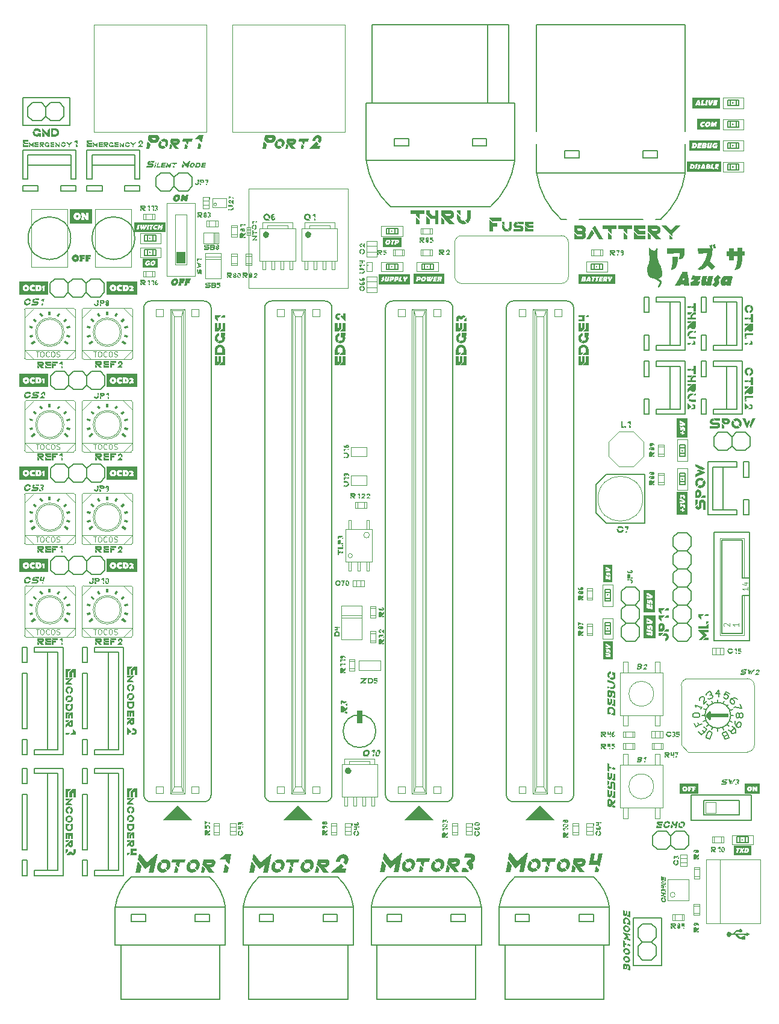
<source format=gbr>
%TF.GenerationSoftware,KiCad,Pcbnew,7.0.1*%
%TF.CreationDate,2023-03-31T00:04:02+09:00*%
%TF.ProjectId,(Eagle)PowerUnit-Bseries(ver2.0),28456167-6c65-4295-906f-776572556e69,rev?*%
%TF.SameCoordinates,Original*%
%TF.FileFunction,Legend,Top*%
%TF.FilePolarity,Positive*%
%FSLAX46Y46*%
G04 Gerber Fmt 4.6, Leading zero omitted, Abs format (unit mm)*
G04 Created by KiCad (PCBNEW 7.0.1) date 2023-03-31 00:04:02*
%MOMM*%
%LPD*%
G01*
G04 APERTURE LIST*
%ADD10C,0.200000*%
%ADD11C,0.100000*%
%ADD12C,0.140000*%
%ADD13C,0.125000*%
%ADD14C,0.175000*%
%ADD15C,0.225000*%
%ADD16C,0.160000*%
%ADD17C,0.250000*%
%ADD18C,0.036800*%
%ADD19C,0.500000*%
%ADD20C,0.400000*%
%ADD21C,0.329428*%
%ADD22C,0.540000*%
%ADD23C,0.375000*%
%ADD24C,0.093472*%
%ADD25C,0.180000*%
%ADD26C,0.073600*%
%ADD27C,0.051520*%
%ADD28C,0.064000*%
%ADD29C,0.007360*%
%ADD30C,0.129696*%
%ADD31C,0.114300*%
%ADD32C,0.058880*%
%ADD33C,0.022080*%
%ADD34C,0.014720*%
%ADD35C,0.130861*%
%ADD36C,0.108000*%
%ADD37C,0.080000*%
%ADD38C,0.090000*%
%ADD39C,0.187500*%
%ADD40C,0.044160*%
%ADD41C,0.050000*%
%ADD42C,0.152400*%
%ADD43C,0.127000*%
%ADD44C,0.070000*%
%ADD45C,0.030000*%
%ADD46C,0.050800*%
%ADD47C,0.254000*%
%ADD48C,0.010000*%
G04 APERTURE END LIST*
D10*
X97256600Y-46736000D02*
X103886000Y-46736000D01*
X103886000Y-50673000D01*
X97256600Y-50673000D01*
X97256600Y-46736000D01*
D11*
X178816000Y-119888000D02*
X180213000Y-119888000D01*
X180213000Y-122809000D01*
X178816000Y-122809000D01*
X178816000Y-119888000D01*
D10*
X183134000Y-162026600D02*
X187071000Y-162026600D01*
X187071000Y-168656000D01*
X183134000Y-168656000D01*
X183134000Y-162026600D01*
D11*
X113741200Y-65786000D02*
X116636800Y-65786000D01*
X116636800Y-67208400D01*
X113741200Y-67208400D01*
X113741200Y-65786000D01*
X196977000Y-150368000D02*
X199974200Y-150368000D01*
X199974200Y-151638000D01*
X196977000Y-151638000D01*
X196977000Y-150368000D01*
X195707000Y-46736000D02*
X198628000Y-46736000D01*
X198628000Y-48260000D01*
X195707000Y-48260000D01*
X195707000Y-46736000D01*
X189280800Y-94792800D02*
X190703200Y-94792800D01*
X190703200Y-97840800D01*
X189280800Y-97840800D01*
X189280800Y-94792800D01*
X152654000Y-69850000D02*
X155702000Y-69850000D01*
X155702000Y-71170800D01*
X152654000Y-71170800D01*
X152654000Y-69850000D01*
X113741200Y-67818000D02*
X116636800Y-67818000D01*
X116636800Y-69189600D01*
X113741200Y-69189600D01*
X113741200Y-67818000D01*
X195707000Y-55803800D02*
X198628000Y-55803800D01*
X198628000Y-57175400D01*
X195707000Y-57175400D01*
X195707000Y-55803800D01*
X147675600Y-64820800D02*
X150723600Y-64820800D01*
X150723600Y-66192400D01*
X147675600Y-66192400D01*
X147675600Y-64820800D01*
X195707000Y-49784000D02*
X198628000Y-49784000D01*
X198628000Y-51231800D01*
X195707000Y-51231800D01*
X195707000Y-49784000D01*
X195707000Y-52806600D02*
X198628000Y-52806600D01*
X198628000Y-54178200D01*
X195707000Y-54178200D01*
X195707000Y-52806600D01*
X147675600Y-69850000D02*
X150723600Y-69850000D01*
X150723600Y-71170800D01*
X147675600Y-71170800D01*
X147675600Y-69850000D01*
X189280800Y-98806000D02*
X190703200Y-98806000D01*
X190703200Y-101854000D01*
X189280800Y-101854000D01*
X189280800Y-98806000D01*
X176479200Y-69799200D02*
X179476400Y-69799200D01*
X179476400Y-71221600D01*
X176479200Y-71221600D01*
X176479200Y-69799200D01*
X178816000Y-115189000D02*
X180213000Y-115189000D01*
X180213000Y-118237000D01*
X178816000Y-118237000D01*
X178816000Y-115189000D01*
D12*
G36*
X117291221Y-65642484D02*
G01*
X112915997Y-65642484D01*
X112915997Y-65135526D01*
X113225997Y-65135526D01*
X113227760Y-65141329D01*
X113230028Y-65148261D01*
X113232336Y-65155224D01*
X113235163Y-65163698D01*
X113237337Y-65170188D01*
X113239742Y-65177349D01*
X113242378Y-65185183D01*
X113245245Y-65193688D01*
X113248343Y-65202865D01*
X113251672Y-65212713D01*
X113255233Y-65223234D01*
X113257160Y-65228900D01*
X113260845Y-65239734D01*
X113264305Y-65249904D01*
X113267538Y-65259410D01*
X113270546Y-65268252D01*
X113273329Y-65276431D01*
X113275885Y-65283946D01*
X113278216Y-65290796D01*
X113281289Y-65299828D01*
X113283854Y-65307366D01*
X113286484Y-65315093D01*
X113288914Y-65322226D01*
X113291478Y-65328477D01*
X113297462Y-65332484D01*
X113300436Y-65332292D01*
X113307208Y-65331116D01*
X113316537Y-65328390D01*
X113325889Y-65325512D01*
X113335263Y-65322481D01*
X113344661Y-65319298D01*
X113354081Y-65315963D01*
X113363524Y-65312475D01*
X113372989Y-65308835D01*
X113382477Y-65305043D01*
X113391988Y-65301099D01*
X113401522Y-65297002D01*
X113411078Y-65292753D01*
X113420657Y-65288352D01*
X113430259Y-65283799D01*
X113439883Y-65279093D01*
X113449530Y-65274235D01*
X113459200Y-65269225D01*
X113470557Y-65263107D01*
X113481503Y-65256977D01*
X113492040Y-65250834D01*
X113502167Y-65244680D01*
X113511883Y-65238514D01*
X113521190Y-65232336D01*
X113530086Y-65226145D01*
X113538573Y-65219943D01*
X113546649Y-65213729D01*
X113554315Y-65207502D01*
X113561572Y-65201264D01*
X113568418Y-65195013D01*
X113574854Y-65188751D01*
X113580880Y-65182476D01*
X113586496Y-65176190D01*
X113591702Y-65169891D01*
X113596389Y-65163915D01*
X113600878Y-65157825D01*
X113605168Y-65151621D01*
X113609258Y-65145304D01*
X113613150Y-65138873D01*
X113616842Y-65132329D01*
X113620336Y-65125671D01*
X113623630Y-65118900D01*
X113626726Y-65112015D01*
X113629622Y-65105016D01*
X113632320Y-65097904D01*
X113634818Y-65090679D01*
X113637118Y-65083340D01*
X113639218Y-65075887D01*
X113641119Y-65068321D01*
X113642822Y-65060642D01*
X113644483Y-65051104D01*
X113645555Y-65041341D01*
X113646037Y-65031353D01*
X113645931Y-65021140D01*
X113645533Y-65014205D01*
X113644873Y-65007171D01*
X113643952Y-65000036D01*
X113642768Y-64992801D01*
X113641323Y-64985466D01*
X113639616Y-64978031D01*
X113637647Y-64970496D01*
X113635417Y-64962860D01*
X113632924Y-64955124D01*
X113630170Y-64947289D01*
X113628754Y-64943386D01*
X113626084Y-64935825D01*
X113623629Y-64928588D01*
X113621389Y-64921676D01*
X113618432Y-64911916D01*
X113615960Y-64902886D01*
X113613971Y-64894587D01*
X113612465Y-64887018D01*
X113611211Y-64878062D01*
X113610817Y-64870405D01*
X113611534Y-64862658D01*
X113613069Y-64856944D01*
X113613764Y-64855270D01*
X113766600Y-64855270D01*
X113767500Y-64864363D01*
X113769214Y-64876283D01*
X113770376Y-64883303D01*
X113771741Y-64891029D01*
X113773310Y-64899462D01*
X113775082Y-64908602D01*
X113777057Y-64918448D01*
X113779236Y-64929001D01*
X113781618Y-64940260D01*
X113784203Y-64952226D01*
X113786992Y-64964898D01*
X113789984Y-64978277D01*
X113793180Y-64992363D01*
X113796579Y-65007155D01*
X113800181Y-65022654D01*
X113803986Y-65038860D01*
X113807995Y-65055772D01*
X113812208Y-65073390D01*
X113816623Y-65091715D01*
X113821242Y-65110747D01*
X113826065Y-65130486D01*
X113831091Y-65150930D01*
X113836320Y-65172082D01*
X113841752Y-65193940D01*
X113847388Y-65216505D01*
X113853227Y-65239776D01*
X113859270Y-65263754D01*
X113861161Y-65269217D01*
X113865124Y-65275090D01*
X113871921Y-65277774D01*
X113879216Y-65277733D01*
X113886601Y-65277632D01*
X113893554Y-65277503D01*
X113901233Y-65277332D01*
X113909639Y-65277119D01*
X113916887Y-65276919D01*
X113924174Y-65276678D01*
X113932623Y-65276423D01*
X113940336Y-65276217D01*
X113947315Y-65276062D01*
X113954720Y-65275942D01*
X113962023Y-65275893D01*
X113967995Y-65275935D01*
X113975014Y-65276061D01*
X113983078Y-65276272D01*
X113990597Y-65276511D01*
X113998843Y-65276809D01*
X114005962Y-65277090D01*
X114011376Y-65277303D01*
X114019811Y-65277613D01*
X114027511Y-65277864D01*
X114035782Y-65278089D01*
X114042994Y-65278229D01*
X114050072Y-65278286D01*
X114052180Y-65278059D01*
X114058663Y-65274653D01*
X114063684Y-65269417D01*
X114067682Y-65263754D01*
X114153851Y-65123559D01*
X114156122Y-65135004D01*
X114158318Y-65146087D01*
X114160439Y-65156808D01*
X114162485Y-65167167D01*
X114164456Y-65177164D01*
X114166353Y-65186799D01*
X114168175Y-65196072D01*
X114169922Y-65204983D01*
X114171594Y-65213532D01*
X114173192Y-65221719D01*
X114174715Y-65229545D01*
X114176163Y-65237008D01*
X114177536Y-65244109D01*
X114179455Y-65254082D01*
X114181206Y-65263241D01*
X114182748Y-65268904D01*
X114186261Y-65274992D01*
X114192661Y-65277774D01*
X114199755Y-65277716D01*
X114207008Y-65277576D01*
X114213879Y-65277395D01*
X114221501Y-65277155D01*
X114229874Y-65276857D01*
X114237113Y-65276577D01*
X114244353Y-65276296D01*
X114252726Y-65275998D01*
X114260348Y-65275759D01*
X114267218Y-65275577D01*
X114274471Y-65275437D01*
X114281566Y-65275380D01*
X114288095Y-65275465D01*
X114295053Y-65275642D01*
X114302201Y-65275862D01*
X114310577Y-65276149D01*
X114318161Y-65276427D01*
X114326531Y-65276748D01*
X114333324Y-65277092D01*
X114341327Y-65277410D01*
X114348788Y-65277603D01*
X114355706Y-65277671D01*
X114363292Y-65277587D01*
X114371154Y-65277261D01*
X114375462Y-65276823D01*
X114381925Y-65274354D01*
X114385561Y-65269101D01*
X114388667Y-65264616D01*
X114656510Y-65264616D01*
X114656857Y-65271736D01*
X114662035Y-65276665D01*
X114669326Y-65277774D01*
X114673089Y-65277774D01*
X114680129Y-65277774D01*
X114688129Y-65277774D01*
X114695220Y-65277774D01*
X114702926Y-65277774D01*
X114711246Y-65277774D01*
X114720180Y-65277774D01*
X114727284Y-65277774D01*
X114729691Y-65277774D01*
X114736682Y-65277774D01*
X114745471Y-65277774D01*
X114753651Y-65277774D01*
X114761222Y-65277774D01*
X114769829Y-65277774D01*
X114777484Y-65277774D01*
X114785414Y-65277774D01*
X114792363Y-65277778D01*
X114800281Y-65277790D01*
X114807312Y-65277806D01*
X114814963Y-65277828D01*
X114823233Y-65277854D01*
X114832124Y-65277886D01*
X114839198Y-65277914D01*
X114846621Y-65277944D01*
X114851628Y-65277986D01*
X114858836Y-65278043D01*
X114867887Y-65278110D01*
X114876297Y-65278166D01*
X114884065Y-65278211D01*
X114891192Y-65278246D01*
X114899200Y-65278274D01*
X114907487Y-65278286D01*
X114909958Y-65278159D01*
X114916850Y-65275888D01*
X114921672Y-65270779D01*
X114924242Y-65263754D01*
X114925811Y-65256147D01*
X114927439Y-65248073D01*
X114929128Y-65239531D01*
X114930878Y-65230522D01*
X114932687Y-65221045D01*
X114934556Y-65211101D01*
X114936486Y-65200689D01*
X114938475Y-65189809D01*
X114940525Y-65178463D01*
X114942634Y-65166648D01*
X114944804Y-65154367D01*
X114947034Y-65141617D01*
X114949324Y-65128400D01*
X114950492Y-65121617D01*
X114951674Y-65114716D01*
X114952872Y-65107699D01*
X114954085Y-65100564D01*
X114955312Y-65093313D01*
X114956555Y-65085945D01*
X114957798Y-65078566D01*
X114959026Y-65071303D01*
X114960238Y-65064157D01*
X114961436Y-65057126D01*
X114962618Y-65050212D01*
X114963786Y-65043414D01*
X114966076Y-65030166D01*
X114968306Y-65017384D01*
X114970476Y-65005066D01*
X114972586Y-64993213D01*
X114974635Y-64981824D01*
X114976625Y-64970901D01*
X114978554Y-64960443D01*
X114980423Y-64950449D01*
X114982233Y-64940920D01*
X114983982Y-64931856D01*
X114985671Y-64923257D01*
X114987300Y-64915122D01*
X114988868Y-64907452D01*
X114990208Y-64901083D01*
X114991663Y-64894328D01*
X114993232Y-64887187D01*
X114994917Y-64879659D01*
X114996716Y-64871746D01*
X114998630Y-64863446D01*
X115000659Y-64854761D01*
X115002803Y-64845690D01*
X115005061Y-64836232D01*
X115007435Y-64826389D01*
X115009923Y-64816159D01*
X115012526Y-64805544D01*
X115015245Y-64794542D01*
X115015823Y-64792219D01*
X115071960Y-64792219D01*
X115072538Y-64792987D01*
X115078628Y-64796322D01*
X115088830Y-64796322D01*
X115098706Y-64796322D01*
X115108256Y-64796322D01*
X115117481Y-64796322D01*
X115126379Y-64796322D01*
X115134952Y-64796322D01*
X115143198Y-64796322D01*
X115151119Y-64796322D01*
X115158714Y-64796322D01*
X115165983Y-64796322D01*
X115176275Y-64796322D01*
X115185834Y-64796322D01*
X115194660Y-64796322D01*
X115202752Y-64796322D01*
X115201800Y-64801510D01*
X115199958Y-64811534D01*
X115198198Y-64821090D01*
X115196519Y-64830177D01*
X115194922Y-64838795D01*
X115193405Y-64846944D01*
X115191971Y-64854624D01*
X115190618Y-64861836D01*
X115188741Y-64871774D01*
X115187048Y-64880657D01*
X115185537Y-64888486D01*
X115183809Y-64897282D01*
X115182406Y-64904204D01*
X115181609Y-64908003D01*
X115179913Y-64915953D01*
X115178080Y-64924373D01*
X115176112Y-64933264D01*
X115174007Y-64942624D01*
X115171765Y-64952455D01*
X115169388Y-64962756D01*
X115166874Y-64973527D01*
X115164224Y-64984768D01*
X115161438Y-64996480D01*
X115158515Y-65008661D01*
X115155456Y-65021313D01*
X115152261Y-65034435D01*
X115150613Y-65041172D01*
X115148930Y-65048027D01*
X115147213Y-65055000D01*
X115145463Y-65062090D01*
X115143678Y-65069297D01*
X115141859Y-65076622D01*
X115140006Y-65084064D01*
X115138163Y-65091507D01*
X115136355Y-65098831D01*
X115134580Y-65106036D01*
X115132839Y-65113124D01*
X115131131Y-65120093D01*
X115129457Y-65126945D01*
X115126211Y-65140292D01*
X115123099Y-65153167D01*
X115120123Y-65165569D01*
X115117281Y-65177498D01*
X115114574Y-65188955D01*
X115112002Y-65199938D01*
X115109565Y-65210449D01*
X115107263Y-65220487D01*
X115105096Y-65230052D01*
X115103064Y-65239144D01*
X115101166Y-65247763D01*
X115099404Y-65255909D01*
X115097776Y-65263583D01*
X115097613Y-65264456D01*
X115097960Y-65271662D01*
X115103137Y-65276651D01*
X115110428Y-65277774D01*
X115114219Y-65277774D01*
X115121285Y-65277774D01*
X115129286Y-65277774D01*
X115136359Y-65277774D01*
X115144032Y-65277774D01*
X115152302Y-65277774D01*
X115161171Y-65277774D01*
X115168216Y-65277774D01*
X115170612Y-65277774D01*
X115177574Y-65277774D01*
X115186328Y-65277774D01*
X115194479Y-65277774D01*
X115202025Y-65277774D01*
X115210610Y-65277774D01*
X115218251Y-65277774D01*
X115226175Y-65277774D01*
X115232972Y-65277778D01*
X115240754Y-65277790D01*
X115247689Y-65277806D01*
X115255254Y-65277828D01*
X115263450Y-65277854D01*
X115272277Y-65277886D01*
X115279310Y-65277914D01*
X115286698Y-65277944D01*
X115291662Y-65277986D01*
X115298806Y-65278043D01*
X115307772Y-65278110D01*
X115316096Y-65278166D01*
X115323779Y-65278211D01*
X115330820Y-65278246D01*
X115338721Y-65278274D01*
X115346880Y-65278286D01*
X115349412Y-65278159D01*
X115356465Y-65275888D01*
X115361380Y-65270779D01*
X115363977Y-65263754D01*
X115365545Y-65256125D01*
X115367172Y-65248027D01*
X115368857Y-65239461D01*
X115370602Y-65230425D01*
X115372405Y-65220921D01*
X115374267Y-65210948D01*
X115376188Y-65200506D01*
X115378167Y-65189596D01*
X115380205Y-65178216D01*
X115382302Y-65166368D01*
X115384458Y-65154051D01*
X115386673Y-65141265D01*
X115388946Y-65128010D01*
X115390105Y-65121207D01*
X115391278Y-65114286D01*
X115392466Y-65107248D01*
X115393669Y-65100094D01*
X115394887Y-65092822D01*
X115396119Y-65085432D01*
X115397351Y-65078032D01*
X115398569Y-65070748D01*
X115399773Y-65063581D01*
X115400962Y-65056530D01*
X115402137Y-65049596D01*
X115403298Y-65042779D01*
X115405576Y-65029493D01*
X115407084Y-65020785D01*
X115583426Y-65020785D01*
X115583536Y-65029341D01*
X115583863Y-65037809D01*
X115584408Y-65046187D01*
X115585170Y-65054476D01*
X115586149Y-65062675D01*
X115587345Y-65070786D01*
X115588759Y-65078807D01*
X115590391Y-65086739D01*
X115592240Y-65094582D01*
X115594306Y-65102336D01*
X115596589Y-65110001D01*
X115599090Y-65117577D01*
X115601809Y-65125063D01*
X115604744Y-65132461D01*
X115607897Y-65139769D01*
X115611268Y-65146988D01*
X115614856Y-65154117D01*
X115618661Y-65161158D01*
X115622684Y-65168110D01*
X115626924Y-65174972D01*
X115631381Y-65181745D01*
X115636056Y-65188429D01*
X115640948Y-65195024D01*
X115646013Y-65201461D01*
X115651205Y-65207695D01*
X115656525Y-65213723D01*
X115661972Y-65219548D01*
X115667547Y-65225168D01*
X115673249Y-65230583D01*
X115679079Y-65235794D01*
X115685037Y-65240801D01*
X115691122Y-65245604D01*
X115697335Y-65250202D01*
X115703675Y-65254596D01*
X115710143Y-65258785D01*
X115716738Y-65262770D01*
X115723461Y-65266551D01*
X115730312Y-65270127D01*
X115737290Y-65273499D01*
X115744395Y-65276667D01*
X115751628Y-65279630D01*
X115758989Y-65282389D01*
X115766477Y-65284944D01*
X115774093Y-65287294D01*
X115781837Y-65289440D01*
X115789708Y-65291381D01*
X115797706Y-65293118D01*
X115805832Y-65294651D01*
X115814086Y-65295979D01*
X115822467Y-65297103D01*
X115830976Y-65298023D01*
X115839612Y-65298738D01*
X115848376Y-65299249D01*
X115857267Y-65299555D01*
X115866286Y-65299658D01*
X115874538Y-65299562D01*
X115882796Y-65299276D01*
X115891058Y-65298798D01*
X115899326Y-65298130D01*
X115907600Y-65297270D01*
X115915878Y-65296220D01*
X115924162Y-65294978D01*
X115932452Y-65293545D01*
X115940747Y-65291922D01*
X115949047Y-65290107D01*
X115957352Y-65288102D01*
X115965663Y-65285905D01*
X115973979Y-65283518D01*
X115982300Y-65280939D01*
X115990627Y-65278170D01*
X115998959Y-65275209D01*
X116008086Y-65271796D01*
X116017002Y-65268223D01*
X116025418Y-65264616D01*
X116178143Y-65264616D01*
X116178490Y-65271736D01*
X116183668Y-65276665D01*
X116190958Y-65277774D01*
X116198474Y-65277774D01*
X116205738Y-65277774D01*
X116213911Y-65277774D01*
X116221105Y-65277774D01*
X116228882Y-65277774D01*
X116237241Y-65277774D01*
X116246182Y-65277774D01*
X116255120Y-65277774D01*
X116263471Y-65277774D01*
X116271234Y-65277774D01*
X116278410Y-65277774D01*
X116286552Y-65277774D01*
X116293777Y-65277774D01*
X116301234Y-65277774D01*
X116308080Y-65277774D01*
X116315903Y-65277774D01*
X116322865Y-65277774D01*
X116330452Y-65277774D01*
X116338664Y-65277774D01*
X116347501Y-65277774D01*
X116354539Y-65277774D01*
X116361928Y-65277774D01*
X116369349Y-65277774D01*
X116376414Y-65277774D01*
X116385283Y-65277774D01*
X116393522Y-65277774D01*
X116401130Y-65277774D01*
X116408108Y-65277774D01*
X116415943Y-65277774D01*
X116422794Y-65277774D01*
X116429387Y-65276652D01*
X116435195Y-65272707D01*
X116438927Y-65266817D01*
X116441088Y-65259822D01*
X116441937Y-65255631D01*
X116443271Y-65248856D01*
X116444678Y-65241496D01*
X116446157Y-65233549D01*
X116447707Y-65225017D01*
X116449330Y-65215898D01*
X116451025Y-65206193D01*
X116452195Y-65199398D01*
X116453397Y-65192342D01*
X116454632Y-65185026D01*
X116455898Y-65177449D01*
X116457196Y-65169612D01*
X116458527Y-65161514D01*
X116459858Y-65153416D01*
X116461158Y-65145579D01*
X116462427Y-65138002D01*
X116463666Y-65130686D01*
X116464874Y-65123630D01*
X116466629Y-65113535D01*
X116468315Y-65104025D01*
X116469931Y-65095102D01*
X116471478Y-65086765D01*
X116472956Y-65079013D01*
X116474365Y-65071848D01*
X116476136Y-65063206D01*
X116477561Y-65057582D01*
X116480658Y-65050302D01*
X116485341Y-65044642D01*
X116492037Y-65041493D01*
X116496002Y-65040699D01*
X116503705Y-65039548D01*
X116510854Y-65038784D01*
X116518879Y-65038159D01*
X116527780Y-65037673D01*
X116535031Y-65037399D01*
X116542775Y-65037204D01*
X116551011Y-65037087D01*
X116559741Y-65037048D01*
X116562681Y-65037052D01*
X116571145Y-65037117D01*
X116579071Y-65037260D01*
X116586458Y-65037482D01*
X116593308Y-65037781D01*
X116601604Y-65038302D01*
X116608944Y-65038962D01*
X116616773Y-65039982D01*
X116624196Y-65041493D01*
X116626659Y-65042356D01*
X116631292Y-65048118D01*
X116632052Y-65055564D01*
X116631035Y-65063206D01*
X116630137Y-65067397D01*
X116628627Y-65074171D01*
X116626921Y-65081532D01*
X116625020Y-65089479D01*
X116622924Y-65098011D01*
X116620633Y-65107130D01*
X116618146Y-65116835D01*
X116616379Y-65123630D01*
X116614526Y-65130686D01*
X116612586Y-65138002D01*
X116610559Y-65145579D01*
X116608445Y-65153416D01*
X116606245Y-65161514D01*
X116605134Y-65165595D01*
X116602978Y-65173563D01*
X116600910Y-65181270D01*
X116598931Y-65188716D01*
X116597039Y-65195902D01*
X116595236Y-65202828D01*
X116593521Y-65209493D01*
X116591114Y-65219003D01*
X116588905Y-65227926D01*
X116586894Y-65236263D01*
X116585082Y-65244014D01*
X116583468Y-65251180D01*
X116581625Y-65259822D01*
X116581080Y-65263030D01*
X116581376Y-65270761D01*
X116585669Y-65276353D01*
X116592396Y-65277774D01*
X116597664Y-65277774D01*
X116605121Y-65277774D01*
X116613546Y-65277774D01*
X116620983Y-65277774D01*
X116629040Y-65277774D01*
X116637716Y-65277774D01*
X116644631Y-65277774D01*
X116651894Y-65277774D01*
X116656797Y-65277774D01*
X116663866Y-65277774D01*
X116672760Y-65277774D01*
X116681044Y-65277774D01*
X116688719Y-65277774D01*
X116695784Y-65277774D01*
X116703760Y-65277774D01*
X116712075Y-65277774D01*
X116715840Y-65277775D01*
X116722889Y-65277784D01*
X116730906Y-65277802D01*
X116738018Y-65277822D01*
X116745749Y-65277847D01*
X116754100Y-65277878D01*
X116763070Y-65277914D01*
X116770205Y-65277944D01*
X116775002Y-65277986D01*
X116781915Y-65278043D01*
X116790603Y-65278110D01*
X116798689Y-65278166D01*
X116806170Y-65278211D01*
X116813047Y-65278246D01*
X116820795Y-65278274D01*
X116828848Y-65278286D01*
X116831349Y-65278159D01*
X116838322Y-65275888D01*
X116843190Y-65270779D01*
X116845774Y-65263754D01*
X116847165Y-65256965D01*
X116848605Y-65249764D01*
X116850093Y-65242150D01*
X116851629Y-65234123D01*
X116853213Y-65225683D01*
X116854846Y-65216831D01*
X116856526Y-65207566D01*
X116858254Y-65197888D01*
X116860031Y-65187797D01*
X116861855Y-65177294D01*
X116863728Y-65166378D01*
X116865649Y-65155049D01*
X116867618Y-65143308D01*
X116869635Y-65131153D01*
X116871700Y-65118586D01*
X116873813Y-65105607D01*
X116875946Y-65092606D01*
X116878031Y-65080020D01*
X116880066Y-65067848D01*
X116882051Y-65056090D01*
X116883987Y-65044745D01*
X116885874Y-65033815D01*
X116887711Y-65023299D01*
X116889499Y-65013197D01*
X116891238Y-65003510D01*
X116892927Y-64994236D01*
X116894566Y-64985376D01*
X116896156Y-64976930D01*
X116897697Y-64968899D01*
X116899188Y-64961281D01*
X116900630Y-64954078D01*
X116902023Y-64947289D01*
X116902765Y-64943729D01*
X116904344Y-64936284D01*
X116906048Y-64928403D01*
X116907878Y-64920087D01*
X116909834Y-64911336D01*
X116911915Y-64902149D01*
X116914121Y-64892526D01*
X116916453Y-64882469D01*
X116918911Y-64871975D01*
X116921494Y-64861046D01*
X116924203Y-64849682D01*
X116927037Y-64837883D01*
X116929997Y-64825648D01*
X116933083Y-64812977D01*
X116936294Y-64799871D01*
X116937946Y-64793155D01*
X116939630Y-64786330D01*
X116941346Y-64779396D01*
X116943072Y-64772462D01*
X116944766Y-64765637D01*
X116948059Y-64752313D01*
X116951225Y-64739425D01*
X116954265Y-64726972D01*
X116957177Y-64714955D01*
X116959963Y-64703373D01*
X116962622Y-64692227D01*
X116965153Y-64681516D01*
X116967558Y-64671240D01*
X116969836Y-64661400D01*
X116971987Y-64651995D01*
X116974012Y-64643026D01*
X116975909Y-64634492D01*
X116977680Y-64626394D01*
X116979323Y-64618731D01*
X116980840Y-64611503D01*
X116981221Y-64607552D01*
X116977649Y-64601251D01*
X116970924Y-64599877D01*
X116965819Y-64599875D01*
X116958543Y-64599864D01*
X116950274Y-64599845D01*
X116942944Y-64599823D01*
X116934978Y-64599797D01*
X116926376Y-64599765D01*
X116919507Y-64599737D01*
X116912281Y-64599707D01*
X116907422Y-64599665D01*
X116900423Y-64599608D01*
X116891634Y-64599541D01*
X116883465Y-64599485D01*
X116875916Y-64599440D01*
X116868986Y-64599405D01*
X116861196Y-64599377D01*
X116853125Y-64599365D01*
X116846275Y-64599365D01*
X116838439Y-64599365D01*
X116831461Y-64599365D01*
X116823853Y-64599365D01*
X116815615Y-64599365D01*
X116806746Y-64599365D01*
X116799680Y-64599365D01*
X116792260Y-64599365D01*
X116787297Y-64599365D01*
X116780156Y-64599365D01*
X116771200Y-64599365D01*
X116762891Y-64599365D01*
X116755228Y-64599365D01*
X116748211Y-64599365D01*
X116740350Y-64599365D01*
X116732249Y-64599365D01*
X116726843Y-64601876D01*
X116723370Y-64607924D01*
X116721478Y-64614581D01*
X116721091Y-64616502D01*
X116719497Y-64624776D01*
X116718251Y-64631603D01*
X116716964Y-64638962D01*
X116715635Y-64646852D01*
X116714263Y-64655275D01*
X116712850Y-64664229D01*
X116711394Y-64673715D01*
X116709896Y-64683734D01*
X116708875Y-64690708D01*
X116707834Y-64697919D01*
X116706775Y-64705366D01*
X116705715Y-64712792D01*
X116704673Y-64719981D01*
X116703647Y-64726934D01*
X116702142Y-64736920D01*
X116700676Y-64746375D01*
X116699249Y-64755297D01*
X116697861Y-64763687D01*
X116696512Y-64771546D01*
X116695202Y-64778872D01*
X116693517Y-64787814D01*
X116691901Y-64795809D01*
X116690944Y-64799541D01*
X116688166Y-64805803D01*
X116683070Y-64811376D01*
X116676171Y-64814445D01*
X116670989Y-64815326D01*
X116663038Y-64816263D01*
X116655499Y-64816880D01*
X116646913Y-64817380D01*
X116639787Y-64817677D01*
X116632071Y-64817909D01*
X116623766Y-64818074D01*
X116614873Y-64818173D01*
X116605390Y-64818206D01*
X116595235Y-64818173D01*
X116585735Y-64818074D01*
X116576890Y-64817909D01*
X116568701Y-64817677D01*
X116561166Y-64817380D01*
X116554287Y-64817016D01*
X116546134Y-64816428D01*
X116539146Y-64815723D01*
X116530847Y-64814445D01*
X116525455Y-64811207D01*
X116524521Y-64804358D01*
X116525408Y-64800148D01*
X116526939Y-64793356D01*
X116528710Y-64785989D01*
X116530721Y-64778048D01*
X116532973Y-64769534D01*
X116535466Y-64760445D01*
X116538199Y-64750783D01*
X116540154Y-64744022D01*
X116542216Y-64737006D01*
X116544385Y-64729735D01*
X116546662Y-64722209D01*
X116549044Y-64714428D01*
X116551534Y-64706392D01*
X116552793Y-64702342D01*
X116555230Y-64694433D01*
X116557562Y-64686779D01*
X116559789Y-64679381D01*
X116561910Y-64672238D01*
X116563926Y-64665349D01*
X116565836Y-64658716D01*
X116568503Y-64649245D01*
X116570933Y-64640348D01*
X116573125Y-64632025D01*
X116575080Y-64624275D01*
X116576798Y-64617100D01*
X116578718Y-64608426D01*
X116578998Y-64602975D01*
X116573247Y-64598852D01*
X116571902Y-64598852D01*
X116564570Y-64598864D01*
X116556228Y-64598892D01*
X116548827Y-64598927D01*
X116540779Y-64598972D01*
X116532085Y-64599028D01*
X116525140Y-64599077D01*
X116517832Y-64599132D01*
X116510159Y-64599194D01*
X116502487Y-64599224D01*
X116495179Y-64599252D01*
X116486000Y-64599284D01*
X116477467Y-64599310D01*
X116469581Y-64599332D01*
X116462342Y-64599348D01*
X116454202Y-64599360D01*
X116447072Y-64599365D01*
X116441804Y-64599365D01*
X116434347Y-64599365D01*
X116425922Y-64599365D01*
X116418485Y-64599365D01*
X116410428Y-64599365D01*
X116401751Y-64599365D01*
X116394837Y-64599365D01*
X116387574Y-64599365D01*
X116382693Y-64599365D01*
X116375663Y-64599365D01*
X116366831Y-64599365D01*
X116358619Y-64599365D01*
X116351027Y-64599365D01*
X116344055Y-64599365D01*
X116336211Y-64599365D01*
X116328076Y-64599365D01*
X116323573Y-64599872D01*
X116317511Y-64603505D01*
X116314570Y-64609965D01*
X116313836Y-64613525D01*
X116312325Y-64620975D01*
X116310757Y-64628867D01*
X116309132Y-64637199D01*
X116307449Y-64645972D01*
X116305708Y-64655185D01*
X116303910Y-64664840D01*
X116302055Y-64674935D01*
X116300142Y-64685471D01*
X116298172Y-64696448D01*
X116296145Y-64707865D01*
X116294060Y-64719724D01*
X116291917Y-64732023D01*
X116289717Y-64744763D01*
X116287460Y-64757944D01*
X116286310Y-64764699D01*
X116285145Y-64771565D01*
X116283966Y-64778541D01*
X116282798Y-64785507D01*
X116281643Y-64792362D01*
X116279377Y-64805744D01*
X116277166Y-64818686D01*
X116275012Y-64831189D01*
X116272913Y-64843253D01*
X116270871Y-64854877D01*
X116268885Y-64866061D01*
X116266955Y-64876806D01*
X116265081Y-64887112D01*
X116263263Y-64896978D01*
X116261501Y-64906405D01*
X116259795Y-64915392D01*
X116258146Y-64923940D01*
X116256552Y-64932048D01*
X116255015Y-64939717D01*
X116253533Y-64946947D01*
X116252104Y-64953757D01*
X116250552Y-64960979D01*
X116248877Y-64968615D01*
X116247079Y-64976663D01*
X116245159Y-64985124D01*
X116243115Y-64993998D01*
X116240948Y-65003285D01*
X116238659Y-65012984D01*
X116236247Y-65023096D01*
X116233712Y-65033620D01*
X116231054Y-65044558D01*
X116228273Y-65055908D01*
X116225369Y-65067671D01*
X116222342Y-65079846D01*
X116219193Y-65092435D01*
X116215920Y-65105436D01*
X116212648Y-65118436D01*
X116209498Y-65131022D01*
X116206471Y-65143195D01*
X116203568Y-65154953D01*
X116200787Y-65166297D01*
X116198129Y-65177227D01*
X116195593Y-65187743D01*
X116193181Y-65197845D01*
X116190892Y-65207533D01*
X116188725Y-65216807D01*
X116186682Y-65225666D01*
X116184761Y-65234112D01*
X116182963Y-65242144D01*
X116181288Y-65249761D01*
X116179736Y-65256965D01*
X116178307Y-65263754D01*
X116178143Y-65264616D01*
X116025418Y-65264616D01*
X116025707Y-65264492D01*
X116034200Y-65260602D01*
X116042483Y-65256553D01*
X116050555Y-65252344D01*
X116058415Y-65247977D01*
X116066065Y-65243451D01*
X116073503Y-65238766D01*
X116080731Y-65233922D01*
X116087747Y-65228919D01*
X116094553Y-65223758D01*
X116101147Y-65218437D01*
X116107530Y-65212957D01*
X116113703Y-65207319D01*
X116119664Y-65201521D01*
X116123601Y-65197368D01*
X116128159Y-65191960D01*
X116132385Y-65185704D01*
X116135051Y-65179124D01*
X116135241Y-65177252D01*
X116134383Y-65170404D01*
X116132326Y-65162696D01*
X116129984Y-65155613D01*
X116126956Y-65147416D01*
X116123244Y-65138104D01*
X116120388Y-65131277D01*
X116117228Y-65123954D01*
X116113763Y-65116135D01*
X116109993Y-65107821D01*
X116105920Y-65099012D01*
X116101541Y-65089707D01*
X116097130Y-65080680D01*
X116092958Y-65072236D01*
X116089025Y-65064374D01*
X116085331Y-65057094D01*
X116081876Y-65050397D01*
X116077142Y-65041443D01*
X116072946Y-65033799D01*
X116069288Y-65027466D01*
X116065248Y-65021060D01*
X116059654Y-65015164D01*
X116054086Y-65017394D01*
X116048540Y-65021489D01*
X116042323Y-65026024D01*
X116035897Y-65030265D01*
X116029260Y-65034214D01*
X116022414Y-65037871D01*
X116015358Y-65041235D01*
X116008093Y-65044306D01*
X116000617Y-65047085D01*
X115992932Y-65049571D01*
X115985038Y-65051765D01*
X115976933Y-65053667D01*
X115968619Y-65055275D01*
X115960096Y-65056592D01*
X115951362Y-65057616D01*
X115942419Y-65058347D01*
X115933266Y-65058786D01*
X115923903Y-65058932D01*
X115918344Y-65058792D01*
X115910316Y-65058055D01*
X115902660Y-65056688D01*
X115895377Y-65054689D01*
X115888467Y-65052060D01*
X115881930Y-65048799D01*
X115875765Y-65044907D01*
X115869972Y-65040384D01*
X115864553Y-65035230D01*
X115859506Y-65029445D01*
X115854831Y-65023028D01*
X115851994Y-65018488D01*
X115848236Y-65011483D01*
X115845075Y-65004243D01*
X115842513Y-64996769D01*
X115840549Y-64989060D01*
X115839184Y-64981117D01*
X115838416Y-64972939D01*
X115838246Y-64964527D01*
X115838674Y-64955881D01*
X115839700Y-64947000D01*
X115841325Y-64937885D01*
X115842718Y-64931826D01*
X115845223Y-64922934D01*
X115848228Y-64914281D01*
X115851731Y-64905864D01*
X115855733Y-64897685D01*
X115860234Y-64889744D01*
X115865234Y-64882039D01*
X115870733Y-64874573D01*
X115876730Y-64867343D01*
X115883227Y-64860351D01*
X115890222Y-64853597D01*
X115895078Y-64849311D01*
X115902456Y-64843401D01*
X115909948Y-64838113D01*
X115917554Y-64833448D01*
X115925275Y-64829404D01*
X115933110Y-64825982D01*
X115941059Y-64823183D01*
X115949122Y-64821006D01*
X115957300Y-64819450D01*
X115965592Y-64818517D01*
X115973998Y-64818206D01*
X115982864Y-64818425D01*
X115991511Y-64819082D01*
X115999940Y-64820178D01*
X116008149Y-64821711D01*
X116016139Y-64823683D01*
X116023910Y-64826092D01*
X116031462Y-64828940D01*
X116038795Y-64832226D01*
X116039981Y-64832810D01*
X116047073Y-64836641D01*
X116052956Y-64840256D01*
X116058814Y-64844255D01*
X116064647Y-64848637D01*
X116070455Y-64853404D01*
X116076238Y-64858555D01*
X116077176Y-64859439D01*
X116082281Y-64864151D01*
X116087685Y-64868863D01*
X116093848Y-64872917D01*
X116095020Y-64872867D01*
X116101880Y-64870928D01*
X116108209Y-64867275D01*
X116108910Y-64866754D01*
X116113905Y-64862003D01*
X116119686Y-64855624D01*
X116125063Y-64849335D01*
X116131333Y-64841757D01*
X116136008Y-64835989D01*
X116141081Y-64829648D01*
X116146550Y-64822734D01*
X116152415Y-64815246D01*
X116158678Y-64807186D01*
X116165337Y-64798553D01*
X116172393Y-64789346D01*
X116179845Y-64779567D01*
X116187286Y-64769776D01*
X116194263Y-64760536D01*
X116200777Y-64751846D01*
X116206827Y-64743706D01*
X116212413Y-64736117D01*
X116217536Y-64729077D01*
X116222196Y-64722589D01*
X116226392Y-64716650D01*
X116231817Y-64708774D01*
X116236199Y-64702136D01*
X116240420Y-64695212D01*
X116243275Y-64688953D01*
X116243043Y-64682309D01*
X116240169Y-64675585D01*
X116235924Y-64669633D01*
X116231289Y-64663964D01*
X116226512Y-64658474D01*
X116221591Y-64653165D01*
X116216526Y-64648035D01*
X116211319Y-64643085D01*
X116205968Y-64638316D01*
X116200475Y-64633726D01*
X116194837Y-64629316D01*
X116189057Y-64625087D01*
X116183133Y-64621037D01*
X116177066Y-64617167D01*
X116170856Y-64613478D01*
X116164503Y-64609968D01*
X116158006Y-64606638D01*
X116151366Y-64603488D01*
X116144583Y-64600519D01*
X116137656Y-64597729D01*
X116130587Y-64595119D01*
X116123374Y-64592689D01*
X116116018Y-64590439D01*
X116108518Y-64588370D01*
X116100875Y-64586480D01*
X116093089Y-64584770D01*
X116085160Y-64583240D01*
X116077088Y-64581890D01*
X116068872Y-64580720D01*
X116060513Y-64579730D01*
X116052011Y-64578920D01*
X116043365Y-64578290D01*
X116034576Y-64577840D01*
X116025644Y-64577570D01*
X116016569Y-64577480D01*
X116007507Y-64577584D01*
X115998487Y-64577894D01*
X115989509Y-64578411D01*
X115980572Y-64579134D01*
X115971677Y-64580064D01*
X115962824Y-64581201D01*
X115954012Y-64582545D01*
X115945243Y-64584095D01*
X115936515Y-64585852D01*
X115927828Y-64587815D01*
X115919184Y-64589986D01*
X115910581Y-64592363D01*
X115902020Y-64594947D01*
X115893501Y-64597737D01*
X115885023Y-64600734D01*
X115876587Y-64603938D01*
X115868193Y-64607349D01*
X115859841Y-64610966D01*
X115851530Y-64614790D01*
X115843262Y-64618820D01*
X115835035Y-64623058D01*
X115826849Y-64627502D01*
X115818706Y-64632153D01*
X115810604Y-64637010D01*
X115802544Y-64642074D01*
X115794525Y-64647345D01*
X115786548Y-64652823D01*
X115778614Y-64658507D01*
X115770720Y-64664398D01*
X115762869Y-64670495D01*
X115755059Y-64676800D01*
X115747291Y-64683311D01*
X115739645Y-64689959D01*
X115732180Y-64696695D01*
X115724895Y-64703519D01*
X115717791Y-64710431D01*
X115710868Y-64717431D01*
X115704125Y-64724520D01*
X115697563Y-64731697D01*
X115691181Y-64738962D01*
X115684980Y-64746315D01*
X115678960Y-64753756D01*
X115673121Y-64761285D01*
X115667462Y-64768903D01*
X115661983Y-64776608D01*
X115656686Y-64784402D01*
X115651569Y-64792284D01*
X115646633Y-64800254D01*
X115641877Y-64808313D01*
X115637302Y-64816459D01*
X115632908Y-64824694D01*
X115628694Y-64833016D01*
X115624661Y-64841427D01*
X115620809Y-64849926D01*
X115617137Y-64858514D01*
X115613646Y-64867189D01*
X115610336Y-64875953D01*
X115607206Y-64884804D01*
X115604257Y-64893744D01*
X115601489Y-64902772D01*
X115598901Y-64911888D01*
X115596494Y-64921093D01*
X115594267Y-64930385D01*
X115592222Y-64939766D01*
X115590375Y-64949125D01*
X115588745Y-64958394D01*
X115587333Y-64967575D01*
X115586139Y-64976666D01*
X115585162Y-64985668D01*
X115584402Y-64994581D01*
X115583859Y-65003405D01*
X115583534Y-65012140D01*
X115583426Y-65020785D01*
X115407084Y-65020785D01*
X115407796Y-65016674D01*
X115409960Y-65004320D01*
X115412065Y-64992433D01*
X115414114Y-64981012D01*
X115416104Y-64970058D01*
X115418038Y-64959569D01*
X115419914Y-64949547D01*
X115421732Y-64939990D01*
X115423494Y-64930900D01*
X115425197Y-64922276D01*
X115426843Y-64914118D01*
X115428432Y-64906427D01*
X115429519Y-64901246D01*
X115431355Y-64892685D01*
X115433024Y-64885022D01*
X115434942Y-64876296D01*
X115437109Y-64866505D01*
X115438693Y-64859387D01*
X115440387Y-64851796D01*
X115442192Y-64843733D01*
X115444108Y-64835196D01*
X115446135Y-64826187D01*
X115448273Y-64816705D01*
X115450521Y-64806750D01*
X115452881Y-64796322D01*
X115460832Y-64796322D01*
X115468508Y-64796322D01*
X115475908Y-64796322D01*
X115483033Y-64796322D01*
X115489882Y-64796322D01*
X115502755Y-64796322D01*
X115514525Y-64796322D01*
X115525193Y-64796322D01*
X115534759Y-64796322D01*
X115543224Y-64796322D01*
X115553854Y-64796322D01*
X115562005Y-64796322D01*
X115570679Y-64796322D01*
X115573156Y-64796178D01*
X115579761Y-64793401D01*
X115583160Y-64787090D01*
X115583362Y-64786103D01*
X115584710Y-64778370D01*
X115585773Y-64770596D01*
X115586596Y-64763310D01*
X115587360Y-64755289D01*
X115587929Y-64748344D01*
X115588460Y-64740928D01*
X115588590Y-64739019D01*
X115589131Y-64731682D01*
X115589709Y-64724821D01*
X115590484Y-64716912D01*
X115591318Y-64709747D01*
X115592396Y-64702130D01*
X115593760Y-64694595D01*
X115594706Y-64690230D01*
X115596465Y-64682700D01*
X115598243Y-64675526D01*
X115600305Y-64667534D01*
X115602159Y-64660550D01*
X115604195Y-64653044D01*
X115606412Y-64645014D01*
X115607543Y-64640932D01*
X115609670Y-64633159D01*
X115611615Y-64625903D01*
X115613790Y-64617562D01*
X115615682Y-64610031D01*
X115617577Y-64602063D01*
X115619064Y-64595261D01*
X115619116Y-64593291D01*
X115613672Y-64589090D01*
X115606412Y-64588422D01*
X115599748Y-64588720D01*
X115592364Y-64589142D01*
X115584563Y-64589613D01*
X115577608Y-64590042D01*
X115569707Y-64590538D01*
X115560859Y-64591100D01*
X115551064Y-64591728D01*
X115544008Y-64592184D01*
X115536783Y-64592626D01*
X115529705Y-64593053D01*
X115515988Y-64593867D01*
X115502857Y-64594624D01*
X115490313Y-64595325D01*
X115478355Y-64595971D01*
X115466983Y-64596560D01*
X115456198Y-64597093D01*
X115445999Y-64597569D01*
X115436387Y-64597990D01*
X115427361Y-64598355D01*
X115418921Y-64598663D01*
X115411068Y-64598916D01*
X115403801Y-64599112D01*
X115394000Y-64599301D01*
X115385519Y-64599365D01*
X115376982Y-64599355D01*
X115368534Y-64599325D01*
X115360174Y-64599276D01*
X115351902Y-64599207D01*
X115343718Y-64599118D01*
X115335622Y-64599010D01*
X115327615Y-64598882D01*
X115319695Y-64598734D01*
X115311864Y-64598567D01*
X115304121Y-64598379D01*
X115296466Y-64598173D01*
X115288899Y-64597946D01*
X115281421Y-64597700D01*
X115274030Y-64597434D01*
X115266728Y-64597148D01*
X115259514Y-64596843D01*
X115252388Y-64596518D01*
X115245350Y-64596173D01*
X115238400Y-64595808D01*
X115231539Y-64595424D01*
X115218080Y-64594597D01*
X115204975Y-64593691D01*
X115192221Y-64592705D01*
X115179821Y-64591642D01*
X115167773Y-64590499D01*
X115156077Y-64589277D01*
X115155739Y-64589225D01*
X115148725Y-64588422D01*
X115147050Y-64588510D01*
X115141032Y-64592013D01*
X115139770Y-64595672D01*
X115137307Y-64602893D01*
X115134924Y-64609983D01*
X115132621Y-64616942D01*
X115130399Y-64623770D01*
X115128256Y-64630467D01*
X115125193Y-64640268D01*
X115122310Y-64649774D01*
X115119607Y-64658985D01*
X115117085Y-64667902D01*
X115114742Y-64676524D01*
X115112581Y-64684852D01*
X115110599Y-64692885D01*
X115109980Y-64694657D01*
X115107460Y-64701350D01*
X115104739Y-64708325D01*
X115102009Y-64715221D01*
X115098787Y-64723288D01*
X115096048Y-64730105D01*
X115093033Y-64737581D01*
X115089741Y-64745715D01*
X115087708Y-64750765D01*
X115084889Y-64757805D01*
X115082346Y-64764201D01*
X115079386Y-64771729D01*
X115076918Y-64778114D01*
X115074137Y-64785547D01*
X115071960Y-64792219D01*
X115015823Y-64792219D01*
X115018078Y-64783155D01*
X115021025Y-64771381D01*
X115024088Y-64759222D01*
X115025645Y-64753083D01*
X115028670Y-64741098D01*
X115031579Y-64729501D01*
X115034372Y-64718293D01*
X115037049Y-64707474D01*
X115039609Y-64697044D01*
X115042054Y-64687002D01*
X115044382Y-64677349D01*
X115046594Y-64668084D01*
X115048689Y-64659209D01*
X115050669Y-64650722D01*
X115052532Y-64642623D01*
X115054279Y-64634913D01*
X115055910Y-64627592D01*
X115057425Y-64620660D01*
X115059479Y-64610991D01*
X115059872Y-64607641D01*
X115056794Y-64600999D01*
X115049734Y-64599365D01*
X115044586Y-64599365D01*
X115037257Y-64599365D01*
X115028935Y-64599365D01*
X115021562Y-64599365D01*
X115013553Y-64599365D01*
X115004908Y-64599365D01*
X114998007Y-64599365D01*
X114990749Y-64599365D01*
X114985890Y-64599365D01*
X114978891Y-64599365D01*
X114970102Y-64599365D01*
X114961933Y-64599365D01*
X114954384Y-64599365D01*
X114947454Y-64599365D01*
X114939664Y-64599365D01*
X114931593Y-64599365D01*
X114930248Y-64599365D01*
X114922922Y-64599365D01*
X114914594Y-64599365D01*
X114907210Y-64599365D01*
X114899185Y-64599365D01*
X114890519Y-64599365D01*
X114883599Y-64599365D01*
X114876318Y-64599365D01*
X114868677Y-64599365D01*
X114861070Y-64599365D01*
X114853830Y-64599365D01*
X114844747Y-64599365D01*
X114836316Y-64599365D01*
X114828537Y-64599365D01*
X114821410Y-64599365D01*
X114813418Y-64599365D01*
X114806443Y-64599365D01*
X114801940Y-64599872D01*
X114795878Y-64603505D01*
X114792937Y-64609965D01*
X114792300Y-64613070D01*
X114790319Y-64622977D01*
X114788938Y-64630074D01*
X114787509Y-64637566D01*
X114786031Y-64645451D01*
X114784506Y-64653730D01*
X114782932Y-64662404D01*
X114781311Y-64671471D01*
X114779641Y-64680933D01*
X114777924Y-64690788D01*
X114776158Y-64701038D01*
X114774344Y-64711681D01*
X114772482Y-64722719D01*
X114770572Y-64734150D01*
X114768614Y-64745976D01*
X114766607Y-64758196D01*
X114765609Y-64764356D01*
X114763644Y-64776386D01*
X114761723Y-64788031D01*
X114759846Y-64799290D01*
X114758014Y-64810162D01*
X114756225Y-64820649D01*
X114754481Y-64830750D01*
X114752780Y-64840464D01*
X114751124Y-64849793D01*
X114749512Y-64858735D01*
X114747944Y-64867292D01*
X114746420Y-64875462D01*
X114744940Y-64883247D01*
X114743504Y-64890645D01*
X114742112Y-64897658D01*
X114740107Y-64907452D01*
X114739321Y-64911219D01*
X114737649Y-64919101D01*
X114735843Y-64927449D01*
X114733903Y-64936263D01*
X114731830Y-64945544D01*
X114729624Y-64955290D01*
X114727284Y-64965503D01*
X114724810Y-64976182D01*
X114722203Y-64987327D01*
X114719462Y-64998938D01*
X114716587Y-65011016D01*
X114713579Y-65023559D01*
X114710438Y-65036569D01*
X114708817Y-65043249D01*
X114707163Y-65050045D01*
X114705475Y-65056958D01*
X114703754Y-65063987D01*
X114701999Y-65071133D01*
X114700212Y-65078395D01*
X114698390Y-65085774D01*
X114696569Y-65093153D01*
X114694781Y-65100414D01*
X114693027Y-65107558D01*
X114691306Y-65114585D01*
X114689618Y-65121495D01*
X114687964Y-65128288D01*
X114684756Y-65141521D01*
X114681681Y-65154286D01*
X114678740Y-65166582D01*
X114675932Y-65178409D01*
X114673258Y-65189767D01*
X114670717Y-65200656D01*
X114668310Y-65211077D01*
X114666037Y-65221028D01*
X114663897Y-65230511D01*
X114661891Y-65239525D01*
X114660018Y-65248070D01*
X114658279Y-65256146D01*
X114656674Y-65263754D01*
X114656510Y-65264616D01*
X114388667Y-65264616D01*
X114389619Y-65263241D01*
X114394290Y-65256220D01*
X114398944Y-65249220D01*
X114403581Y-65242241D01*
X114408201Y-65235282D01*
X114412803Y-65228344D01*
X114417388Y-65221427D01*
X114421955Y-65214530D01*
X114426505Y-65207654D01*
X114431038Y-65200799D01*
X114435553Y-65193965D01*
X114440051Y-65187151D01*
X114444532Y-65180358D01*
X114448995Y-65173586D01*
X114453441Y-65166834D01*
X114457870Y-65160103D01*
X114462281Y-65153393D01*
X114466675Y-65146703D01*
X114471051Y-65140034D01*
X114475410Y-65133386D01*
X114479752Y-65126759D01*
X114484076Y-65120152D01*
X114488383Y-65113566D01*
X114492673Y-65107001D01*
X114496945Y-65100456D01*
X114501200Y-65093932D01*
X114505437Y-65087429D01*
X114509658Y-65080947D01*
X114513860Y-65074485D01*
X114518046Y-65068044D01*
X114522214Y-65061623D01*
X114526365Y-65055224D01*
X114530498Y-65048845D01*
X114531114Y-65047868D01*
X114534870Y-65042120D01*
X114538642Y-65036403D01*
X114543554Y-65028984D01*
X114547460Y-65023094D01*
X114551874Y-65016448D01*
X114556793Y-65009045D01*
X114562219Y-65000887D01*
X114568151Y-64991972D01*
X114574589Y-64982302D01*
X114581533Y-64971875D01*
X114588983Y-64960693D01*
X114592899Y-64954818D01*
X114596940Y-64948754D01*
X114601109Y-64942501D01*
X114605001Y-64936704D01*
X114612417Y-64925654D01*
X114619341Y-64915329D01*
X114625774Y-64905729D01*
X114631715Y-64896855D01*
X114637164Y-64888706D01*
X114642123Y-64881282D01*
X114646589Y-64874583D01*
X114650564Y-64868610D01*
X114655605Y-64861010D01*
X114660606Y-64853415D01*
X114664709Y-64846929D01*
X114665714Y-64842014D01*
X114667305Y-64834080D01*
X114668994Y-64825472D01*
X114670783Y-64816192D01*
X114672671Y-64806238D01*
X114673984Y-64799228D01*
X114675342Y-64791920D01*
X114676744Y-64784311D01*
X114678190Y-64776404D01*
X114679680Y-64768197D01*
X114681214Y-64759692D01*
X114682792Y-64750887D01*
X114684414Y-64741783D01*
X114686081Y-64732379D01*
X114687768Y-64722955D01*
X114689412Y-64713832D01*
X114691011Y-64705009D01*
X114692567Y-64696486D01*
X114694078Y-64688264D01*
X114695545Y-64680343D01*
X114696969Y-64672722D01*
X114698348Y-64665402D01*
X114699683Y-64658382D01*
X114700974Y-64651663D01*
X114702827Y-64642147D01*
X114704582Y-64633308D01*
X114706238Y-64625145D01*
X114707794Y-64617658D01*
X114708681Y-64609879D01*
X114706934Y-64602812D01*
X114700442Y-64599877D01*
X114695214Y-64599875D01*
X114687800Y-64599864D01*
X114679409Y-64599845D01*
X114671994Y-64599823D01*
X114663953Y-64599797D01*
X114655287Y-64599765D01*
X114648377Y-64599737D01*
X114641115Y-64599707D01*
X114636233Y-64599665D01*
X114629196Y-64599608D01*
X114620346Y-64599541D01*
X114612104Y-64599485D01*
X114604472Y-64599440D01*
X114597449Y-64599405D01*
X114589527Y-64599377D01*
X114581276Y-64599365D01*
X114577554Y-64599365D01*
X114570622Y-64599365D01*
X114562781Y-64599365D01*
X114555853Y-64599365D01*
X114548342Y-64599365D01*
X114540249Y-64599365D01*
X114531574Y-64599365D01*
X114524685Y-64599365D01*
X114515575Y-64599365D01*
X114507054Y-64599365D01*
X114499120Y-64599365D01*
X114491773Y-64599365D01*
X114483417Y-64599365D01*
X114475979Y-64599365D01*
X114468265Y-64599365D01*
X114467346Y-64599404D01*
X114461260Y-64602921D01*
X114458690Y-64609452D01*
X114458162Y-64612002D01*
X114456513Y-64620129D01*
X114454772Y-64628969D01*
X114452937Y-64638520D01*
X114451662Y-64645283D01*
X114450346Y-64652363D01*
X114448988Y-64659760D01*
X114447589Y-64667473D01*
X114446148Y-64675502D01*
X114444666Y-64683848D01*
X114443143Y-64692511D01*
X114441578Y-64701490D01*
X114439972Y-64710786D01*
X114438324Y-64720399D01*
X114436635Y-64730328D01*
X114434946Y-64740235D01*
X114433299Y-64749826D01*
X114431693Y-64759101D01*
X114430128Y-64768059D01*
X114428604Y-64776700D01*
X114427122Y-64785025D01*
X114425682Y-64793033D01*
X114424283Y-64800724D01*
X114422925Y-64808100D01*
X114421609Y-64815158D01*
X114419712Y-64825152D01*
X114417908Y-64834434D01*
X114416198Y-64843004D01*
X114414580Y-64850861D01*
X114413043Y-64856447D01*
X114410353Y-64863694D01*
X114407371Y-64870688D01*
X114403653Y-64878745D01*
X114400380Y-64885485D01*
X114396693Y-64892824D01*
X114392590Y-64900760D01*
X114388073Y-64909295D01*
X114384831Y-64915317D01*
X114381361Y-64921632D01*
X114376447Y-64930340D01*
X114371880Y-64938131D01*
X114367663Y-64945006D01*
X114363794Y-64950964D01*
X114359178Y-64957482D01*
X114354279Y-64963338D01*
X114347902Y-64967463D01*
X114344812Y-64963726D01*
X114343115Y-64956863D01*
X114341392Y-64949129D01*
X114340066Y-64941252D01*
X114339078Y-64934012D01*
X114338153Y-64925939D01*
X114337293Y-64917033D01*
X114336690Y-64909806D01*
X114336123Y-64902110D01*
X114335592Y-64893946D01*
X114335101Y-64885249D01*
X114334719Y-64877112D01*
X114334444Y-64869534D01*
X114334246Y-64860299D01*
X114334241Y-64852057D01*
X114334428Y-64844810D01*
X114334932Y-64837148D01*
X114335934Y-64830003D01*
X114336934Y-64825329D01*
X114338580Y-64817779D01*
X114340401Y-64809583D01*
X114342395Y-64800741D01*
X114344564Y-64791252D01*
X114346107Y-64784568D01*
X114347727Y-64777596D01*
X114349425Y-64770337D01*
X114351200Y-64762791D01*
X114353052Y-64754958D01*
X114354983Y-64746838D01*
X114356990Y-64738430D01*
X114359075Y-64729735D01*
X114361238Y-64720753D01*
X114362328Y-64716216D01*
X114364451Y-64707359D01*
X114366494Y-64698792D01*
X114368459Y-64690514D01*
X114370345Y-64682527D01*
X114372152Y-64674829D01*
X114373881Y-64667421D01*
X114375530Y-64660304D01*
X114377101Y-64653475D01*
X114379310Y-64643777D01*
X114381341Y-64634730D01*
X114383195Y-64626336D01*
X114384871Y-64618594D01*
X114386370Y-64611503D01*
X114386772Y-64608154D01*
X114383819Y-64601512D01*
X114376967Y-64599877D01*
X114369656Y-64599871D01*
X114362581Y-64599857D01*
X114354613Y-64599835D01*
X114347595Y-64599811D01*
X114340005Y-64599781D01*
X114331844Y-64599747D01*
X114323111Y-64599707D01*
X114314416Y-64599626D01*
X114306281Y-64599557D01*
X114298708Y-64599498D01*
X114291696Y-64599450D01*
X114283719Y-64599405D01*
X114276619Y-64599377D01*
X114269256Y-64599365D01*
X114264033Y-64599365D01*
X114256641Y-64599365D01*
X114248289Y-64599365D01*
X114240915Y-64599365D01*
X114232928Y-64599365D01*
X114224326Y-64599365D01*
X114217471Y-64599365D01*
X114210271Y-64599365D01*
X114205433Y-64599365D01*
X114198463Y-64599365D01*
X114189707Y-64599365D01*
X114181566Y-64599365D01*
X114174039Y-64599365D01*
X114167127Y-64599365D01*
X114159351Y-64599365D01*
X114151286Y-64599365D01*
X114146212Y-64601904D01*
X114142888Y-64608020D01*
X114141028Y-64614752D01*
X114094866Y-64837184D01*
X114094667Y-64838101D01*
X114092752Y-64844889D01*
X114090210Y-64852227D01*
X114087557Y-64859196D01*
X114084354Y-64867144D01*
X114081591Y-64873746D01*
X114078518Y-64880898D01*
X114075136Y-64888600D01*
X114071443Y-64896852D01*
X114070277Y-64899539D01*
X114066889Y-64907274D01*
X114063665Y-64914518D01*
X114060608Y-64921272D01*
X114057715Y-64927537D01*
X114054115Y-64935128D01*
X114050809Y-64941848D01*
X114047090Y-64949023D01*
X114043233Y-64955837D01*
X114042831Y-64956552D01*
X114039191Y-64962456D01*
X114033830Y-64967463D01*
X114033263Y-64967412D01*
X114028100Y-64962371D01*
X114025185Y-64956005D01*
X114022829Y-64949080D01*
X114020451Y-64940524D01*
X114018654Y-64933039D01*
X114016845Y-64924636D01*
X114015023Y-64915317D01*
X114013370Y-64906297D01*
X114011936Y-64897892D01*
X114010721Y-64890104D01*
X114009726Y-64882932D01*
X114008740Y-64874327D01*
X114008144Y-64866818D01*
X114007948Y-64858971D01*
X114008697Y-64850861D01*
X114009232Y-64848311D01*
X114010971Y-64840184D01*
X114012911Y-64831345D01*
X114015052Y-64821793D01*
X114016591Y-64815030D01*
X114018220Y-64807950D01*
X114019939Y-64800554D01*
X114021747Y-64792840D01*
X114023644Y-64784811D01*
X114025631Y-64776465D01*
X114027707Y-64767802D01*
X114029873Y-64758823D01*
X114032128Y-64749527D01*
X114034473Y-64739915D01*
X114036908Y-64729986D01*
X114039342Y-64720036D01*
X114041687Y-64710404D01*
X114043942Y-64701090D01*
X114046108Y-64692094D01*
X114048184Y-64683416D01*
X114050171Y-64675056D01*
X114052068Y-64667014D01*
X114053876Y-64659290D01*
X114055595Y-64651883D01*
X114057224Y-64644795D01*
X114059499Y-64634758D01*
X114061573Y-64625436D01*
X114063446Y-64616830D01*
X114065118Y-64608939D01*
X114065414Y-64602792D01*
X114059818Y-64598852D01*
X114052635Y-64598864D01*
X114045667Y-64598892D01*
X114037805Y-64598937D01*
X114030873Y-64598985D01*
X114023369Y-64599044D01*
X114015293Y-64599113D01*
X114006646Y-64599194D01*
X113998033Y-64599234D01*
X113989976Y-64599268D01*
X113982475Y-64599298D01*
X113975529Y-64599322D01*
X113967629Y-64599344D01*
X113960596Y-64599359D01*
X113953303Y-64599365D01*
X113948035Y-64599365D01*
X113940579Y-64599365D01*
X113932154Y-64599365D01*
X113924716Y-64599365D01*
X113916660Y-64599365D01*
X113907983Y-64599365D01*
X113901069Y-64599365D01*
X113893806Y-64599365D01*
X113888925Y-64599365D01*
X113881895Y-64599365D01*
X113873063Y-64599365D01*
X113864851Y-64599365D01*
X113857259Y-64599365D01*
X113850286Y-64599365D01*
X113842443Y-64599365D01*
X113834308Y-64599365D01*
X113831113Y-64599803D01*
X113825289Y-64603853D01*
X113821757Y-64610322D01*
X113819776Y-64617316D01*
X113818206Y-64624805D01*
X113816448Y-64632972D01*
X113814500Y-64641819D01*
X113812362Y-64651345D01*
X113810832Y-64658073D01*
X113809218Y-64665103D01*
X113807520Y-64672434D01*
X113805737Y-64680068D01*
X113803871Y-64688003D01*
X113801920Y-64696240D01*
X113799885Y-64704780D01*
X113797766Y-64713621D01*
X113795563Y-64722763D01*
X113793275Y-64732208D01*
X113790988Y-64741632D01*
X113788785Y-64750756D01*
X113786666Y-64759579D01*
X113784631Y-64768101D01*
X113782680Y-64776323D01*
X113780813Y-64784245D01*
X113779031Y-64791865D01*
X113777332Y-64799186D01*
X113775718Y-64806206D01*
X113774188Y-64812925D01*
X113772051Y-64822440D01*
X113770103Y-64831279D01*
X113768344Y-64839442D01*
X113766775Y-64846929D01*
X113766600Y-64855270D01*
X113613764Y-64855270D01*
X113616200Y-64849400D01*
X113620570Y-64841942D01*
X113624661Y-64836404D01*
X113629450Y-64830914D01*
X113634936Y-64825472D01*
X113641119Y-64820079D01*
X113647999Y-64814733D01*
X113655576Y-64809436D01*
X113663851Y-64804187D01*
X113672104Y-64799190D01*
X113679551Y-64794650D01*
X113686193Y-64790566D01*
X113692029Y-64786940D01*
X113698558Y-64782815D01*
X113704705Y-64778802D01*
X113710355Y-64774438D01*
X113709842Y-64769993D01*
X113706582Y-64762041D01*
X113703407Y-64754237D01*
X113700315Y-64746579D01*
X113697308Y-64739068D01*
X113694385Y-64731705D01*
X113691545Y-64724488D01*
X113688791Y-64717418D01*
X113686120Y-64710495D01*
X113683533Y-64703719D01*
X113681031Y-64697090D01*
X113676278Y-64684273D01*
X113671863Y-64672043D01*
X113667783Y-64660401D01*
X113664041Y-64649347D01*
X113660635Y-64638880D01*
X113657565Y-64629001D01*
X113654832Y-64619710D01*
X113652436Y-64611007D01*
X113650376Y-64602891D01*
X113648653Y-64595363D01*
X113647267Y-64588422D01*
X113646305Y-64583635D01*
X113643164Y-64577480D01*
X113642000Y-64577875D01*
X113634916Y-64578941D01*
X113628118Y-64579874D01*
X113615746Y-64581782D01*
X113603549Y-64583959D01*
X113591527Y-64586404D01*
X113579680Y-64589117D01*
X113568008Y-64592099D01*
X113556511Y-64595349D01*
X113545189Y-64598868D01*
X113534042Y-64602656D01*
X113523070Y-64606712D01*
X113512273Y-64611036D01*
X113501651Y-64615629D01*
X113491203Y-64620490D01*
X113480931Y-64625620D01*
X113470834Y-64631018D01*
X113460912Y-64636685D01*
X113451164Y-64642620D01*
X113445297Y-64646380D01*
X113439579Y-64650201D01*
X113428588Y-64658026D01*
X113418192Y-64666096D01*
X113408390Y-64674410D01*
X113399182Y-64682968D01*
X113390569Y-64691771D01*
X113382550Y-64700819D01*
X113375125Y-64710110D01*
X113368295Y-64719647D01*
X113362060Y-64729427D01*
X113356418Y-64739452D01*
X113351371Y-64749722D01*
X113346919Y-64760236D01*
X113343061Y-64770994D01*
X113339797Y-64781997D01*
X113337127Y-64793245D01*
X113335871Y-64799736D01*
X113334325Y-64809293D01*
X113333184Y-64818634D01*
X113332450Y-64827758D01*
X113332120Y-64836666D01*
X113332197Y-64845357D01*
X113332679Y-64853832D01*
X113333568Y-64862091D01*
X113334861Y-64870133D01*
X113336561Y-64877959D01*
X113338666Y-64885568D01*
X113341418Y-64891652D01*
X113344697Y-64898777D01*
X113348234Y-64906436D01*
X113351419Y-64913323D01*
X113355062Y-64921190D01*
X113359161Y-64930037D01*
X113362148Y-64936479D01*
X113365337Y-64943356D01*
X113368564Y-64951162D01*
X113371150Y-64958936D01*
X113373095Y-64966678D01*
X113374399Y-64974387D01*
X113375061Y-64982065D01*
X113375083Y-64989710D01*
X113374463Y-64997324D01*
X113373202Y-65004905D01*
X113370934Y-65013408D01*
X113367720Y-65021821D01*
X113364689Y-65028070D01*
X113361127Y-65034269D01*
X113357032Y-65040416D01*
X113352405Y-65046513D01*
X113347246Y-65052558D01*
X113341556Y-65058552D01*
X113335333Y-65064495D01*
X113328579Y-65070387D01*
X113323924Y-65074102D01*
X113317199Y-65079144D01*
X113309881Y-65084288D01*
X113304003Y-65088213D01*
X113297791Y-65092194D01*
X113291246Y-65096233D01*
X113284367Y-65100329D01*
X113277155Y-65104481D01*
X113269609Y-65108691D01*
X113261730Y-65112958D01*
X113259573Y-65114140D01*
X113251616Y-65118558D01*
X113244733Y-65122485D01*
X113237640Y-65126703D01*
X113231342Y-65130750D01*
X113225997Y-65135526D01*
X112915997Y-65135526D01*
X112915997Y-64267480D01*
X117291221Y-64267480D01*
X117291221Y-65642484D01*
G37*
D13*
G36*
X180618600Y-146247125D02*
G01*
X180618600Y-146526734D01*
X180016004Y-146401584D01*
X180302061Y-146181179D01*
X180618600Y-146247125D01*
G37*
G36*
X179738529Y-145265308D02*
G01*
X179750895Y-145265861D01*
X179763370Y-145266860D01*
X179775924Y-145268311D01*
X179788532Y-145270220D01*
X179801168Y-145272596D01*
X179812226Y-145275034D01*
X179824461Y-145278182D01*
X179836632Y-145281682D01*
X179853870Y-145286388D01*
X179870947Y-145291817D01*
X179887841Y-145297954D01*
X179904528Y-145304785D01*
X179920985Y-145312299D01*
X179937188Y-145320481D01*
X179953115Y-145329319D01*
X179968743Y-145338798D01*
X179984047Y-145348905D01*
X179999005Y-145359628D01*
X180013595Y-145370953D01*
X180027791Y-145382867D01*
X180041572Y-145395356D01*
X180054915Y-145408406D01*
X180067795Y-145422006D01*
X180080191Y-145436141D01*
X180092062Y-145450775D01*
X180103271Y-145465753D01*
X180113805Y-145481049D01*
X180123655Y-145496637D01*
X180132809Y-145512488D01*
X180141257Y-145528578D01*
X180148988Y-145544879D01*
X180155991Y-145561364D01*
X180162256Y-145578007D01*
X180167772Y-145594782D01*
X180172527Y-145611662D01*
X180176512Y-145628619D01*
X180179716Y-145645629D01*
X180182127Y-145662663D01*
X180183736Y-145679695D01*
X180184531Y-145696699D01*
X180184531Y-145697285D01*
X180184531Y-145701095D01*
X180184531Y-145703923D01*
X180184531Y-145716043D01*
X180618600Y-145374005D01*
X180618600Y-145807194D01*
X180611858Y-145812470D01*
X180170463Y-146153922D01*
X180171342Y-146154215D01*
X179885578Y-146374326D01*
X179464112Y-146286692D01*
X179464112Y-146049288D01*
X179762186Y-146049288D01*
X179899060Y-145943775D01*
X179899060Y-145676769D01*
X179898664Y-145668891D01*
X179897008Y-145657132D01*
X179896386Y-145654084D01*
X179893198Y-145642770D01*
X179890226Y-145634948D01*
X179884569Y-145623536D01*
X179877577Y-145612476D01*
X179870337Y-145602910D01*
X179865941Y-145597927D01*
X179864768Y-145596755D01*
X179864475Y-145596462D01*
X179862131Y-145593824D01*
X179861544Y-145593238D01*
X179857148Y-145589721D01*
X179853631Y-145586204D01*
X179851461Y-145584555D01*
X179841907Y-145577411D01*
X179835800Y-145573738D01*
X179824525Y-145568035D01*
X179812955Y-145563567D01*
X179801168Y-145560412D01*
X179795013Y-145559532D01*
X179789444Y-145558653D01*
X179778013Y-145558360D01*
X179773892Y-145558639D01*
X179762186Y-145560412D01*
X179762186Y-146049288D01*
X179464112Y-146049288D01*
X179464112Y-145531982D01*
X179464119Y-145529923D01*
X179464443Y-145517646D01*
X179465234Y-145505521D01*
X179466470Y-145493569D01*
X179468126Y-145481815D01*
X179470560Y-145468381D01*
X179473249Y-145457062D01*
X179478085Y-145440515D01*
X179483873Y-145424513D01*
X179490600Y-145409087D01*
X179498253Y-145394268D01*
X179506819Y-145380085D01*
X179516284Y-145366569D01*
X179526637Y-145353750D01*
X179537863Y-145341659D01*
X179549950Y-145330327D01*
X179562884Y-145319783D01*
X179571253Y-145313585D01*
X179584264Y-145304951D01*
X179597799Y-145297128D01*
X179611828Y-145290128D01*
X179626323Y-145283964D01*
X179641254Y-145278650D01*
X179656593Y-145274197D01*
X179672311Y-145270619D01*
X179688379Y-145267930D01*
X179704767Y-145266142D01*
X179721447Y-145265268D01*
X179726296Y-145265193D01*
X179738529Y-145265308D01*
G37*
G36*
X180332835Y-144842924D02*
G01*
X180251942Y-144826218D01*
X179965885Y-145046329D01*
X180618600Y-145182030D01*
X180618600Y-144240035D01*
X180332835Y-144179951D01*
X180332835Y-144842924D01*
G37*
G36*
X180185410Y-144149469D02*
G01*
X179899646Y-144089972D01*
X179899646Y-144576504D01*
X179749877Y-144691395D01*
X179749877Y-144058904D01*
X179464112Y-143999407D01*
X179464112Y-144941989D01*
X179836632Y-145019365D01*
X180185410Y-144750893D01*
X180185410Y-144149469D01*
G37*
G36*
X179464112Y-143401500D02*
G01*
X179749877Y-143181388D01*
X179749877Y-142740579D01*
X179464112Y-142681081D01*
X179464112Y-143401500D01*
G37*
G36*
X180155515Y-142839351D02*
G01*
X180143205Y-142841109D01*
X180139102Y-142841696D01*
X180136757Y-142841989D01*
X180122396Y-142843747D01*
X180122396Y-142844040D01*
X180120930Y-142844333D01*
X180117120Y-142845213D01*
X180105509Y-142848133D01*
X180097776Y-142850488D01*
X180095431Y-142850488D01*
X180083663Y-142854331D01*
X180072013Y-142858636D01*
X180066708Y-142860746D01*
X180063484Y-142861919D01*
X180058209Y-142864264D01*
X180057623Y-142864557D01*
X180051761Y-142867488D01*
X180051175Y-142867781D01*
X180042968Y-142871884D01*
X180041209Y-142872470D01*
X180040037Y-142873349D01*
X180035934Y-142875694D01*
X180035054Y-142876280D01*
X180032124Y-142877453D01*
X180028313Y-142879797D01*
X180024796Y-142882142D01*
X180014938Y-142888803D01*
X180008383Y-142893573D01*
X180008090Y-142893866D01*
X180003694Y-142897090D01*
X180001056Y-142898848D01*
X179998418Y-142901193D01*
X179996660Y-142902659D01*
X179996073Y-142902952D01*
X179991384Y-142907055D01*
X179984643Y-142913210D01*
X179984350Y-142913503D01*
X179975562Y-142922013D01*
X179968230Y-142929916D01*
X179967057Y-142931381D01*
X179959730Y-142940174D01*
X179959144Y-142940467D01*
X179952696Y-142949553D01*
X179947713Y-142956001D01*
X179947713Y-142956294D01*
X179941101Y-142966191D01*
X179939214Y-142969190D01*
X179939214Y-142969776D01*
X179935110Y-142976224D01*
X179935110Y-142976518D01*
X179933059Y-142980621D01*
X179932766Y-142980621D01*
X179927406Y-142991484D01*
X179926904Y-142992638D01*
X179926318Y-142993517D01*
X179921921Y-143003775D01*
X179921042Y-143005534D01*
X179916681Y-143016735D01*
X179914887Y-143021947D01*
X179914594Y-143022826D01*
X179911956Y-143031326D01*
X179911663Y-143031912D01*
X179911077Y-143034257D01*
X179909611Y-143036601D01*
X179909611Y-143038653D01*
X179906974Y-143048911D01*
X179906680Y-143050084D01*
X179904922Y-143058583D01*
X179904043Y-143062393D01*
X179902284Y-143072652D01*
X179902284Y-143073531D01*
X179901405Y-143080272D01*
X179901112Y-143080858D01*
X179899939Y-143091409D01*
X179899939Y-143092289D01*
X179899646Y-143094340D01*
X179899646Y-143096978D01*
X179899353Y-143098737D01*
X179899060Y-143101668D01*
X179898767Y-143111633D01*
X179898474Y-143114271D01*
X179898474Y-143117495D01*
X179898474Y-143118960D01*
X179898474Y-143123943D01*
X179898474Y-143548632D01*
X179896959Y-143562965D01*
X179892617Y-143575702D01*
X179885754Y-143586618D01*
X179876675Y-143595490D01*
X179865687Y-143602095D01*
X179853095Y-143606211D01*
X179839205Y-143607613D01*
X179824322Y-143606078D01*
X179813003Y-143602826D01*
X179802215Y-143598112D01*
X179792082Y-143592084D01*
X179782735Y-143584888D01*
X179774299Y-143576669D01*
X179764690Y-143564374D01*
X179757232Y-143550870D01*
X179752225Y-143536502D01*
X179749974Y-143521618D01*
X179749877Y-143517857D01*
X179749877Y-143309176D01*
X179469974Y-143524599D01*
X179472905Y-143537201D01*
X179475601Y-143549433D01*
X179478626Y-143560821D01*
X179479353Y-143563287D01*
X179484510Y-143579812D01*
X179490405Y-143596229D01*
X179497020Y-143612508D01*
X179501820Y-143623269D01*
X179506926Y-143633947D01*
X179512333Y-143644531D01*
X179518034Y-143655013D01*
X179524025Y-143665384D01*
X179530299Y-143675635D01*
X179536851Y-143685758D01*
X179543675Y-143695742D01*
X179550766Y-143705579D01*
X179558119Y-143715260D01*
X179565727Y-143724776D01*
X179569625Y-143729469D01*
X179577603Y-143738714D01*
X179585812Y-143747759D01*
X179594244Y-143756596D01*
X179602891Y-143765217D01*
X179611744Y-143773616D01*
X179620795Y-143781783D01*
X179630034Y-143789711D01*
X179639454Y-143797393D01*
X179649046Y-143804821D01*
X179658801Y-143811987D01*
X179668710Y-143818884D01*
X179678765Y-143825503D01*
X179688958Y-143831837D01*
X179699279Y-143837878D01*
X179709721Y-143843618D01*
X179720274Y-143849051D01*
X179732968Y-143855193D01*
X179745764Y-143860875D01*
X179758657Y-143866104D01*
X179771639Y-143870886D01*
X179784703Y-143875229D01*
X179797843Y-143879138D01*
X179811051Y-143882622D01*
X179824322Y-143885687D01*
X179837507Y-143888188D01*
X179850673Y-143890198D01*
X179863796Y-143891720D01*
X179876858Y-143892758D01*
X179889838Y-143893315D01*
X179902715Y-143893395D01*
X179915467Y-143893000D01*
X179928076Y-143892135D01*
X179943933Y-143890485D01*
X179959503Y-143888018D01*
X179974765Y-143884755D01*
X179989694Y-143880713D01*
X180004268Y-143875912D01*
X180018463Y-143870371D01*
X180032256Y-143864108D01*
X180045624Y-143857143D01*
X180058544Y-143849493D01*
X180070993Y-143841179D01*
X180079018Y-143835275D01*
X180090517Y-143825887D01*
X180101429Y-143815875D01*
X180111736Y-143805263D01*
X180121424Y-143794075D01*
X180130477Y-143782337D01*
X180138877Y-143770072D01*
X180146611Y-143757307D01*
X180153660Y-143744064D01*
X180160011Y-143730370D01*
X180165646Y-143716248D01*
X180168997Y-143706608D01*
X180172597Y-143694960D01*
X180175706Y-143683101D01*
X180178328Y-143671044D01*
X180180464Y-143658798D01*
X180182121Y-143646373D01*
X180183299Y-143633780D01*
X180184004Y-143621028D01*
X180184238Y-143608130D01*
X180184238Y-143183440D01*
X180185754Y-143169107D01*
X180190100Y-143156375D01*
X180196974Y-143145470D01*
X180206073Y-143136619D01*
X180217096Y-143130048D01*
X180229740Y-143125985D01*
X180243704Y-143124656D01*
X180258683Y-143126287D01*
X180273566Y-143130859D01*
X180287457Y-143137965D01*
X180297039Y-143144748D01*
X180305762Y-143152611D01*
X180315834Y-143164522D01*
X180323843Y-143177741D01*
X180329483Y-143191918D01*
X180332450Y-143206704D01*
X180332835Y-143214215D01*
X180332835Y-143991200D01*
X180618600Y-144050698D01*
X180618600Y-143273712D01*
X180618308Y-143259193D01*
X180617436Y-143244658D01*
X180615987Y-143230123D01*
X180613965Y-143215598D01*
X180611372Y-143201097D01*
X180608213Y-143186633D01*
X180604490Y-143172219D01*
X180600208Y-143157868D01*
X180595369Y-143143592D01*
X180589977Y-143129405D01*
X180584036Y-143115319D01*
X180577548Y-143101347D01*
X180570518Y-143087502D01*
X180562949Y-143073798D01*
X180554844Y-143060246D01*
X180546206Y-143046860D01*
X180537406Y-143033975D01*
X180528164Y-143021378D01*
X180518497Y-143009083D01*
X180508425Y-142997103D01*
X180497964Y-142985450D01*
X180487133Y-142974139D01*
X180475950Y-142963183D01*
X180464433Y-142952594D01*
X180452601Y-142942387D01*
X180440470Y-142932574D01*
X180428059Y-142923169D01*
X180415386Y-142914185D01*
X180402470Y-142905636D01*
X180389328Y-142897535D01*
X180375977Y-142889894D01*
X180362438Y-142882728D01*
X180349829Y-142876755D01*
X180337076Y-142871156D01*
X180324199Y-142865948D01*
X180311220Y-142861149D01*
X180298158Y-142856777D01*
X180285034Y-142852847D01*
X180271869Y-142849377D01*
X180258683Y-142846385D01*
X180245523Y-142843871D01*
X180232429Y-142841828D01*
X180219410Y-142840259D01*
X180206476Y-142839168D01*
X180193639Y-142838557D01*
X180180909Y-142838430D01*
X180168295Y-142838792D01*
X180155808Y-142839644D01*
X180155515Y-142839351D01*
G37*
G36*
X180332835Y-142390335D02*
G01*
X180251942Y-142373629D01*
X179965885Y-142593740D01*
X180618600Y-142729442D01*
X180618600Y-141787446D01*
X180332835Y-141727362D01*
X180332835Y-142390335D01*
G37*
G36*
X180185410Y-141696880D02*
G01*
X179899646Y-141637383D01*
X179899646Y-142123915D01*
X179749877Y-142238806D01*
X179749877Y-141606315D01*
X179464112Y-141546818D01*
X179464112Y-142489400D01*
X179836632Y-142566776D01*
X180185410Y-142298304D01*
X180185410Y-141696880D01*
G37*
G36*
X180618600Y-141173712D02*
G01*
X180618600Y-140894103D01*
X180305578Y-140829037D01*
X180019521Y-141049148D01*
X180618600Y-141173712D01*
G37*
G36*
X179464112Y-141358067D02*
G01*
X179749877Y-141417564D01*
X179749877Y-140993168D01*
X179888802Y-141021891D01*
X180174859Y-140801779D01*
X179749877Y-140713559D01*
X179749877Y-140287990D01*
X179464112Y-140228492D01*
X179464112Y-141358067D01*
G37*
D11*
G36*
X114314342Y-61883160D02*
G01*
X114322717Y-61883428D01*
X114331093Y-61884006D01*
X114339437Y-61884878D01*
X114347720Y-61886028D01*
X114355910Y-61887440D01*
X114363996Y-61889233D01*
X114371985Y-61891311D01*
X114379871Y-61893673D01*
X114387646Y-61896315D01*
X114395306Y-61899236D01*
X114402845Y-61902432D01*
X114410255Y-61905902D01*
X114417532Y-61909642D01*
X114424670Y-61913650D01*
X114431661Y-61917923D01*
X114438501Y-61922459D01*
X114445184Y-61927255D01*
X114451702Y-61932308D01*
X114458051Y-61937617D01*
X114464224Y-61943178D01*
X114470216Y-61948989D01*
X114475610Y-61954569D01*
X114483315Y-61963243D01*
X114490546Y-61972266D01*
X114497290Y-61981618D01*
X114503534Y-61991282D01*
X114509267Y-62001236D01*
X114514475Y-62011462D01*
X114519146Y-62021941D01*
X114523267Y-62032652D01*
X114526826Y-62043578D01*
X114529811Y-62054698D01*
X114530557Y-62057931D01*
X114532221Y-62066086D01*
X114533592Y-62074330D01*
X114534667Y-62082646D01*
X114535440Y-62091016D01*
X114535907Y-62099421D01*
X114536063Y-62107845D01*
X114535949Y-62115217D01*
X114535559Y-62123374D01*
X114534891Y-62131488D01*
X114534153Y-62142980D01*
X114532894Y-62154365D01*
X114531121Y-62165627D01*
X114528840Y-62176752D01*
X114526058Y-62187723D01*
X114522780Y-62198525D01*
X114519014Y-62209143D01*
X114514765Y-62219562D01*
X114510040Y-62229764D01*
X114504845Y-62239737D01*
X114499187Y-62249463D01*
X114493071Y-62258927D01*
X114486503Y-62268115D01*
X114479491Y-62277010D01*
X114472041Y-62285597D01*
X114464158Y-62293860D01*
X114455858Y-62301775D01*
X114447235Y-62309247D01*
X114438304Y-62316270D01*
X114429082Y-62322837D01*
X114419584Y-62328939D01*
X114409825Y-62334571D01*
X114399823Y-62339725D01*
X114389591Y-62344394D01*
X114379147Y-62348571D01*
X114368505Y-62352248D01*
X114357682Y-62355418D01*
X114346693Y-62358075D01*
X114335554Y-62360210D01*
X114324281Y-62361818D01*
X114312889Y-62362891D01*
X114301395Y-62363421D01*
X114301004Y-62363421D01*
X114298269Y-62363421D01*
X114296065Y-62363421D01*
X114288108Y-62363421D01*
X114582763Y-62652800D01*
X114287522Y-62652800D01*
X114283028Y-62648305D01*
X113987787Y-62354042D01*
X113987787Y-62354628D01*
X113797082Y-62164118D01*
X113797082Y-62081857D01*
X114001269Y-62081857D01*
X114092518Y-62173107D01*
X114274626Y-62173107D01*
X114279462Y-62172880D01*
X114287522Y-62171739D01*
X114288975Y-62171449D01*
X114296705Y-62169199D01*
X114300847Y-62167578D01*
X114307941Y-62163910D01*
X114314572Y-62159344D01*
X114320739Y-62153958D01*
X114323474Y-62151027D01*
X114324061Y-62150245D01*
X114324256Y-62150050D01*
X114325624Y-62148487D01*
X114326015Y-62148096D01*
X114327969Y-62145165D01*
X114329727Y-62142820D01*
X114330162Y-62142101D01*
X114334026Y-62135005D01*
X114335714Y-62130933D01*
X114338033Y-62123417D01*
X114339424Y-62115703D01*
X114339888Y-62107845D01*
X114339692Y-62103742D01*
X114339497Y-62100029D01*
X114338129Y-62092409D01*
X114337254Y-62089323D01*
X114334417Y-62081857D01*
X114001269Y-62081857D01*
X113797082Y-62081857D01*
X113797082Y-61883141D01*
X114311555Y-61883141D01*
X114314342Y-61883160D01*
G37*
G36*
X113987787Y-62441774D02*
G01*
X113987787Y-62652800D01*
X113797082Y-62652800D01*
X113797082Y-62251069D01*
X113987787Y-62441774D01*
G37*
G36*
X114976287Y-62652800D02*
G01*
X115139441Y-62652800D01*
X115139441Y-62463658D01*
X114976287Y-62300504D01*
X114976287Y-62652800D01*
G37*
G36*
X114909071Y-61898578D02*
G01*
X114693551Y-62114097D01*
X114924312Y-62114097D01*
X114976287Y-62062123D01*
X114976287Y-62167049D01*
X115139441Y-62330204D01*
X115139441Y-61898578D01*
X114909071Y-61898578D01*
G37*
G36*
X115533551Y-62652800D02*
G01*
X115696705Y-62652800D01*
X115696705Y-62463658D01*
X115533551Y-62300504D01*
X115533551Y-62652800D01*
G37*
G36*
X115466336Y-61898578D02*
G01*
X115250816Y-62114097D01*
X115481576Y-62114097D01*
X115533551Y-62062123D01*
X115533551Y-62167049D01*
X115696705Y-62330204D01*
X115696705Y-61898578D01*
X115466336Y-61898578D01*
G37*
G36*
X115949546Y-62489254D02*
G01*
X115850676Y-62489254D01*
X115850676Y-62489450D01*
X115809643Y-62489450D01*
X115809643Y-62652409D01*
X116037278Y-62652409D01*
X116045283Y-62652773D01*
X116050760Y-62652800D01*
X116058947Y-62652718D01*
X116064437Y-62652409D01*
X116072328Y-62651715D01*
X116080161Y-62650733D01*
X116087923Y-62649462D01*
X116095597Y-62647902D01*
X116104418Y-62645719D01*
X116105666Y-62645375D01*
X115949546Y-62489450D01*
X115949546Y-62489254D01*
G37*
G36*
X116162916Y-62278033D02*
G01*
X116173095Y-62270878D01*
X116182803Y-62263130D01*
X116192016Y-62254817D01*
X116200707Y-62245964D01*
X116208851Y-62236599D01*
X116216421Y-62226747D01*
X116223393Y-62216435D01*
X116229741Y-62205689D01*
X116235438Y-62194535D01*
X116240459Y-62183000D01*
X116244779Y-62171110D01*
X116248371Y-62158892D01*
X116251209Y-62146371D01*
X116253268Y-62133574D01*
X116254523Y-62120528D01*
X116254947Y-62107259D01*
X116254753Y-62098187D01*
X116254178Y-62089195D01*
X116253235Y-62080309D01*
X116251936Y-62071553D01*
X116251039Y-62066617D01*
X116249206Y-62058399D01*
X116247046Y-62050309D01*
X116244567Y-62042356D01*
X116241775Y-62034546D01*
X116238678Y-62026887D01*
X116235284Y-62019385D01*
X116231599Y-62012048D01*
X116227631Y-62004884D01*
X116223388Y-61997900D01*
X116218876Y-61991103D01*
X116214104Y-61984500D01*
X116209078Y-61978098D01*
X116203805Y-61971906D01*
X116198294Y-61965930D01*
X116192551Y-61960177D01*
X116186583Y-61954656D01*
X116180399Y-61949372D01*
X116174005Y-61944334D01*
X116167409Y-61939549D01*
X116160618Y-61935023D01*
X116153639Y-61930765D01*
X116146480Y-61926782D01*
X116139148Y-61923080D01*
X116131650Y-61919668D01*
X116123994Y-61916552D01*
X116116187Y-61913740D01*
X116108237Y-61911240D01*
X116100150Y-61909057D01*
X116091934Y-61907200D01*
X116083597Y-61905677D01*
X116075145Y-61904494D01*
X116066587Y-61903658D01*
X116058747Y-61903218D01*
X116050760Y-61903072D01*
X116042944Y-61903218D01*
X116035128Y-61903658D01*
X115808080Y-61903658D01*
X115808080Y-62066617D01*
X116057989Y-62066617D01*
X116066865Y-62069257D01*
X116074836Y-62073726D01*
X116081618Y-62079793D01*
X116086923Y-62087225D01*
X116090466Y-62095790D01*
X116091206Y-62098857D01*
X116091986Y-62106711D01*
X116091988Y-62107259D01*
X116091107Y-62115937D01*
X116088181Y-62124644D01*
X116083980Y-62131569D01*
X116078552Y-62137511D01*
X116073230Y-62141648D01*
X116066102Y-62145459D01*
X116058420Y-62147656D01*
X116050955Y-62148291D01*
X115963223Y-62233288D01*
X115963223Y-62318480D01*
X116050955Y-62407580D01*
X116059141Y-62408395D01*
X116066773Y-62410777D01*
X116073230Y-62414223D01*
X116080092Y-62419836D01*
X116085472Y-62426447D01*
X116089338Y-62434000D01*
X116091414Y-62441696D01*
X116091988Y-62448808D01*
X116091312Y-62456695D01*
X116091206Y-62457210D01*
X116088584Y-62465301D01*
X116084450Y-62472600D01*
X116078959Y-62478874D01*
X116075380Y-62481830D01*
X116190858Y-62597308D01*
X116199090Y-62589101D01*
X116206849Y-62580433D01*
X116214111Y-62571327D01*
X116220856Y-62561807D01*
X116227063Y-62551895D01*
X116230891Y-62545081D01*
X116234464Y-62538110D01*
X116237776Y-62530989D01*
X116240820Y-62523725D01*
X116243591Y-62516325D01*
X116246081Y-62508795D01*
X116248285Y-62501143D01*
X116250195Y-62493375D01*
X116251039Y-62489450D01*
X116252536Y-62480779D01*
X116253683Y-62471964D01*
X116254470Y-62463029D01*
X116254883Y-62454000D01*
X116254947Y-62448808D01*
X116254523Y-62435506D01*
X116253268Y-62422436D01*
X116251209Y-62409623D01*
X116248371Y-62397093D01*
X116244779Y-62384870D01*
X116240459Y-62372981D01*
X116235438Y-62361451D01*
X116229741Y-62350305D01*
X116223393Y-62339569D01*
X116216421Y-62329268D01*
X116208851Y-62319428D01*
X116200707Y-62310075D01*
X116192016Y-62301233D01*
X116182803Y-62292929D01*
X116173095Y-62285187D01*
X116162916Y-62278033D01*
G37*
D12*
G36*
X180189442Y-114822618D02*
G01*
X178879578Y-114822618D01*
X178879578Y-114362342D01*
X179190091Y-114362342D01*
X179190622Y-114367279D01*
X179194432Y-114373669D01*
X179201204Y-114376362D01*
X179208042Y-114377217D01*
X179217490Y-114378733D01*
X179226641Y-114380203D01*
X179235495Y-114381628D01*
X179244053Y-114383008D01*
X179252314Y-114384343D01*
X179260279Y-114385631D01*
X179267947Y-114386875D01*
X179275319Y-114388073D01*
X179282394Y-114389226D01*
X179289173Y-114390333D01*
X179298785Y-114391909D01*
X179307730Y-114393383D01*
X179316008Y-114394754D01*
X179323618Y-114396023D01*
X179332918Y-114397644D01*
X179342032Y-114399236D01*
X179350961Y-114400799D01*
X179359703Y-114402333D01*
X179368261Y-114403839D01*
X179376632Y-114405316D01*
X179384818Y-114406764D01*
X179392818Y-114408183D01*
X179400633Y-114409574D01*
X179408262Y-114410936D01*
X179415705Y-114412270D01*
X179422962Y-114413574D01*
X179430034Y-114414850D01*
X179436920Y-114416098D01*
X179450136Y-114418506D01*
X179462609Y-114420799D01*
X179474339Y-114422978D01*
X179485326Y-114425041D01*
X179495571Y-114426990D01*
X179505073Y-114428824D01*
X179513833Y-114430543D01*
X179521850Y-114432147D01*
X179529124Y-114433637D01*
X179536090Y-114435113D01*
X179543483Y-114436722D01*
X179551301Y-114438463D01*
X179559546Y-114440337D01*
X179568217Y-114442342D01*
X179577314Y-114444480D01*
X179586836Y-114446750D01*
X179596785Y-114449152D01*
X179607161Y-114451687D01*
X179617962Y-114454353D01*
X179629189Y-114457152D01*
X179640842Y-114460084D01*
X179652922Y-114463147D01*
X179665427Y-114466343D01*
X179678359Y-114469671D01*
X179684984Y-114471384D01*
X179691717Y-114473131D01*
X179698449Y-114474867D01*
X179705075Y-114476570D01*
X179718009Y-114479879D01*
X179730517Y-114483056D01*
X179742601Y-114486103D01*
X179754261Y-114489019D01*
X179765495Y-114491804D01*
X179776305Y-114494458D01*
X179786690Y-114496981D01*
X179796651Y-114499373D01*
X179806186Y-114501635D01*
X179815297Y-114503765D01*
X179823983Y-114505765D01*
X179832245Y-114507633D01*
X179840081Y-114509371D01*
X179847493Y-114510978D01*
X179854480Y-114512454D01*
X179855342Y-114512617D01*
X179862462Y-114512270D01*
X179867391Y-114507093D01*
X179868500Y-114499802D01*
X179868500Y-114495018D01*
X179868500Y-114487290D01*
X179868500Y-114478901D01*
X179868500Y-114469851D01*
X179868500Y-114460140D01*
X179868500Y-114453298D01*
X179868500Y-114446163D01*
X179868500Y-114438734D01*
X179868500Y-114431011D01*
X179868500Y-114422994D01*
X179868500Y-114414683D01*
X179868500Y-114406078D01*
X179868500Y-114397180D01*
X179868500Y-114387988D01*
X179868500Y-114383344D01*
X179868500Y-114374274D01*
X179868500Y-114365496D01*
X179868500Y-114357009D01*
X179868500Y-114348813D01*
X179868500Y-114340908D01*
X179868500Y-114333295D01*
X179868500Y-114325973D01*
X179868500Y-114318941D01*
X179868500Y-114308941D01*
X179868500Y-114299595D01*
X179868500Y-114290905D01*
X179868500Y-114282869D01*
X179868500Y-114275489D01*
X179868509Y-114266996D01*
X179868538Y-114258611D01*
X179868585Y-114250337D01*
X179868652Y-114242172D01*
X179868737Y-114234116D01*
X179868842Y-114226170D01*
X179868966Y-114218333D01*
X179869109Y-114210606D01*
X179869270Y-114202989D01*
X179869451Y-114195481D01*
X179869651Y-114188082D01*
X179869870Y-114180793D01*
X179870108Y-114173614D01*
X179870365Y-114166544D01*
X179870641Y-114159584D01*
X179870936Y-114152733D01*
X179871583Y-114139360D01*
X179872306Y-114126425D01*
X179873106Y-114113928D01*
X179873981Y-114101869D01*
X179874933Y-114090249D01*
X179875961Y-114079066D01*
X179877065Y-114068322D01*
X179878245Y-114058016D01*
X179878974Y-114052261D01*
X179879442Y-114045022D01*
X179879347Y-114042292D01*
X179877927Y-114035204D01*
X179874351Y-114029264D01*
X179868670Y-114025360D01*
X179864779Y-114023835D01*
X179857173Y-114020867D01*
X179849805Y-114018009D01*
X179842675Y-114015260D01*
X179835783Y-114012621D01*
X179829129Y-114010091D01*
X179822712Y-114007671D01*
X179813533Y-114004245D01*
X179804888Y-114001067D01*
X179796779Y-113998135D01*
X179789204Y-113995449D01*
X179782165Y-113993010D01*
X179773611Y-113990140D01*
X179770450Y-113988796D01*
X179763631Y-113985936D01*
X179756697Y-113983042D01*
X179749912Y-113980216D01*
X179742026Y-113976935D01*
X179735389Y-113974177D01*
X179728133Y-113971163D01*
X179724610Y-113969700D01*
X179717841Y-113966969D01*
X179711440Y-113964501D01*
X179703958Y-113961784D01*
X179697051Y-113959475D01*
X179689524Y-113957245D01*
X179682826Y-113955605D01*
X179679575Y-113955203D01*
X179673129Y-113958156D01*
X179671542Y-113965008D01*
X179671542Y-113969597D01*
X179671542Y-113977503D01*
X179671542Y-113985028D01*
X179671542Y-113993405D01*
X179671542Y-114000719D01*
X179671542Y-114008579D01*
X179671542Y-114016983D01*
X179671542Y-114023308D01*
X179671542Y-114031274D01*
X179671542Y-114038706D01*
X179671542Y-114047244D01*
X179671542Y-114054948D01*
X179671542Y-114061817D01*
X179671542Y-114068958D01*
X179671526Y-114076836D01*
X179671476Y-114084484D01*
X179671393Y-114091902D01*
X179671278Y-114099091D01*
X179671129Y-114106050D01*
X179670732Y-114119279D01*
X179670203Y-114131589D01*
X179669542Y-114142980D01*
X179668749Y-114153452D01*
X179667823Y-114163004D01*
X179666765Y-114171638D01*
X179665575Y-114179353D01*
X179664253Y-114186150D01*
X179662021Y-114194621D01*
X179659492Y-114201024D01*
X179654616Y-114207101D01*
X179651991Y-114208196D01*
X179644657Y-114209281D01*
X179637064Y-114208817D01*
X179630167Y-114207614D01*
X179625902Y-114206556D01*
X179618198Y-114203607D01*
X179611594Y-114199547D01*
X179606091Y-114194375D01*
X179601689Y-114188092D01*
X179598387Y-114180697D01*
X179596186Y-114172191D01*
X179595257Y-114165083D01*
X179594948Y-114157349D01*
X179594970Y-114149207D01*
X179595036Y-114141195D01*
X179595146Y-114133312D01*
X179595300Y-114125559D01*
X179595498Y-114117936D01*
X179595741Y-114110442D01*
X179596027Y-114103077D01*
X179596358Y-114095843D01*
X179596733Y-114088737D01*
X179597151Y-114081762D01*
X179597862Y-114071541D01*
X179598672Y-114061612D01*
X179599581Y-114051974D01*
X179600590Y-114042628D01*
X179601537Y-114034783D01*
X179602655Y-114025645D01*
X179603607Y-114018020D01*
X179604565Y-114010614D01*
X179605890Y-114002792D01*
X179605281Y-113996306D01*
X179602454Y-113989935D01*
X179596144Y-113986208D01*
X179589239Y-113984675D01*
X179581259Y-113982725D01*
X179574570Y-113980989D01*
X179567276Y-113979018D01*
X179559379Y-113976813D01*
X179550877Y-113974374D01*
X179541772Y-113971700D01*
X179532062Y-113968792D01*
X179525253Y-113966723D01*
X179518176Y-113964550D01*
X179510830Y-113962272D01*
X179506987Y-113961084D01*
X179500407Y-113958802D01*
X179492970Y-113956077D01*
X179485505Y-113953264D01*
X179478704Y-113950660D01*
X179471165Y-113947740D01*
X179469565Y-113947148D01*
X179461953Y-113944396D01*
X179454992Y-113941986D01*
X179447499Y-113939546D01*
X179439942Y-113937321D01*
X179432868Y-113935601D01*
X179428452Y-113935098D01*
X179421701Y-113937992D01*
X179419874Y-113945004D01*
X179420740Y-113946615D01*
X179421822Y-113953534D01*
X179422783Y-113960410D01*
X179423937Y-113969097D01*
X179424929Y-113976801D01*
X179426029Y-113985524D01*
X179426609Y-113990191D01*
X179427408Y-113997222D01*
X179428124Y-114004288D01*
X179428755Y-114011391D01*
X179429302Y-114018529D01*
X179429764Y-114025704D01*
X179430143Y-114032915D01*
X179430438Y-114040162D01*
X179430648Y-114047445D01*
X179430774Y-114054764D01*
X179430816Y-114062119D01*
X179430812Y-114067983D01*
X179430787Y-114076251D01*
X179430742Y-114083885D01*
X179430648Y-114093078D01*
X179430517Y-114101143D01*
X179430349Y-114108080D01*
X179430086Y-114115167D01*
X179429620Y-114122129D01*
X179428942Y-114127289D01*
X179427707Y-114134343D01*
X179425654Y-114142466D01*
X179422434Y-114150562D01*
X179418488Y-114156371D01*
X179411743Y-114160660D01*
X179404829Y-114160769D01*
X179399027Y-114157853D01*
X179394338Y-114151648D01*
X179391670Y-114145202D01*
X179389570Y-114137078D01*
X179388298Y-114129371D01*
X179387390Y-114120591D01*
X179387274Y-114116974D01*
X179387169Y-114109610D01*
X179387113Y-114102276D01*
X179387081Y-114095165D01*
X179387060Y-114086948D01*
X179387051Y-114080059D01*
X179387048Y-114072548D01*
X179387069Y-114069205D01*
X179387240Y-114061955D01*
X179387582Y-114053952D01*
X179388095Y-114045195D01*
X179388592Y-114038133D01*
X179389185Y-114030647D01*
X179389874Y-114022737D01*
X179390660Y-114014404D01*
X179391541Y-114005647D01*
X179392519Y-113996466D01*
X179392856Y-113993360D01*
X179393801Y-113984327D01*
X179394651Y-113975728D01*
X179395404Y-113967562D01*
X179396061Y-113959828D01*
X179396622Y-113952527D01*
X179397087Y-113945659D01*
X179397557Y-113937174D01*
X179397857Y-113929459D01*
X179397990Y-113920898D01*
X179397752Y-113917991D01*
X179394554Y-113911895D01*
X179388245Y-113908930D01*
X179384529Y-113908273D01*
X179377006Y-113907166D01*
X179368686Y-113906052D01*
X179361103Y-113905083D01*
X179352369Y-113904000D01*
X179342484Y-113902803D01*
X179335255Y-113901941D01*
X179327514Y-113901029D01*
X179319261Y-113900066D01*
X179310497Y-113899052D01*
X179301221Y-113897988D01*
X179296520Y-113897441D01*
X179287507Y-113896402D01*
X179279012Y-113895435D01*
X179271035Y-113894540D01*
X179263576Y-113893717D01*
X179256636Y-113892966D01*
X179247197Y-113891976D01*
X179238925Y-113891147D01*
X179229708Y-113890295D01*
X179222565Y-113889731D01*
X179215052Y-113889439D01*
X179210591Y-113889671D01*
X179202986Y-113891522D01*
X179197135Y-113895224D01*
X179193040Y-113900778D01*
X179190700Y-113908183D01*
X179190091Y-113915769D01*
X179190099Y-113920619D01*
X179190141Y-113928454D01*
X179190219Y-113936958D01*
X179190333Y-113946133D01*
X179190483Y-113955978D01*
X179190603Y-113962913D01*
X179190740Y-113970147D01*
X179190892Y-113977678D01*
X179191060Y-113985508D01*
X179191245Y-113993635D01*
X179191445Y-114002060D01*
X179191661Y-114010782D01*
X179191894Y-114019803D01*
X179192142Y-114029122D01*
X179192258Y-114033818D01*
X179192478Y-114042985D01*
X179192684Y-114051851D01*
X179192875Y-114060417D01*
X179193051Y-114068682D01*
X179193213Y-114076647D01*
X179193360Y-114084311D01*
X179193492Y-114091675D01*
X179193610Y-114098738D01*
X179193758Y-114108770D01*
X179193874Y-114118125D01*
X179193957Y-114126804D01*
X179194006Y-114134806D01*
X179194023Y-114142133D01*
X179194021Y-114144487D01*
X179193993Y-114151972D01*
X179193933Y-114160090D01*
X179193839Y-114168844D01*
X179193712Y-114178231D01*
X179193553Y-114188252D01*
X179193428Y-114195285D01*
X179193288Y-114202600D01*
X179193134Y-114210197D01*
X179192965Y-114218076D01*
X179192781Y-114226236D01*
X179192583Y-114234678D01*
X179192370Y-114243402D01*
X179192142Y-114252408D01*
X179192016Y-114256936D01*
X179191776Y-114265780D01*
X179191551Y-114274342D01*
X179191343Y-114282622D01*
X179191150Y-114290620D01*
X179190974Y-114298336D01*
X179190814Y-114305771D01*
X179190670Y-114312923D01*
X179190541Y-114319794D01*
X179190379Y-114329572D01*
X179190253Y-114338716D01*
X179190163Y-114347225D01*
X179190109Y-114355101D01*
X179190091Y-114362342D01*
X178879578Y-114362342D01*
X178879578Y-113440472D01*
X179254717Y-113440472D01*
X179255743Y-113447311D01*
X179257089Y-113455438D01*
X179258393Y-113463515D01*
X179259654Y-113471542D01*
X179260872Y-113479517D01*
X179262048Y-113487442D01*
X179263180Y-113495316D01*
X179264270Y-113503139D01*
X179265317Y-113510912D01*
X179266322Y-113518633D01*
X179267284Y-113526304D01*
X179268202Y-113533924D01*
X179269079Y-113541494D01*
X179269912Y-113549013D01*
X179270703Y-113556480D01*
X179271451Y-113563898D01*
X179272156Y-113571264D01*
X179272819Y-113578580D01*
X179273438Y-113585845D01*
X179274015Y-113593059D01*
X179274550Y-113600222D01*
X179275041Y-113607335D01*
X179275490Y-113614397D01*
X179275896Y-113621408D01*
X179276259Y-113628368D01*
X179276580Y-113635278D01*
X179276858Y-113642136D01*
X179277285Y-113655702D01*
X179277542Y-113669064D01*
X179277627Y-113682224D01*
X179277618Y-113687127D01*
X179277543Y-113696738D01*
X179277393Y-113706085D01*
X179277169Y-113715169D01*
X179276870Y-113723990D01*
X179276496Y-113732548D01*
X179276047Y-113740843D01*
X179275523Y-113748874D01*
X179274925Y-113756643D01*
X179274252Y-113764148D01*
X179273504Y-113771390D01*
X179272681Y-113778369D01*
X179271307Y-113788344D01*
X179269764Y-113797728D01*
X179268053Y-113806519D01*
X179266685Y-113811648D01*
X179268338Y-113818490D01*
X179274208Y-113822248D01*
X179279906Y-113823274D01*
X179287030Y-113824214D01*
X179294211Y-113824983D01*
X179300633Y-113825678D01*
X179308103Y-113826668D01*
X179314899Y-113827890D01*
X179316646Y-113828250D01*
X179324168Y-113829833D01*
X179332546Y-113831645D01*
X179339390Y-113833155D01*
X179346715Y-113834795D01*
X179354521Y-113836563D01*
X179362808Y-113838461D01*
X179371575Y-113840488D01*
X179380824Y-113842645D01*
X179390553Y-113844930D01*
X179397306Y-113846526D01*
X179407356Y-113848867D01*
X179416925Y-113851082D01*
X179426013Y-113853170D01*
X179434620Y-113855133D01*
X179442747Y-113856969D01*
X179450392Y-113858679D01*
X179457557Y-113860263D01*
X179464241Y-113861721D01*
X179472405Y-113863468D01*
X179479714Y-113864990D01*
X179483974Y-113865915D01*
X179491917Y-113867715D01*
X179499028Y-113869390D01*
X179506812Y-113871274D01*
X179515270Y-113873365D01*
X179522055Y-113875071D01*
X179529219Y-113876894D01*
X179536761Y-113878833D01*
X179544682Y-113880891D01*
X179547365Y-113881589D01*
X179555162Y-113883605D01*
X179562584Y-113885500D01*
X179569630Y-113887275D01*
X179578440Y-113889455D01*
X179586583Y-113891421D01*
X179594057Y-113893174D01*
X179602461Y-113895064D01*
X179609822Y-113896620D01*
X179616817Y-113897169D01*
X179623286Y-113894654D01*
X179626915Y-113888514D01*
X179627774Y-113881233D01*
X179627688Y-113877073D01*
X179627239Y-113869822D01*
X179626572Y-113862852D01*
X179625637Y-113855039D01*
X179624696Y-113848182D01*
X179623585Y-113840785D01*
X179622303Y-113832848D01*
X179621966Y-113830802D01*
X179620727Y-113822941D01*
X179619658Y-113815599D01*
X179618563Y-113807150D01*
X179617735Y-113799510D01*
X179617093Y-113791412D01*
X179616832Y-113783438D01*
X179617007Y-113773557D01*
X179617532Y-113764388D01*
X179618406Y-113755931D01*
X179619631Y-113748186D01*
X179621206Y-113741153D01*
X179624224Y-113731938D01*
X179628030Y-113724325D01*
X179632623Y-113718314D01*
X179638004Y-113713904D01*
X179646403Y-113710517D01*
X179653621Y-113709845D01*
X179661626Y-113710775D01*
X179666802Y-113712150D01*
X179673939Y-113715198D01*
X179680326Y-113719431D01*
X179685961Y-113724847D01*
X179690844Y-113731448D01*
X179694977Y-113739233D01*
X179698358Y-113748202D01*
X179700194Y-113754839D01*
X179701697Y-113762002D01*
X179702866Y-113769692D01*
X179703700Y-113777908D01*
X179704201Y-113786650D01*
X179704368Y-113795919D01*
X179704112Y-113802186D01*
X179703342Y-113809019D01*
X179702060Y-113816419D01*
X179700265Y-113824385D01*
X179697957Y-113832918D01*
X179695889Y-113839689D01*
X179693533Y-113846778D01*
X179690888Y-113854186D01*
X179687955Y-113861913D01*
X179685968Y-113866983D01*
X179683227Y-113873968D01*
X179680021Y-113882121D01*
X179677328Y-113888949D01*
X179674251Y-113896707D01*
X179671542Y-113903288D01*
X179674053Y-113909027D01*
X179680101Y-113912648D01*
X179686758Y-113914572D01*
X179766943Y-113931327D01*
X179770025Y-113931996D01*
X179776981Y-113933695D01*
X179783586Y-113935478D01*
X179790926Y-113937595D01*
X179799000Y-113940046D01*
X179805989Y-113942247D01*
X179813447Y-113944662D01*
X179815356Y-113945286D01*
X179822697Y-113947652D01*
X179829568Y-113949809D01*
X179837495Y-113952213D01*
X179844688Y-113954290D01*
X179852350Y-113956354D01*
X179859951Y-113958169D01*
X179861159Y-113958301D01*
X179866641Y-113953853D01*
X179868500Y-113946714D01*
X179869825Y-113938417D01*
X179871064Y-113929767D01*
X179872218Y-113920764D01*
X179873287Y-113911409D01*
X179874270Y-113901701D01*
X179875167Y-113891640D01*
X179875979Y-113881227D01*
X179876706Y-113870461D01*
X179877347Y-113859343D01*
X179877903Y-113847872D01*
X179878373Y-113836048D01*
X179878758Y-113823872D01*
X179879057Y-113811343D01*
X179879271Y-113798462D01*
X179879399Y-113785228D01*
X179879442Y-113771641D01*
X179879401Y-113763372D01*
X179879279Y-113755215D01*
X179879075Y-113747169D01*
X179878790Y-113739234D01*
X179878423Y-113731410D01*
X179877975Y-113723698D01*
X179877445Y-113716096D01*
X179876834Y-113708606D01*
X179876142Y-113701227D01*
X179875368Y-113693960D01*
X179874512Y-113686803D01*
X179873575Y-113679758D01*
X179872557Y-113672824D01*
X179871457Y-113666001D01*
X179869012Y-113652688D01*
X179866242Y-113639821D01*
X179863146Y-113627398D01*
X179859724Y-113615420D01*
X179855976Y-113603887D01*
X179851902Y-113592799D01*
X179847502Y-113582155D01*
X179842777Y-113571957D01*
X179837725Y-113562203D01*
X179834340Y-113556181D01*
X179830810Y-113550298D01*
X179823315Y-113538948D01*
X179815241Y-113528152D01*
X179806587Y-113517911D01*
X179797353Y-113508223D01*
X179787540Y-113499091D01*
X179777147Y-113490512D01*
X179766174Y-113482488D01*
X179760470Y-113478684D01*
X179754621Y-113475018D01*
X179748628Y-113471491D01*
X179742489Y-113468102D01*
X179736206Y-113464852D01*
X179729777Y-113461741D01*
X179723204Y-113458768D01*
X179716486Y-113455934D01*
X179709623Y-113453238D01*
X179702615Y-113450681D01*
X179695462Y-113448263D01*
X179688164Y-113445983D01*
X179680721Y-113443842D01*
X179673133Y-113441839D01*
X179665400Y-113439975D01*
X179657523Y-113438249D01*
X179646708Y-113436265D01*
X179636149Y-113434843D01*
X179625844Y-113433984D01*
X179615795Y-113433687D01*
X179606001Y-113433952D01*
X179596462Y-113434779D01*
X179587178Y-113436169D01*
X179578150Y-113438121D01*
X179569376Y-113440636D01*
X179560858Y-113443712D01*
X179552594Y-113447351D01*
X179544586Y-113451553D01*
X179536833Y-113456317D01*
X179529335Y-113461643D01*
X179522092Y-113467531D01*
X179515105Y-113473982D01*
X179508873Y-113480424D01*
X179503043Y-113487141D01*
X179497615Y-113494134D01*
X179492590Y-113501401D01*
X179487966Y-113508944D01*
X179483745Y-113516762D01*
X179479925Y-113524855D01*
X179476508Y-113533223D01*
X179473493Y-113541866D01*
X179470879Y-113550785D01*
X179468668Y-113559979D01*
X179466859Y-113569447D01*
X179465452Y-113579191D01*
X179464447Y-113589210D01*
X179463844Y-113599505D01*
X179463643Y-113610074D01*
X179463688Y-113612893D01*
X179464122Y-113620464D01*
X179464778Y-113627532D01*
X179465561Y-113634410D01*
X179466549Y-113642046D01*
X179466728Y-113643371D01*
X179467682Y-113650872D01*
X179468536Y-113658651D01*
X179469172Y-113666259D01*
X179469456Y-113673846D01*
X179469298Y-113676648D01*
X179466264Y-113682796D01*
X179459368Y-113683249D01*
X179452017Y-113681882D01*
X179449061Y-113679002D01*
X179446607Y-113672074D01*
X179445004Y-113663616D01*
X179444012Y-113655573D01*
X179443201Y-113646071D01*
X179442760Y-113638927D01*
X179442400Y-113631136D01*
X179442119Y-113622696D01*
X179441919Y-113613608D01*
X179441798Y-113603873D01*
X179441758Y-113593490D01*
X179441844Y-113588922D01*
X179442293Y-113581128D01*
X179442961Y-113573770D01*
X179443896Y-113565627D01*
X179444836Y-113558548D01*
X179445947Y-113550967D01*
X179447229Y-113542883D01*
X179447892Y-113538757D01*
X179449089Y-113530882D01*
X179450115Y-113523509D01*
X179451156Y-113514998D01*
X179451931Y-113507273D01*
X179452508Y-113499039D01*
X179452700Y-113491934D01*
X179452520Y-113485971D01*
X179451573Y-113479191D01*
X179447571Y-113473469D01*
X179443468Y-113473640D01*
X179441247Y-113473910D01*
X179433648Y-113473953D01*
X179425466Y-113473339D01*
X179418102Y-113472499D01*
X179409686Y-113471335D01*
X179400218Y-113469847D01*
X179393322Y-113468674D01*
X179385958Y-113467357D01*
X179378127Y-113465896D01*
X179369828Y-113464290D01*
X179361062Y-113462540D01*
X179351828Y-113460646D01*
X179346124Y-113459328D01*
X179339398Y-113457553D01*
X179331650Y-113455321D01*
X179324413Y-113453112D01*
X179316467Y-113450586D01*
X179309599Y-113448337D01*
X179304405Y-113446631D01*
X179296316Y-113444041D01*
X179288937Y-113441769D01*
X179281019Y-113439460D01*
X179274123Y-113437609D01*
X179267369Y-113436027D01*
X179266591Y-113435876D01*
X179259659Y-113435450D01*
X179254717Y-113440472D01*
X178879578Y-113440472D01*
X178879578Y-113028092D01*
X179189578Y-113028092D01*
X179189586Y-113034795D01*
X179189611Y-113042508D01*
X179189643Y-113049405D01*
X179189686Y-113056950D01*
X179189739Y-113065140D01*
X179189803Y-113073977D01*
X179189858Y-113081029D01*
X179189920Y-113088445D01*
X179189940Y-113093430D01*
X179189969Y-113100610D01*
X179190002Y-113109628D01*
X179190030Y-113118009D01*
X179190053Y-113125755D01*
X179190070Y-113132865D01*
X179190085Y-113140858D01*
X179190091Y-113149139D01*
X179190091Y-113154407D01*
X179190091Y-113161864D01*
X179190091Y-113170289D01*
X179190091Y-113177726D01*
X179190091Y-113185783D01*
X179190091Y-113194459D01*
X179190091Y-113201374D01*
X179190091Y-113208637D01*
X179190091Y-113213517D01*
X179190091Y-113220548D01*
X179190091Y-113229379D01*
X179190091Y-113237591D01*
X179190091Y-113245183D01*
X179190091Y-113252156D01*
X179190091Y-113260000D01*
X179190091Y-113268134D01*
X179190533Y-113271329D01*
X179194621Y-113277153D01*
X179201152Y-113280686D01*
X179208213Y-113282667D01*
X179215769Y-113284268D01*
X179224009Y-113286059D01*
X179232935Y-113288039D01*
X179242546Y-113290208D01*
X179249334Y-113291759D01*
X179256427Y-113293395D01*
X179263824Y-113295115D01*
X179271526Y-113296919D01*
X179279532Y-113298807D01*
X179287843Y-113300779D01*
X179296458Y-113302835D01*
X179305378Y-113304976D01*
X179314602Y-113307200D01*
X179324131Y-113309509D01*
X179333639Y-113311797D01*
X179342844Y-113314002D01*
X179351746Y-113316125D01*
X179360345Y-113318164D01*
X179368640Y-113320121D01*
X179376632Y-113321995D01*
X179384321Y-113323786D01*
X179391707Y-113325495D01*
X179398789Y-113327120D01*
X179405569Y-113328663D01*
X179415169Y-113330822D01*
X179424088Y-113332794D01*
X179432324Y-113334580D01*
X179439878Y-113336180D01*
X179447561Y-113336536D01*
X179456619Y-113335866D01*
X179464227Y-113334974D01*
X179473091Y-113333725D01*
X179483210Y-113332119D01*
X179494585Y-113330157D01*
X179507215Y-113327838D01*
X179514001Y-113326545D01*
X179521101Y-113325163D01*
X179528515Y-113323691D01*
X179536243Y-113322131D01*
X179544284Y-113320481D01*
X179552640Y-113318742D01*
X179561309Y-113316914D01*
X179570292Y-113314997D01*
X179579590Y-113312990D01*
X179589201Y-113310895D01*
X179599126Y-113308710D01*
X179609364Y-113306436D01*
X179619917Y-113304073D01*
X179630784Y-113301621D01*
X179641964Y-113299080D01*
X179650795Y-113296830D01*
X179659484Y-113294613D01*
X179668032Y-113292428D01*
X179676439Y-113290275D01*
X179684704Y-113288154D01*
X179692829Y-113286065D01*
X179700811Y-113284008D01*
X179708653Y-113281983D01*
X179716354Y-113279990D01*
X179723913Y-113278029D01*
X179731331Y-113276100D01*
X179738608Y-113274204D01*
X179745743Y-113272339D01*
X179752737Y-113270506D01*
X179759590Y-113268706D01*
X179766302Y-113266937D01*
X179779302Y-113263497D01*
X179791737Y-113260184D01*
X179803606Y-113257000D01*
X179814911Y-113253944D01*
X179825651Y-113251016D01*
X179835826Y-113248216D01*
X179845435Y-113245545D01*
X179854480Y-113243002D01*
X179860614Y-113240864D01*
X179866186Y-113236809D01*
X179868500Y-113230350D01*
X179868486Y-113226743D01*
X179868398Y-113219327D01*
X179868258Y-113211849D01*
X179868095Y-113204829D01*
X179867891Y-113197090D01*
X179867645Y-113188633D01*
X179867520Y-113185164D01*
X179867245Y-113176995D01*
X179867020Y-113169543D01*
X179866815Y-113161549D01*
X179866683Y-113154589D01*
X179866619Y-113146916D01*
X179866648Y-113139955D01*
X179866736Y-113132000D01*
X179866848Y-113124921D01*
X179866998Y-113117206D01*
X179867185Y-113108855D01*
X179867409Y-113099868D01*
X179867602Y-113092711D01*
X179867816Y-113085196D01*
X179868029Y-113077649D01*
X179868222Y-113070460D01*
X179868447Y-113061431D01*
X179868634Y-113053037D01*
X179868783Y-113045279D01*
X179868896Y-113038158D01*
X179868983Y-113030149D01*
X179869012Y-113023134D01*
X179868886Y-113021560D01*
X179865857Y-113015205D01*
X179860934Y-113010376D01*
X179854651Y-113006037D01*
X179849076Y-113002223D01*
X179841048Y-112996705D01*
X179833419Y-112991430D01*
X179826189Y-112986399D01*
X179819360Y-112981611D01*
X179812930Y-112977066D01*
X179806900Y-112972765D01*
X179799481Y-112967409D01*
X179792773Y-112962485D01*
X179786776Y-112957995D01*
X179777544Y-112951457D01*
X179768399Y-112945009D01*
X179759341Y-112938650D01*
X179750370Y-112932381D01*
X179741485Y-112926202D01*
X179732688Y-112920111D01*
X179723977Y-112914111D01*
X179715353Y-112908200D01*
X179706816Y-112902378D01*
X179698366Y-112896646D01*
X179690002Y-112891003D01*
X179681725Y-112885450D01*
X179673536Y-112879986D01*
X179665433Y-112874612D01*
X179657416Y-112869327D01*
X179649487Y-112864132D01*
X179645087Y-112861264D01*
X179637776Y-112856547D01*
X179629612Y-112851331D01*
X179623695Y-112847576D01*
X179617398Y-112843600D01*
X179610722Y-112839402D01*
X179603667Y-112834982D01*
X179596232Y-112830340D01*
X179588419Y-112825477D01*
X179580225Y-112820392D01*
X179571653Y-112815085D01*
X179562701Y-112809557D01*
X179553370Y-112803806D01*
X179543659Y-112797834D01*
X179533569Y-112791641D01*
X179527364Y-112787799D01*
X179521336Y-112784076D01*
X179515484Y-112780470D01*
X179504312Y-112773613D01*
X179493848Y-112767227D01*
X179484093Y-112761313D01*
X179475044Y-112755870D01*
X179466704Y-112750898D01*
X179459072Y-112746398D01*
X179452148Y-112742370D01*
X179445931Y-112738813D01*
X179437934Y-112734361D01*
X179429749Y-112730076D01*
X179422781Y-112727185D01*
X179418062Y-112726205D01*
X179410441Y-112724584D01*
X179402168Y-112722783D01*
X179393243Y-112720801D01*
X179383665Y-112718639D01*
X179376918Y-112717098D01*
X179369881Y-112715476D01*
X179362554Y-112713775D01*
X179354937Y-112711993D01*
X179347030Y-112710131D01*
X179338834Y-112708189D01*
X179330347Y-112706167D01*
X179321571Y-112704064D01*
X179312505Y-112701882D01*
X179307936Y-112700780D01*
X179299015Y-112698638D01*
X179290383Y-112696575D01*
X179282042Y-112694593D01*
X179273990Y-112692691D01*
X179266228Y-112690869D01*
X179258757Y-112689128D01*
X179251574Y-112687466D01*
X179244682Y-112685885D01*
X179234887Y-112683663D01*
X179225745Y-112681621D01*
X179217254Y-112679760D01*
X179209416Y-112678079D01*
X179202229Y-112676578D01*
X179198880Y-112676176D01*
X179192238Y-112679129D01*
X179190603Y-112685981D01*
X179190601Y-112691207D01*
X179190590Y-112698610D01*
X179190571Y-112706981D01*
X179190549Y-112714376D01*
X179190523Y-112722390D01*
X179190491Y-112731024D01*
X179190463Y-112737906D01*
X179190433Y-112745137D01*
X179190391Y-112749996D01*
X179190334Y-112756995D01*
X179190267Y-112765784D01*
X179190211Y-112773953D01*
X179190166Y-112781502D01*
X179190131Y-112788432D01*
X179190103Y-112796222D01*
X179190091Y-112804293D01*
X179190091Y-112811135D01*
X179190091Y-112818945D01*
X179190091Y-112825891D01*
X179190091Y-112833456D01*
X179190091Y-112841642D01*
X179190091Y-112850446D01*
X179190091Y-112857457D01*
X179190091Y-112864816D01*
X179190091Y-112872175D01*
X179190091Y-112879185D01*
X179190091Y-112887990D01*
X179190091Y-112896176D01*
X179190091Y-112903741D01*
X179190091Y-112910687D01*
X179190091Y-112918497D01*
X179190091Y-112925339D01*
X179192658Y-112930414D01*
X179198842Y-112933738D01*
X179205649Y-112935598D01*
X179209012Y-112936332D01*
X179216879Y-112938109D01*
X179225736Y-112940125D01*
X179233047Y-112941794D01*
X179241485Y-112943724D01*
X179251049Y-112945915D01*
X179261738Y-112948366D01*
X179273554Y-112951078D01*
X179286495Y-112954049D01*
X179293389Y-112955633D01*
X179300563Y-112957282D01*
X179308019Y-112958996D01*
X179315757Y-112960775D01*
X179323776Y-112962619D01*
X179332076Y-112964528D01*
X179340658Y-112966502D01*
X179349522Y-112968542D01*
X179358667Y-112970646D01*
X179364832Y-112972036D01*
X179373716Y-112974039D01*
X179382165Y-112975946D01*
X179390177Y-112977758D01*
X179397754Y-112979473D01*
X179404895Y-112981092D01*
X179411601Y-112982614D01*
X179419864Y-112984495D01*
X179427352Y-112986205D01*
X179434065Y-112987743D01*
X179440644Y-112990043D01*
X179447988Y-112992926D01*
X179456096Y-112996391D01*
X179462678Y-112999372D01*
X179469690Y-113002680D01*
X179477132Y-113006316D01*
X179485003Y-113010279D01*
X179493304Y-113014570D01*
X179502035Y-113019189D01*
X179508095Y-113022450D01*
X179516383Y-113027135D01*
X179524324Y-113031699D01*
X179531915Y-113036143D01*
X179539158Y-113040466D01*
X179546052Y-113044670D01*
X179552598Y-113048753D01*
X179558795Y-113052716D01*
X179564643Y-113056559D01*
X179571899Y-113061496D01*
X179578534Y-113066219D01*
X179570507Y-113068070D01*
X179562495Y-113069948D01*
X179554500Y-113071853D01*
X179546520Y-113073784D01*
X179538557Y-113075742D01*
X179530609Y-113077727D01*
X179522678Y-113079739D01*
X179514763Y-113081777D01*
X179509557Y-113082813D01*
X179502025Y-113084168D01*
X179494823Y-113085282D01*
X179487952Y-113086155D01*
X179479305Y-113086946D01*
X179471245Y-113087309D01*
X179463773Y-113087245D01*
X179456889Y-113086754D01*
X179449110Y-113085538D01*
X179443755Y-113084394D01*
X179435113Y-113082471D01*
X179425741Y-113080302D01*
X179419087Y-113078719D01*
X179412108Y-113077027D01*
X179404806Y-113075225D01*
X179397178Y-113073314D01*
X179389226Y-113071293D01*
X179380949Y-113069163D01*
X179372348Y-113066923D01*
X179363422Y-113064573D01*
X179354172Y-113062114D01*
X179344597Y-113059545D01*
X179334697Y-113056867D01*
X179324473Y-113054080D01*
X179319310Y-113052672D01*
X179309229Y-113049941D01*
X179299476Y-113047320D01*
X179290050Y-113044810D01*
X179280951Y-113042412D01*
X179272180Y-113040123D01*
X179263735Y-113037946D01*
X179255618Y-113035880D01*
X179247829Y-113033924D01*
X179240366Y-113032080D01*
X179233231Y-113030346D01*
X179226423Y-113028723D01*
X179216824Y-113026497D01*
X179207962Y-113024520D01*
X179199836Y-113022792D01*
X179193585Y-113022496D01*
X179189578Y-113028092D01*
X178879578Y-113028092D01*
X178879578Y-112366177D01*
X180189442Y-112366177D01*
X180189442Y-114822618D01*
G37*
D14*
G36*
X153641031Y-72119472D02*
G01*
X153649056Y-72120205D01*
X153656705Y-72121565D01*
X153663978Y-72123554D01*
X153670876Y-72126172D01*
X153677398Y-72129417D01*
X153683544Y-72133290D01*
X153689315Y-72137792D01*
X153694710Y-72142921D01*
X153699730Y-72148679D01*
X153704373Y-72155065D01*
X153707231Y-72159566D01*
X153711014Y-72166529D01*
X153714193Y-72173743D01*
X153716769Y-72181211D01*
X153718740Y-72188930D01*
X153720106Y-72196902D01*
X153720869Y-72205127D01*
X153721028Y-72213604D01*
X153720583Y-72222334D01*
X153719533Y-72231316D01*
X153717880Y-72240550D01*
X153716508Y-72246650D01*
X153714031Y-72255595D01*
X153711052Y-72264293D01*
X153707571Y-72272745D01*
X153703589Y-72280951D01*
X153699104Y-72288910D01*
X153694118Y-72296623D01*
X153688630Y-72304089D01*
X153682640Y-72311309D01*
X153676147Y-72318282D01*
X153669154Y-72325009D01*
X153664298Y-72329253D01*
X153656920Y-72335106D01*
X153649428Y-72340343D01*
X153641821Y-72344964D01*
X153634101Y-72348968D01*
X153626266Y-72352357D01*
X153618317Y-72355129D01*
X153610253Y-72357285D01*
X153602076Y-72358826D01*
X153593784Y-72359750D01*
X153585378Y-72360058D01*
X153579879Y-72359920D01*
X153571926Y-72359194D01*
X153564328Y-72357846D01*
X153557084Y-72355876D01*
X153550195Y-72353284D01*
X153543660Y-72350070D01*
X153537480Y-72346233D01*
X153531655Y-72341775D01*
X153526184Y-72336694D01*
X153521068Y-72330992D01*
X153516306Y-72324667D01*
X153513385Y-72320191D01*
X153509509Y-72313282D01*
X153506241Y-72306138D01*
X153503579Y-72298760D01*
X153501524Y-72291148D01*
X153500077Y-72283301D01*
X153499236Y-72275219D01*
X153499003Y-72266904D01*
X153499376Y-72258353D01*
X153500357Y-72249569D01*
X153501945Y-72240550D01*
X153503378Y-72234304D01*
X153505934Y-72225156D01*
X153508976Y-72216272D01*
X153512505Y-72207653D01*
X153516521Y-72199298D01*
X153521024Y-72191208D01*
X153526014Y-72183382D01*
X153531491Y-72175820D01*
X153537455Y-72168523D01*
X153543905Y-72161491D01*
X153550842Y-72154723D01*
X153555681Y-72150437D01*
X153563052Y-72144527D01*
X153570557Y-72139239D01*
X153578198Y-72134574D01*
X153585975Y-72130530D01*
X153593886Y-72127108D01*
X153601933Y-72124309D01*
X153610115Y-72122132D01*
X153618432Y-72120576D01*
X153626885Y-72119643D01*
X153635472Y-72119332D01*
X153641031Y-72119472D01*
G37*
G36*
X155886654Y-72097637D02*
G01*
X155895389Y-72098204D01*
X155903436Y-72099149D01*
X155910795Y-72100472D01*
X155920543Y-72103165D01*
X155928744Y-72106709D01*
X155935398Y-72111103D01*
X155940503Y-72116348D01*
X155944061Y-72122444D01*
X155946071Y-72129389D01*
X155946533Y-72137186D01*
X155945448Y-72145833D01*
X155943888Y-72151899D01*
X155940586Y-72160264D01*
X155936130Y-72167749D01*
X155930520Y-72174353D01*
X155923756Y-72180077D01*
X155915838Y-72184920D01*
X155906766Y-72188882D01*
X155900077Y-72191035D01*
X155892875Y-72192796D01*
X155885160Y-72194166D01*
X155876932Y-72195144D01*
X155868191Y-72195731D01*
X155858937Y-72195927D01*
X155853352Y-72195772D01*
X155845843Y-72194716D01*
X155840643Y-72189601D01*
X155841532Y-72184923D01*
X155842686Y-72177678D01*
X155843721Y-72170281D01*
X155844453Y-72164974D01*
X155845536Y-72157857D01*
X155846798Y-72150962D01*
X155848954Y-72141398D01*
X155851254Y-72132775D01*
X155853699Y-72125093D01*
X155856287Y-72118352D01*
X155859963Y-72110826D01*
X155864919Y-72103771D01*
X155870275Y-72099329D01*
X155877231Y-72097448D01*
X155886654Y-72097637D01*
G37*
G36*
X152921905Y-72097743D02*
G01*
X152929353Y-72098626D01*
X152939311Y-72101056D01*
X152947812Y-72104811D01*
X152954855Y-72109892D01*
X152960440Y-72116297D01*
X152964568Y-72124029D01*
X152967238Y-72133085D01*
X152968209Y-72139859D01*
X152968531Y-72147222D01*
X152968206Y-72155174D01*
X152967233Y-72163716D01*
X152965612Y-72172846D01*
X152963369Y-72182266D01*
X152960702Y-72191078D01*
X152957610Y-72199283D01*
X152954093Y-72206879D01*
X152950151Y-72213869D01*
X152945785Y-72220250D01*
X152940994Y-72226023D01*
X152935778Y-72231189D01*
X152930137Y-72235747D01*
X152924072Y-72239698D01*
X152917582Y-72243040D01*
X152910667Y-72245775D01*
X152903327Y-72247902D01*
X152895562Y-72249422D01*
X152887373Y-72250333D01*
X152878759Y-72250637D01*
X152876238Y-72250565D01*
X152868949Y-72248834D01*
X152866278Y-72242431D01*
X152867571Y-72235827D01*
X152868861Y-72228892D01*
X152870083Y-72222087D01*
X152871413Y-72214490D01*
X152872604Y-72207553D01*
X152873603Y-72201961D01*
X152875002Y-72194246D01*
X152876280Y-72187335D01*
X152877620Y-72180291D01*
X152879101Y-72172846D01*
X152881060Y-72163716D01*
X152883047Y-72155174D01*
X152885062Y-72147222D01*
X152887105Y-72139859D01*
X152890222Y-72129919D01*
X152893402Y-72121304D01*
X152896645Y-72114015D01*
X152901068Y-72106357D01*
X152906754Y-72100099D01*
X152913808Y-72097448D01*
X152921905Y-72097743D01*
G37*
G36*
X156574426Y-72963284D02*
G01*
X152180482Y-72963284D01*
X152180482Y-72565742D01*
X152542982Y-72565742D01*
X152543329Y-72572862D01*
X152548506Y-72577791D01*
X152555797Y-72578900D01*
X152563160Y-72578900D01*
X152570260Y-72578900D01*
X152578237Y-72578900D01*
X152585249Y-72578900D01*
X152592823Y-72578900D01*
X152600957Y-72578900D01*
X152609653Y-72578900D01*
X152618348Y-72578900D01*
X152626482Y-72578900D01*
X152634056Y-72578900D01*
X152641068Y-72578900D01*
X152649045Y-72578900D01*
X152656145Y-72578900D01*
X152663508Y-72578900D01*
X152673500Y-72578910D01*
X152683172Y-72578942D01*
X152692526Y-72578996D01*
X152701560Y-72579070D01*
X152710274Y-72579167D01*
X152718670Y-72579284D01*
X152726746Y-72579423D01*
X152734503Y-72579583D01*
X152741941Y-72579765D01*
X152749060Y-72579968D01*
X152759139Y-72580313D01*
X152768500Y-72580705D01*
X152777143Y-72581146D01*
X152785068Y-72581635D01*
X152789803Y-72581996D01*
X152796694Y-72582319D01*
X152799968Y-72581928D01*
X152805643Y-72577978D01*
X152808320Y-72571206D01*
X152809054Y-72567607D01*
X152810264Y-72560862D01*
X152811458Y-72553182D01*
X152812401Y-72546364D01*
X152813334Y-72538949D01*
X152814255Y-72530934D01*
X152815166Y-72522322D01*
X152815842Y-72515470D01*
X152816745Y-72506400D01*
X152817659Y-72497913D01*
X152818583Y-72490008D01*
X152819518Y-72482686D01*
X152820702Y-72474352D01*
X152821902Y-72466928D01*
X152823365Y-72459221D01*
X152825288Y-72454107D01*
X152830247Y-72448936D01*
X152836829Y-72445953D01*
X152844138Y-72444542D01*
X152851404Y-72444175D01*
X152856651Y-72444282D01*
X152863856Y-72444658D01*
X152871419Y-72445219D01*
X152878930Y-72445885D01*
X152885484Y-72446466D01*
X152892355Y-72446992D01*
X152899186Y-72447393D01*
X152906798Y-72447595D01*
X152914506Y-72447519D01*
X152922136Y-72447294D01*
X152929686Y-72446918D01*
X152937159Y-72446392D01*
X152944553Y-72445716D01*
X152951868Y-72444890D01*
X152959105Y-72443913D01*
X152966264Y-72442786D01*
X152973344Y-72441509D01*
X152980346Y-72440081D01*
X152987269Y-72438503D01*
X152994113Y-72436775D01*
X153000879Y-72434897D01*
X153007567Y-72432868D01*
X153014176Y-72430690D01*
X153020707Y-72428360D01*
X153027159Y-72425881D01*
X153033533Y-72423251D01*
X153039829Y-72420471D01*
X153046045Y-72417541D01*
X153052184Y-72414461D01*
X153058244Y-72411230D01*
X153064225Y-72407849D01*
X153070128Y-72404318D01*
X153075953Y-72400636D01*
X153081699Y-72396804D01*
X153087366Y-72392822D01*
X153092955Y-72388690D01*
X153098466Y-72384407D01*
X153103898Y-72379975D01*
X153109252Y-72375391D01*
X153114527Y-72370658D01*
X153119518Y-72365976D01*
X153124405Y-72361183D01*
X153129187Y-72356280D01*
X153133865Y-72351266D01*
X153138439Y-72346142D01*
X153142907Y-72340907D01*
X153147272Y-72335562D01*
X153151531Y-72330106D01*
X153155686Y-72324540D01*
X153158243Y-72320956D01*
X153252664Y-72320956D01*
X153252778Y-72329480D01*
X153253109Y-72337918D01*
X153253656Y-72346271D01*
X153254421Y-72354537D01*
X153255402Y-72362718D01*
X153256599Y-72370813D01*
X153258013Y-72378822D01*
X153259645Y-72386745D01*
X153261492Y-72394582D01*
X153263557Y-72402334D01*
X153265838Y-72410000D01*
X153268336Y-72417580D01*
X153271051Y-72425074D01*
X153273982Y-72432482D01*
X153277130Y-72439805D01*
X153280495Y-72447041D01*
X153284076Y-72454192D01*
X153287875Y-72461257D01*
X153291890Y-72468237D01*
X153296121Y-72475130D01*
X153300570Y-72481937D01*
X153305235Y-72488659D01*
X153310117Y-72495295D01*
X153315171Y-72501785D01*
X153320353Y-72508069D01*
X153325663Y-72514147D01*
X153331100Y-72520019D01*
X153336666Y-72525685D01*
X153342360Y-72531145D01*
X153348181Y-72536399D01*
X153354131Y-72541446D01*
X153360208Y-72546288D01*
X153366413Y-72550924D01*
X153372746Y-72555354D01*
X153379207Y-72559577D01*
X153385796Y-72563595D01*
X153392513Y-72567406D01*
X153399357Y-72571012D01*
X153406330Y-72574412D01*
X153413430Y-72577605D01*
X153420659Y-72580593D01*
X153428015Y-72583374D01*
X153435499Y-72585949D01*
X153443111Y-72588319D01*
X153450851Y-72590482D01*
X153458719Y-72592439D01*
X153466714Y-72594191D01*
X153474838Y-72595736D01*
X153483089Y-72597075D01*
X153491469Y-72598208D01*
X153499976Y-72599135D01*
X153508611Y-72599857D01*
X153517374Y-72600372D01*
X153526265Y-72600681D01*
X153535284Y-72600784D01*
X153544314Y-72600681D01*
X153553303Y-72600372D01*
X153562251Y-72599857D01*
X153571158Y-72599135D01*
X153580024Y-72598208D01*
X153588849Y-72597075D01*
X153597633Y-72595736D01*
X153606376Y-72594191D01*
X153615077Y-72592439D01*
X153623738Y-72590482D01*
X153632357Y-72588319D01*
X153640936Y-72585949D01*
X153649473Y-72583374D01*
X153657969Y-72580593D01*
X153666424Y-72577605D01*
X153674838Y-72574412D01*
X153683211Y-72571012D01*
X153691543Y-72567406D01*
X153699834Y-72563595D01*
X153708084Y-72559577D01*
X153716293Y-72555354D01*
X153724460Y-72550924D01*
X153732587Y-72546288D01*
X153740672Y-72541446D01*
X153748717Y-72536399D01*
X153756720Y-72531145D01*
X153764683Y-72525685D01*
X153772604Y-72520019D01*
X153780484Y-72514147D01*
X153788323Y-72508069D01*
X153796121Y-72501785D01*
X153803878Y-72495295D01*
X153811534Y-72488659D01*
X153819009Y-72481937D01*
X153826303Y-72475130D01*
X153833416Y-72468237D01*
X153840347Y-72461257D01*
X153847097Y-72454192D01*
X153853665Y-72447041D01*
X153860052Y-72439805D01*
X153866258Y-72432482D01*
X153872283Y-72425074D01*
X153878126Y-72417580D01*
X153883788Y-72410000D01*
X153889268Y-72402334D01*
X153894568Y-72394582D01*
X153899685Y-72386745D01*
X153904622Y-72378822D01*
X153909377Y-72370813D01*
X153913951Y-72362718D01*
X153918344Y-72354537D01*
X153922555Y-72346271D01*
X153926585Y-72337918D01*
X153930434Y-72329480D01*
X153934101Y-72320956D01*
X153937587Y-72312347D01*
X153940892Y-72303651D01*
X153944015Y-72294870D01*
X153946957Y-72286002D01*
X153949718Y-72277049D01*
X153952297Y-72268010D01*
X153954696Y-72258886D01*
X153956912Y-72249675D01*
X153958948Y-72240379D01*
X153960784Y-72231061D01*
X153962404Y-72221829D01*
X153963807Y-72212682D01*
X153964993Y-72203620D01*
X153965963Y-72194644D01*
X153966716Y-72185754D01*
X153967252Y-72176949D01*
X153967571Y-72168230D01*
X153967674Y-72159596D01*
X153967631Y-72156396D01*
X154043916Y-72156396D01*
X154044816Y-72165489D01*
X154046530Y-72177409D01*
X154047692Y-72184429D01*
X154049057Y-72192155D01*
X154050626Y-72200588D01*
X154052398Y-72209728D01*
X154054373Y-72219574D01*
X154056552Y-72230127D01*
X154058934Y-72241386D01*
X154061519Y-72253352D01*
X154064308Y-72266024D01*
X154067300Y-72279403D01*
X154070496Y-72293489D01*
X154073894Y-72308281D01*
X154077497Y-72323780D01*
X154081302Y-72339986D01*
X154085311Y-72356898D01*
X154089524Y-72374516D01*
X154093939Y-72392841D01*
X154098558Y-72411873D01*
X154103381Y-72431612D01*
X154108406Y-72452056D01*
X154113635Y-72473208D01*
X154119068Y-72495066D01*
X154124704Y-72517631D01*
X154130543Y-72540902D01*
X154136586Y-72564880D01*
X154138477Y-72570343D01*
X154142440Y-72576216D01*
X154149237Y-72578900D01*
X154156531Y-72578859D01*
X154163917Y-72578758D01*
X154170870Y-72578629D01*
X154178549Y-72578458D01*
X154186955Y-72578245D01*
X154194202Y-72578045D01*
X154201490Y-72577804D01*
X154209938Y-72577549D01*
X154217652Y-72577343D01*
X154224631Y-72577188D01*
X154232036Y-72577068D01*
X154239339Y-72577019D01*
X154245311Y-72577061D01*
X154252330Y-72577187D01*
X154260394Y-72577398D01*
X154267913Y-72577637D01*
X154276158Y-72577935D01*
X154283278Y-72578216D01*
X154288691Y-72578429D01*
X154297126Y-72578739D01*
X154304827Y-72578990D01*
X154313097Y-72579215D01*
X154320310Y-72579355D01*
X154327388Y-72579412D01*
X154329496Y-72579185D01*
X154335979Y-72575779D01*
X154341000Y-72570543D01*
X154344998Y-72564880D01*
X154431167Y-72424685D01*
X154433438Y-72436130D01*
X154435633Y-72447213D01*
X154437755Y-72457934D01*
X154439801Y-72468293D01*
X154441772Y-72478290D01*
X154443669Y-72487925D01*
X154445491Y-72497198D01*
X154447238Y-72506109D01*
X154448910Y-72514658D01*
X154450508Y-72522845D01*
X154452031Y-72530671D01*
X154453478Y-72538134D01*
X154454852Y-72545235D01*
X154456771Y-72555208D01*
X154458522Y-72564367D01*
X154460064Y-72570030D01*
X154463577Y-72576118D01*
X154469977Y-72578900D01*
X154477071Y-72578842D01*
X154484324Y-72578702D01*
X154491195Y-72578521D01*
X154498817Y-72578281D01*
X154507190Y-72577983D01*
X154514429Y-72577703D01*
X154521669Y-72577422D01*
X154530042Y-72577124D01*
X154537664Y-72576885D01*
X154544534Y-72576703D01*
X154551787Y-72576563D01*
X154558881Y-72576506D01*
X154565410Y-72576591D01*
X154572369Y-72576768D01*
X154579517Y-72576988D01*
X154587893Y-72577275D01*
X154595477Y-72577553D01*
X154603847Y-72577874D01*
X154610640Y-72578218D01*
X154618643Y-72578536D01*
X154626104Y-72578729D01*
X154633022Y-72578797D01*
X154640608Y-72578713D01*
X154648470Y-72578387D01*
X154652778Y-72577949D01*
X154659241Y-72575480D01*
X154662877Y-72570227D01*
X154665982Y-72565742D01*
X154933826Y-72565742D01*
X154934173Y-72572862D01*
X154939350Y-72577791D01*
X154946641Y-72578900D01*
X154951426Y-72578900D01*
X154959154Y-72578900D01*
X154967542Y-72578900D01*
X154976593Y-72578900D01*
X154986304Y-72578900D01*
X154993145Y-72578900D01*
X155000281Y-72578900D01*
X155007710Y-72578900D01*
X155015433Y-72578900D01*
X155023450Y-72578900D01*
X155031760Y-72578900D01*
X155040365Y-72578900D01*
X155049263Y-72578900D01*
X155058456Y-72578900D01*
X155063100Y-72578900D01*
X155072169Y-72578900D01*
X155080947Y-72578900D01*
X155089434Y-72578900D01*
X155097630Y-72578900D01*
X155105535Y-72578900D01*
X155113148Y-72578900D01*
X155120471Y-72578900D01*
X155127502Y-72578900D01*
X155137503Y-72578900D01*
X155146848Y-72578900D01*
X155155539Y-72578900D01*
X155163574Y-72578900D01*
X155170954Y-72578900D01*
X155179448Y-72578909D01*
X155187832Y-72578938D01*
X155196107Y-72578985D01*
X155204272Y-72579052D01*
X155212327Y-72579137D01*
X155220274Y-72579242D01*
X155228110Y-72579366D01*
X155235837Y-72579509D01*
X155243455Y-72579670D01*
X155250963Y-72579851D01*
X155258361Y-72580051D01*
X155265650Y-72580270D01*
X155272829Y-72580508D01*
X155279899Y-72580765D01*
X155286860Y-72581041D01*
X155293710Y-72581336D01*
X155307084Y-72581983D01*
X155320018Y-72582706D01*
X155332515Y-72583506D01*
X155344574Y-72584381D01*
X155356195Y-72585333D01*
X155367377Y-72586361D01*
X155378122Y-72587465D01*
X155388428Y-72588645D01*
X155394182Y-72589374D01*
X155401422Y-72589842D01*
X155404151Y-72589747D01*
X155411239Y-72588327D01*
X155417180Y-72584751D01*
X155421083Y-72579070D01*
X155422608Y-72575179D01*
X155425576Y-72567573D01*
X155426286Y-72565742D01*
X155512388Y-72565742D01*
X155512736Y-72572862D01*
X155517913Y-72577791D01*
X155525204Y-72578900D01*
X155532567Y-72578900D01*
X155539667Y-72578900D01*
X155547644Y-72578900D01*
X155554656Y-72578900D01*
X155562230Y-72578900D01*
X155570364Y-72578900D01*
X155579059Y-72578900D01*
X155587755Y-72578900D01*
X155595889Y-72578900D01*
X155603463Y-72578900D01*
X155610475Y-72578900D01*
X155618452Y-72578900D01*
X155625552Y-72578900D01*
X155632915Y-72578900D01*
X155642964Y-72578922D01*
X155652681Y-72578990D01*
X155662065Y-72579104D01*
X155671116Y-72579263D01*
X155679835Y-72579467D01*
X155688221Y-72579717D01*
X155696275Y-72580012D01*
X155703996Y-72580353D01*
X155711384Y-72580739D01*
X155718440Y-72581170D01*
X155728400Y-72581902D01*
X155737612Y-72582737D01*
X155746076Y-72583674D01*
X155753791Y-72584712D01*
X155758436Y-72585524D01*
X155765246Y-72586251D01*
X155769024Y-72585711D01*
X155774569Y-72581392D01*
X155777043Y-72574967D01*
X155777450Y-72572966D01*
X155779098Y-72564272D01*
X155780355Y-72557026D01*
X155781630Y-72549158D01*
X155782924Y-72540667D01*
X155784235Y-72531554D01*
X155785564Y-72521820D01*
X155786461Y-72514984D01*
X155787365Y-72507872D01*
X155788277Y-72500484D01*
X155789198Y-72492819D01*
X155790126Y-72484877D01*
X155791062Y-72476659D01*
X155791542Y-72472514D01*
X155792497Y-72464418D01*
X155793446Y-72456583D01*
X155794387Y-72449008D01*
X155795322Y-72441694D01*
X155796251Y-72434640D01*
X155797172Y-72427847D01*
X155798542Y-72418145D01*
X155799897Y-72409029D01*
X155801237Y-72400500D01*
X155802562Y-72392556D01*
X155803872Y-72385199D01*
X155805595Y-72376300D01*
X155806460Y-72372493D01*
X155808486Y-72365784D01*
X155813117Y-72360058D01*
X155815725Y-72361468D01*
X155818612Y-72368014D01*
X155820028Y-72374956D01*
X155820982Y-72382626D01*
X155822460Y-72392447D01*
X155823902Y-72401951D01*
X155825308Y-72411137D01*
X155826677Y-72420004D01*
X155828011Y-72428554D01*
X155829309Y-72436786D01*
X155830570Y-72444700D01*
X155831796Y-72452296D01*
X155832985Y-72459574D01*
X155834139Y-72466535D01*
X155835801Y-72476379D01*
X155837382Y-72485508D01*
X155838883Y-72493922D01*
X155840302Y-72501621D01*
X155840726Y-72504314D01*
X155841968Y-72512136D01*
X155843163Y-72519573D01*
X155844309Y-72526625D01*
X155845762Y-72535430D01*
X155847130Y-72543551D01*
X155848412Y-72550989D01*
X155849895Y-72559323D01*
X155851244Y-72566590D01*
X155851843Y-72568790D01*
X155856073Y-72575005D01*
X155862688Y-72578130D01*
X155869879Y-72578900D01*
X155873643Y-72578900D01*
X155880682Y-72578900D01*
X155888683Y-72578900D01*
X155895774Y-72578900D01*
X155903479Y-72578900D01*
X155911800Y-72578900D01*
X155920734Y-72578900D01*
X155927838Y-72578900D01*
X155932615Y-72578900D01*
X155939503Y-72578900D01*
X155948168Y-72578900D01*
X155956239Y-72578900D01*
X155963718Y-72578900D01*
X155970604Y-72578900D01*
X155978376Y-72578900D01*
X155986481Y-72578900D01*
X155993274Y-72578945D01*
X156001043Y-72579083D01*
X156007962Y-72579259D01*
X156015506Y-72579495D01*
X156023676Y-72579788D01*
X156032470Y-72580141D01*
X156039476Y-72580444D01*
X156046833Y-72580780D01*
X156054227Y-72581147D01*
X156061279Y-72581477D01*
X156070148Y-72581862D01*
X156078408Y-72582183D01*
X156086059Y-72582439D01*
X156093101Y-72582631D01*
X156101046Y-72582782D01*
X156108041Y-72582832D01*
X156112406Y-72582507D01*
X156118866Y-72579911D01*
X156122573Y-72573599D01*
X156122589Y-72572479D01*
X156121460Y-72565677D01*
X156119982Y-72558850D01*
X156117902Y-72549965D01*
X156116182Y-72542897D01*
X156114194Y-72534915D01*
X156111939Y-72526018D01*
X156109418Y-72516206D01*
X156106629Y-72505479D01*
X156103573Y-72493837D01*
X156100249Y-72481280D01*
X156098488Y-72474659D01*
X156096659Y-72467808D01*
X156094764Y-72460729D01*
X156092801Y-72453421D01*
X156090773Y-72445885D01*
X156088754Y-72438348D01*
X156086802Y-72431039D01*
X156084917Y-72423957D01*
X156083098Y-72417103D01*
X156081345Y-72410477D01*
X156078039Y-72397908D01*
X156074999Y-72386250D01*
X156072225Y-72375503D01*
X156069716Y-72365667D01*
X156067474Y-72356742D01*
X156065497Y-72348727D01*
X156063786Y-72341624D01*
X156061718Y-72332677D01*
X156060248Y-72325780D01*
X156059143Y-72317657D01*
X156059251Y-72317176D01*
X156062715Y-72310827D01*
X156067991Y-72305828D01*
X156073847Y-72301757D01*
X156081308Y-72296913D01*
X156088521Y-72292039D01*
X156095483Y-72287135D01*
X156102195Y-72282202D01*
X156108658Y-72277240D01*
X156114871Y-72272249D01*
X156120835Y-72267228D01*
X156126548Y-72262178D01*
X156132012Y-72257098D01*
X156137226Y-72251989D01*
X156142190Y-72246850D01*
X156146904Y-72241683D01*
X156151369Y-72236485D01*
X156157597Y-72228634D01*
X156163264Y-72220717D01*
X156168555Y-72212530D01*
X156173594Y-72203867D01*
X156176813Y-72197829D01*
X156179920Y-72191579D01*
X156182915Y-72185118D01*
X156185797Y-72178446D01*
X156188567Y-72171563D01*
X156191225Y-72164470D01*
X156193771Y-72157165D01*
X156196205Y-72149649D01*
X156198526Y-72141922D01*
X156200736Y-72133983D01*
X156202833Y-72125834D01*
X156204818Y-72117474D01*
X156206690Y-72108903D01*
X156209101Y-72095702D01*
X156210777Y-72082897D01*
X156211719Y-72070489D01*
X156211926Y-72058478D01*
X156211399Y-72046863D01*
X156210136Y-72035645D01*
X156208139Y-72024824D01*
X156205408Y-72014399D01*
X156201942Y-72004372D01*
X156197741Y-71994740D01*
X156192806Y-71985506D01*
X156187136Y-71976668D01*
X156180731Y-71968227D01*
X156173591Y-71960183D01*
X156165718Y-71952536D01*
X156157109Y-71945285D01*
X156149246Y-71939508D01*
X156141003Y-71934105D01*
X156132379Y-71929074D01*
X156123374Y-71924416D01*
X156113989Y-71920130D01*
X156104223Y-71916217D01*
X156094076Y-71912677D01*
X156083549Y-71909509D01*
X156072641Y-71906714D01*
X156061352Y-71904292D01*
X156049683Y-71902242D01*
X156037633Y-71900565D01*
X156025202Y-71899261D01*
X156012391Y-71898329D01*
X155999199Y-71897770D01*
X155985626Y-71897584D01*
X155978948Y-71897590D01*
X155971863Y-71897608D01*
X155964372Y-71897638D01*
X155956476Y-71897680D01*
X155948173Y-71897734D01*
X155939464Y-71897800D01*
X155930349Y-71897879D01*
X155920828Y-71897969D01*
X155910901Y-71898071D01*
X155900568Y-71898185D01*
X155889829Y-71898311D01*
X155878684Y-71898450D01*
X155867133Y-71898600D01*
X155855176Y-71898762D01*
X155842813Y-71898936D01*
X155830043Y-71899123D01*
X155823619Y-71899207D01*
X155811077Y-71899367D01*
X155798943Y-71899517D01*
X155787218Y-71899656D01*
X155775902Y-71899784D01*
X155764995Y-71899902D01*
X155754496Y-71900008D01*
X155744406Y-71900105D01*
X155734725Y-71900190D01*
X155725453Y-71900265D01*
X155716589Y-71900329D01*
X155708134Y-71900382D01*
X155700088Y-71900425D01*
X155692450Y-71900457D01*
X155685221Y-71900479D01*
X155675145Y-71900491D01*
X155671791Y-71900491D01*
X155664538Y-71900491D01*
X155657193Y-71900491D01*
X155654212Y-71901123D01*
X155648266Y-71905068D01*
X155645909Y-71911604D01*
X155645054Y-71918442D01*
X155643490Y-71929822D01*
X155641919Y-71941115D01*
X155640340Y-71952321D01*
X155638755Y-71963440D01*
X155637161Y-71974472D01*
X155635561Y-71985417D01*
X155633953Y-71996276D01*
X155632338Y-72007048D01*
X155630715Y-72017733D01*
X155629085Y-72028331D01*
X155627448Y-72038842D01*
X155625804Y-72049267D01*
X155624152Y-72059604D01*
X155622492Y-72069855D01*
X155620826Y-72080019D01*
X155619152Y-72090096D01*
X155617471Y-72100087D01*
X155615782Y-72109990D01*
X155614086Y-72119807D01*
X155612382Y-72129537D01*
X155610672Y-72139180D01*
X155608954Y-72148736D01*
X155607228Y-72158206D01*
X155605496Y-72167588D01*
X155603756Y-72176884D01*
X155602008Y-72186093D01*
X155601333Y-72189601D01*
X155600253Y-72195215D01*
X155598491Y-72204251D01*
X155596722Y-72213199D01*
X155594945Y-72222061D01*
X155593161Y-72230836D01*
X155591369Y-72239524D01*
X155589893Y-72246490D01*
X155588284Y-72253883D01*
X155586543Y-72261701D01*
X155584669Y-72269946D01*
X155582664Y-72278617D01*
X155580526Y-72287714D01*
X155578256Y-72297236D01*
X155575854Y-72307185D01*
X155573319Y-72317561D01*
X155570652Y-72328362D01*
X155567853Y-72339589D01*
X155564922Y-72351242D01*
X155561859Y-72363322D01*
X155558663Y-72375827D01*
X155555335Y-72388759D01*
X155553622Y-72395384D01*
X155551875Y-72402117D01*
X155550139Y-72408849D01*
X155548436Y-72415475D01*
X155545127Y-72428409D01*
X155541950Y-72440917D01*
X155538903Y-72453001D01*
X155535987Y-72464661D01*
X155533202Y-72475895D01*
X155530548Y-72486705D01*
X155528025Y-72497090D01*
X155525633Y-72507051D01*
X155523371Y-72516586D01*
X155521241Y-72525697D01*
X155519241Y-72534383D01*
X155517373Y-72542645D01*
X155515635Y-72550481D01*
X155514028Y-72557893D01*
X155512552Y-72564880D01*
X155512388Y-72565742D01*
X155426286Y-72565742D01*
X155428434Y-72560205D01*
X155431183Y-72553075D01*
X155433823Y-72546183D01*
X155436353Y-72539529D01*
X155438773Y-72533112D01*
X155442198Y-72523933D01*
X155445377Y-72515288D01*
X155448309Y-72507179D01*
X155450995Y-72499604D01*
X155453434Y-72492565D01*
X155456303Y-72484011D01*
X155457647Y-72480850D01*
X155460507Y-72474031D01*
X155463402Y-72467097D01*
X155466228Y-72460312D01*
X155469508Y-72452426D01*
X155472267Y-72445789D01*
X155475281Y-72438533D01*
X155476744Y-72435010D01*
X155479474Y-72428241D01*
X155481942Y-72421840D01*
X155484660Y-72414358D01*
X155486968Y-72407451D01*
X155489198Y-72399924D01*
X155490839Y-72393226D01*
X155491240Y-72389975D01*
X155488288Y-72383529D01*
X155481436Y-72381942D01*
X155476846Y-72381942D01*
X155468940Y-72381942D01*
X155461415Y-72381942D01*
X155453038Y-72381942D01*
X155445724Y-72381942D01*
X155437865Y-72381942D01*
X155429461Y-72381942D01*
X155423135Y-72381942D01*
X155415169Y-72381942D01*
X155407737Y-72381942D01*
X155399199Y-72381942D01*
X155391495Y-72381942D01*
X155384626Y-72381942D01*
X155377486Y-72381942D01*
X155369608Y-72381926D01*
X155361960Y-72381876D01*
X155354541Y-72381793D01*
X155347352Y-72381678D01*
X155340393Y-72381529D01*
X155327164Y-72381132D01*
X155314855Y-72380603D01*
X155303464Y-72379942D01*
X155292992Y-72379149D01*
X155283439Y-72378223D01*
X155274805Y-72377165D01*
X155267090Y-72375975D01*
X155260294Y-72374653D01*
X155251823Y-72372421D01*
X155245419Y-72369892D01*
X155239342Y-72365016D01*
X155238248Y-72362391D01*
X155237162Y-72355057D01*
X155237626Y-72347464D01*
X155238829Y-72340567D01*
X155239887Y-72336302D01*
X155242836Y-72328598D01*
X155246897Y-72321994D01*
X155252069Y-72316491D01*
X155258352Y-72312089D01*
X155265746Y-72308787D01*
X155274252Y-72306586D01*
X155281361Y-72305657D01*
X155289094Y-72305348D01*
X155297236Y-72305370D01*
X155305248Y-72305436D01*
X155313131Y-72305546D01*
X155320884Y-72305700D01*
X155328508Y-72305898D01*
X155336001Y-72306141D01*
X155343366Y-72306427D01*
X155350601Y-72306758D01*
X155357706Y-72307133D01*
X155364682Y-72307551D01*
X155374902Y-72308262D01*
X155384831Y-72309072D01*
X155394469Y-72309981D01*
X155403815Y-72310990D01*
X155411661Y-72311937D01*
X155420798Y-72313055D01*
X155428424Y-72314007D01*
X155435829Y-72314965D01*
X155443651Y-72316290D01*
X155450137Y-72315681D01*
X155456508Y-72312854D01*
X155460235Y-72306544D01*
X155461769Y-72299639D01*
X155463719Y-72291659D01*
X155465455Y-72284970D01*
X155467425Y-72277676D01*
X155469630Y-72269779D01*
X155472070Y-72261277D01*
X155474743Y-72252172D01*
X155477651Y-72242462D01*
X155479720Y-72235653D01*
X155481894Y-72228576D01*
X155484171Y-72221230D01*
X155485359Y-72217387D01*
X155487642Y-72210807D01*
X155490367Y-72203370D01*
X155493179Y-72195905D01*
X155495784Y-72189104D01*
X155498703Y-72181565D01*
X155499295Y-72179965D01*
X155502047Y-72172353D01*
X155504458Y-72165392D01*
X155506898Y-72157899D01*
X155509122Y-72150342D01*
X155510842Y-72143268D01*
X155511345Y-72138852D01*
X155508451Y-72132101D01*
X155501439Y-72130274D01*
X155499828Y-72131140D01*
X155492910Y-72132222D01*
X155486034Y-72133183D01*
X155477346Y-72134337D01*
X155469642Y-72135329D01*
X155460919Y-72136429D01*
X155456252Y-72137009D01*
X155449222Y-72137808D01*
X155442155Y-72138524D01*
X155435053Y-72139155D01*
X155427914Y-72139702D01*
X155420739Y-72140164D01*
X155413528Y-72140543D01*
X155406282Y-72140838D01*
X155398999Y-72141048D01*
X155391680Y-72141174D01*
X155384325Y-72141216D01*
X155378460Y-72141212D01*
X155370192Y-72141187D01*
X155362558Y-72141142D01*
X155353366Y-72141048D01*
X155345301Y-72140917D01*
X155338363Y-72140749D01*
X155331276Y-72140486D01*
X155324314Y-72140020D01*
X155319154Y-72139342D01*
X155312101Y-72138107D01*
X155303977Y-72136054D01*
X155295881Y-72132834D01*
X155290072Y-72128888D01*
X155285783Y-72122143D01*
X155285675Y-72115229D01*
X155288591Y-72109427D01*
X155294796Y-72104738D01*
X155301241Y-72102070D01*
X155309365Y-72099970D01*
X155317072Y-72098698D01*
X155325853Y-72097790D01*
X155329469Y-72097674D01*
X155336833Y-72097569D01*
X155344167Y-72097513D01*
X155351279Y-72097481D01*
X155359496Y-72097460D01*
X155366385Y-72097451D01*
X155373895Y-72097448D01*
X155377238Y-72097469D01*
X155384488Y-72097640D01*
X155392492Y-72097982D01*
X155401249Y-72098495D01*
X155408311Y-72098992D01*
X155415796Y-72099585D01*
X155423706Y-72100274D01*
X155432039Y-72101060D01*
X155440796Y-72101941D01*
X155449977Y-72102919D01*
X155453084Y-72103256D01*
X155462116Y-72104201D01*
X155470715Y-72105051D01*
X155478882Y-72105804D01*
X155486615Y-72106461D01*
X155493916Y-72107022D01*
X155500785Y-72107487D01*
X155509269Y-72107957D01*
X155516984Y-72108257D01*
X155525546Y-72108390D01*
X155528453Y-72108152D01*
X155534549Y-72104954D01*
X155537514Y-72098645D01*
X155538171Y-72094929D01*
X155539278Y-72087406D01*
X155540392Y-72079086D01*
X155541360Y-72071503D01*
X155542443Y-72062769D01*
X155543641Y-72052884D01*
X155544502Y-72045655D01*
X155545414Y-72037914D01*
X155546377Y-72029661D01*
X155547391Y-72020897D01*
X155548456Y-72011621D01*
X155549002Y-72006920D01*
X155550042Y-71997907D01*
X155551009Y-71989412D01*
X155551904Y-71981435D01*
X155552726Y-71973976D01*
X155553477Y-71967036D01*
X155554468Y-71957597D01*
X155555296Y-71949325D01*
X155556148Y-71940108D01*
X155556712Y-71932965D01*
X155557004Y-71925452D01*
X155556773Y-71920991D01*
X155554922Y-71913386D01*
X155551219Y-71907535D01*
X155545665Y-71903440D01*
X155538260Y-71901100D01*
X155530675Y-71900491D01*
X155525824Y-71900499D01*
X155517990Y-71900541D01*
X155509485Y-71900619D01*
X155500310Y-71900733D01*
X155490466Y-71900883D01*
X155483530Y-71901003D01*
X155476296Y-71901140D01*
X155468765Y-71901292D01*
X155460936Y-71901460D01*
X155452809Y-71901645D01*
X155444384Y-71901845D01*
X155435661Y-71902061D01*
X155426640Y-71902294D01*
X155417322Y-71902542D01*
X155412626Y-71902658D01*
X155403459Y-71902878D01*
X155394592Y-71903084D01*
X155386026Y-71903275D01*
X155377761Y-71903451D01*
X155369796Y-71903613D01*
X155362132Y-71903760D01*
X155354768Y-71903892D01*
X155347705Y-71904010D01*
X155337674Y-71904158D01*
X155328319Y-71904274D01*
X155319640Y-71904357D01*
X155311637Y-71904406D01*
X155304311Y-71904423D01*
X155301957Y-71904421D01*
X155294472Y-71904393D01*
X155286353Y-71904333D01*
X155277600Y-71904239D01*
X155268213Y-71904112D01*
X155258191Y-71903953D01*
X155251158Y-71903828D01*
X155243843Y-71903688D01*
X155236247Y-71903534D01*
X155228368Y-71903365D01*
X155220207Y-71903181D01*
X155211765Y-71902983D01*
X155203041Y-71902770D01*
X155194035Y-71902542D01*
X155189507Y-71902416D01*
X155180664Y-71902176D01*
X155172102Y-71901951D01*
X155163822Y-71901743D01*
X155155824Y-71901550D01*
X155148107Y-71901374D01*
X155140673Y-71901214D01*
X155133520Y-71901070D01*
X155126649Y-71900941D01*
X155116871Y-71900779D01*
X155107728Y-71900653D01*
X155099218Y-71900563D01*
X155091343Y-71900509D01*
X155084101Y-71900491D01*
X155079164Y-71901022D01*
X155072774Y-71904832D01*
X155070082Y-71911604D01*
X155069227Y-71918442D01*
X155067711Y-71927890D01*
X155066240Y-71937041D01*
X155064815Y-71945895D01*
X155063435Y-71954453D01*
X155062101Y-71962714D01*
X155060812Y-71970679D01*
X155059568Y-71978347D01*
X155058370Y-71985719D01*
X155057218Y-71992794D01*
X155056110Y-71999573D01*
X155054534Y-72009185D01*
X155053061Y-72018130D01*
X155051689Y-72026408D01*
X155050420Y-72034018D01*
X155048800Y-72043318D01*
X155047208Y-72052432D01*
X155045645Y-72061361D01*
X155044110Y-72070103D01*
X155042605Y-72078661D01*
X155041128Y-72087032D01*
X155039679Y-72095218D01*
X155038260Y-72103218D01*
X155036869Y-72111033D01*
X155035507Y-72118662D01*
X155034174Y-72126105D01*
X155032869Y-72133362D01*
X155031593Y-72140434D01*
X155030346Y-72147320D01*
X155027938Y-72160536D01*
X155025644Y-72173009D01*
X155023466Y-72184739D01*
X155021402Y-72195726D01*
X155019453Y-72205971D01*
X155017619Y-72215473D01*
X155015900Y-72224233D01*
X155014296Y-72232250D01*
X155012807Y-72239524D01*
X155011330Y-72246490D01*
X155009721Y-72253883D01*
X155007980Y-72261701D01*
X155006107Y-72269946D01*
X155004101Y-72278617D01*
X155001964Y-72287714D01*
X154999693Y-72297236D01*
X154997291Y-72307185D01*
X154994757Y-72317561D01*
X154992090Y-72328362D01*
X154989291Y-72339589D01*
X154986360Y-72351242D01*
X154983296Y-72363322D01*
X154980101Y-72375827D01*
X154976773Y-72388759D01*
X154975059Y-72395384D01*
X154973313Y-72402117D01*
X154971577Y-72408849D01*
X154969873Y-72415475D01*
X154966565Y-72428409D01*
X154963387Y-72440917D01*
X154960340Y-72453001D01*
X154957425Y-72464661D01*
X154954640Y-72475895D01*
X154951986Y-72486705D01*
X154949462Y-72497090D01*
X154947070Y-72507051D01*
X154944809Y-72516586D01*
X154942678Y-72525697D01*
X154940679Y-72534383D01*
X154938810Y-72542645D01*
X154937072Y-72550481D01*
X154935466Y-72557893D01*
X154933990Y-72564880D01*
X154933826Y-72565742D01*
X154665982Y-72565742D01*
X154666934Y-72564367D01*
X154671606Y-72557346D01*
X154676260Y-72550346D01*
X154680897Y-72543367D01*
X154685517Y-72536408D01*
X154690119Y-72529470D01*
X154694704Y-72522553D01*
X154699271Y-72515656D01*
X154703821Y-72508780D01*
X154708354Y-72501925D01*
X154712869Y-72495091D01*
X154717367Y-72488277D01*
X154721848Y-72481484D01*
X154726311Y-72474712D01*
X154730757Y-72467960D01*
X154735186Y-72461229D01*
X154739597Y-72454519D01*
X154743991Y-72447829D01*
X154748367Y-72441160D01*
X154752726Y-72434512D01*
X154757068Y-72427885D01*
X154761392Y-72421278D01*
X154765699Y-72414692D01*
X154769989Y-72408127D01*
X154774261Y-72401582D01*
X154778516Y-72395058D01*
X154782753Y-72388555D01*
X154786973Y-72382073D01*
X154791176Y-72375611D01*
X154795362Y-72369170D01*
X154799530Y-72362749D01*
X154803680Y-72356350D01*
X154807814Y-72349971D01*
X154808430Y-72348994D01*
X154812186Y-72343246D01*
X154815958Y-72337529D01*
X154820869Y-72330110D01*
X154824776Y-72324220D01*
X154829189Y-72317574D01*
X154834109Y-72310171D01*
X154839535Y-72302013D01*
X154845466Y-72293098D01*
X154851904Y-72283428D01*
X154858849Y-72273001D01*
X154866299Y-72261819D01*
X154870214Y-72255944D01*
X154874256Y-72249880D01*
X154878424Y-72243627D01*
X154882317Y-72237830D01*
X154889732Y-72226780D01*
X154896657Y-72216455D01*
X154903089Y-72206855D01*
X154909031Y-72197981D01*
X154914480Y-72189832D01*
X154919438Y-72182408D01*
X154923905Y-72175709D01*
X154927880Y-72169736D01*
X154932921Y-72162136D01*
X154937922Y-72154541D01*
X154942025Y-72148055D01*
X154943030Y-72143140D01*
X154944621Y-72135206D01*
X154946310Y-72126598D01*
X154948099Y-72117318D01*
X154949987Y-72107364D01*
X154951300Y-72100354D01*
X154952658Y-72093046D01*
X154954060Y-72085437D01*
X154955506Y-72077530D01*
X154956996Y-72069323D01*
X154958530Y-72060818D01*
X154960108Y-72052013D01*
X154961730Y-72042909D01*
X154963396Y-72033505D01*
X154965084Y-72024081D01*
X154966728Y-72014958D01*
X154968327Y-72006135D01*
X154969883Y-71997612D01*
X154971394Y-71989390D01*
X154972861Y-71981469D01*
X154974284Y-71973848D01*
X154975664Y-71966528D01*
X154976999Y-71959508D01*
X154978290Y-71952789D01*
X154980143Y-71943273D01*
X154981898Y-71934434D01*
X154983553Y-71926271D01*
X154985110Y-71918784D01*
X154985997Y-71911005D01*
X154984250Y-71903938D01*
X154977758Y-71901003D01*
X154972530Y-71901001D01*
X154965116Y-71900990D01*
X154956725Y-71900971D01*
X154949309Y-71900949D01*
X154941269Y-71900923D01*
X154932602Y-71900891D01*
X154925693Y-71900863D01*
X154918431Y-71900833D01*
X154913549Y-71900791D01*
X154906512Y-71900734D01*
X154897661Y-71900667D01*
X154889420Y-71900611D01*
X154881788Y-71900566D01*
X154874765Y-71900531D01*
X154866842Y-71900503D01*
X154858592Y-71900491D01*
X154854870Y-71900491D01*
X154847938Y-71900491D01*
X154840097Y-71900491D01*
X154833169Y-71900491D01*
X154825658Y-71900491D01*
X154817565Y-71900491D01*
X154808889Y-71900491D01*
X154802001Y-71900491D01*
X154792891Y-71900491D01*
X154784369Y-71900491D01*
X154776435Y-71900491D01*
X154769089Y-71900491D01*
X154760733Y-71900491D01*
X154753294Y-71900491D01*
X154745581Y-71900491D01*
X154744662Y-71900530D01*
X154738576Y-71904047D01*
X154736006Y-71910578D01*
X154735478Y-71913128D01*
X154733829Y-71921255D01*
X154732088Y-71930095D01*
X154730253Y-71939646D01*
X154728978Y-71946409D01*
X154727662Y-71953489D01*
X154726304Y-71960886D01*
X154724905Y-71968599D01*
X154723464Y-71976628D01*
X154721982Y-71984974D01*
X154720459Y-71993637D01*
X154718894Y-72002616D01*
X154717288Y-72011912D01*
X154715640Y-72021525D01*
X154713951Y-72031454D01*
X154712262Y-72041361D01*
X154710615Y-72050952D01*
X154709008Y-72060227D01*
X154707444Y-72069185D01*
X154705920Y-72077826D01*
X154704438Y-72086151D01*
X154702998Y-72094159D01*
X154701599Y-72101850D01*
X154700241Y-72109226D01*
X154698925Y-72116284D01*
X154697028Y-72126278D01*
X154695224Y-72135560D01*
X154693513Y-72144130D01*
X154691896Y-72151987D01*
X154690358Y-72157573D01*
X154687669Y-72164820D01*
X154684687Y-72171814D01*
X154680969Y-72179871D01*
X154677696Y-72186611D01*
X154674008Y-72193950D01*
X154669906Y-72201886D01*
X154665389Y-72210421D01*
X154662147Y-72216443D01*
X154658677Y-72222758D01*
X154653762Y-72231466D01*
X154649196Y-72239257D01*
X154644979Y-72246132D01*
X154641110Y-72252090D01*
X154636494Y-72258608D01*
X154631595Y-72264464D01*
X154625218Y-72268589D01*
X154622128Y-72264852D01*
X154620431Y-72257989D01*
X154618708Y-72250255D01*
X154617382Y-72242378D01*
X154616393Y-72235138D01*
X154615469Y-72227065D01*
X154614609Y-72218159D01*
X154614006Y-72210932D01*
X154613439Y-72203236D01*
X154612908Y-72195072D01*
X154612417Y-72186375D01*
X154612034Y-72178238D01*
X154611760Y-72170660D01*
X154611562Y-72161425D01*
X154611557Y-72153183D01*
X154611744Y-72145936D01*
X154612248Y-72138274D01*
X154613250Y-72131129D01*
X154614250Y-72126455D01*
X154615896Y-72118905D01*
X154617716Y-72110709D01*
X154619711Y-72101867D01*
X154621880Y-72092378D01*
X154623423Y-72085694D01*
X154625043Y-72078722D01*
X154626740Y-72071463D01*
X154628516Y-72063917D01*
X154630368Y-72056084D01*
X154632298Y-72047964D01*
X154634306Y-72039556D01*
X154636391Y-72030861D01*
X154638553Y-72021879D01*
X154639644Y-72017342D01*
X154641767Y-72008485D01*
X154643810Y-71999918D01*
X154645775Y-71991640D01*
X154647661Y-71983653D01*
X154649468Y-71975955D01*
X154651197Y-71968547D01*
X154652846Y-71961430D01*
X154654417Y-71954601D01*
X154656626Y-71944903D01*
X154658657Y-71935856D01*
X154660510Y-71927462D01*
X154662187Y-71919720D01*
X154663686Y-71912629D01*
X154664088Y-71909280D01*
X154661135Y-71902638D01*
X154654283Y-71901003D01*
X154646972Y-71900997D01*
X154639897Y-71900983D01*
X154631928Y-71900961D01*
X154624911Y-71900937D01*
X154617321Y-71900907D01*
X154609160Y-71900873D01*
X154600427Y-71900833D01*
X154591732Y-71900752D01*
X154583597Y-71900683D01*
X154576024Y-71900624D01*
X154569011Y-71900576D01*
X154561035Y-71900531D01*
X154553935Y-71900503D01*
X154546572Y-71900491D01*
X154541349Y-71900491D01*
X154533957Y-71900491D01*
X154525604Y-71900491D01*
X154518231Y-71900491D01*
X154510244Y-71900491D01*
X154501642Y-71900491D01*
X154494787Y-71900491D01*
X154487587Y-71900491D01*
X154482748Y-71900491D01*
X154475778Y-71900491D01*
X154467023Y-71900491D01*
X154458882Y-71900491D01*
X154451355Y-71900491D01*
X154444443Y-71900491D01*
X154436667Y-71900491D01*
X154428602Y-71900491D01*
X154423528Y-71903030D01*
X154420203Y-71909146D01*
X154418344Y-71915878D01*
X154372182Y-72138310D01*
X154371983Y-72139227D01*
X154370068Y-72146015D01*
X154367526Y-72153353D01*
X154364873Y-72160322D01*
X154361670Y-72168270D01*
X154358907Y-72174872D01*
X154355834Y-72182024D01*
X154352451Y-72189726D01*
X154348759Y-72197978D01*
X154347593Y-72200665D01*
X154344205Y-72208400D01*
X154340981Y-72215644D01*
X154337923Y-72222398D01*
X154335031Y-72228663D01*
X154331431Y-72236254D01*
X154328125Y-72242974D01*
X154324406Y-72250149D01*
X154320549Y-72256963D01*
X154320147Y-72257678D01*
X154316507Y-72263582D01*
X154311146Y-72268589D01*
X154310579Y-72268538D01*
X154305416Y-72263497D01*
X154302501Y-72257131D01*
X154300144Y-72250206D01*
X154297767Y-72241650D01*
X154295970Y-72234165D01*
X154294160Y-72225762D01*
X154292339Y-72216443D01*
X154290686Y-72207423D01*
X154289252Y-72199018D01*
X154288037Y-72191230D01*
X154287042Y-72184058D01*
X154286056Y-72175453D01*
X154285460Y-72167944D01*
X154285264Y-72160097D01*
X154286013Y-72151987D01*
X154286548Y-72149437D01*
X154288287Y-72141310D01*
X154290227Y-72132471D01*
X154292368Y-72122919D01*
X154293907Y-72116156D01*
X154295536Y-72109076D01*
X154297255Y-72101680D01*
X154299062Y-72093966D01*
X154300960Y-72085937D01*
X154302947Y-72077591D01*
X154305023Y-72068928D01*
X154307189Y-72059949D01*
X154309444Y-72050653D01*
X154311789Y-72041041D01*
X154314223Y-72031112D01*
X154316658Y-72021162D01*
X154319003Y-72011530D01*
X154321258Y-72002216D01*
X154323424Y-71993220D01*
X154325500Y-71984542D01*
X154327487Y-71976182D01*
X154329384Y-71968140D01*
X154331192Y-71960416D01*
X154332911Y-71953009D01*
X154334539Y-71945921D01*
X154336815Y-71935884D01*
X154338889Y-71926562D01*
X154340762Y-71917956D01*
X154342433Y-71910065D01*
X154342730Y-71903918D01*
X154337133Y-71899978D01*
X154329951Y-71899990D01*
X154322982Y-71900018D01*
X154315121Y-71900063D01*
X154308189Y-71900111D01*
X154300685Y-71900170D01*
X154292609Y-71900239D01*
X154283962Y-71900320D01*
X154275349Y-71900360D01*
X154267292Y-71900394D01*
X154259791Y-71900424D01*
X154252845Y-71900448D01*
X154244944Y-71900470D01*
X154237912Y-71900485D01*
X154230619Y-71900491D01*
X154225351Y-71900491D01*
X154217894Y-71900491D01*
X154209470Y-71900491D01*
X154202032Y-71900491D01*
X154193975Y-71900491D01*
X154185299Y-71900491D01*
X154178384Y-71900491D01*
X154171121Y-71900491D01*
X154166241Y-71900491D01*
X154159210Y-71900491D01*
X154150379Y-71900491D01*
X154142167Y-71900491D01*
X154134575Y-71900491D01*
X154127602Y-71900491D01*
X154119758Y-71900491D01*
X154111624Y-71900491D01*
X154108429Y-71900929D01*
X154102605Y-71904979D01*
X154099072Y-71911448D01*
X154097091Y-71918442D01*
X154095522Y-71925931D01*
X154093764Y-71934098D01*
X154091816Y-71942945D01*
X154089678Y-71952471D01*
X154088148Y-71959199D01*
X154086534Y-71966229D01*
X154084836Y-71973560D01*
X154083053Y-71981194D01*
X154081187Y-71989129D01*
X154079236Y-71997366D01*
X154077201Y-72005906D01*
X154075082Y-72014747D01*
X154072879Y-72023889D01*
X154070591Y-72033334D01*
X154068304Y-72042758D01*
X154066100Y-72051882D01*
X154063981Y-72060705D01*
X154061946Y-72069227D01*
X154059996Y-72077449D01*
X154058129Y-72085371D01*
X154056347Y-72092991D01*
X154054648Y-72100312D01*
X154053034Y-72107332D01*
X154051504Y-72114051D01*
X154049367Y-72123566D01*
X154047419Y-72132405D01*
X154045660Y-72140568D01*
X154044091Y-72148055D01*
X154043916Y-72156396D01*
X153967631Y-72156396D01*
X153967560Y-72151047D01*
X153967229Y-72142584D01*
X153966681Y-72134207D01*
X153965917Y-72125915D01*
X153964936Y-72117708D01*
X153963739Y-72109587D01*
X153962324Y-72101551D01*
X153960693Y-72093601D01*
X153958846Y-72085737D01*
X153956781Y-72077957D01*
X153954500Y-72070264D01*
X153952002Y-72062656D01*
X153949287Y-72055133D01*
X153946356Y-72047696D01*
X153943208Y-72040344D01*
X153939843Y-72033078D01*
X153936261Y-72025897D01*
X153932463Y-72018802D01*
X153928448Y-72011792D01*
X153924217Y-72004868D01*
X153919768Y-71998029D01*
X153915103Y-71991276D01*
X153910221Y-71984608D01*
X153905168Y-71978086D01*
X153899987Y-71971772D01*
X153894680Y-71965664D01*
X153889245Y-71959764D01*
X153883684Y-71954070D01*
X153877996Y-71948584D01*
X153872181Y-71943305D01*
X153866239Y-71938232D01*
X153860170Y-71933367D01*
X153853975Y-71928709D01*
X153847652Y-71924257D01*
X153841203Y-71920013D01*
X153834626Y-71915976D01*
X153827923Y-71912146D01*
X153821093Y-71908523D01*
X153814136Y-71905107D01*
X153807052Y-71901898D01*
X153799841Y-71898896D01*
X153792504Y-71896101D01*
X153785039Y-71893513D01*
X153777448Y-71891132D01*
X153769729Y-71888958D01*
X153761884Y-71886991D01*
X153753912Y-71885231D01*
X153745813Y-71883679D01*
X153737587Y-71882333D01*
X153729234Y-71881194D01*
X153720754Y-71880263D01*
X153712148Y-71879538D01*
X153703414Y-71879020D01*
X153694554Y-71878710D01*
X153685567Y-71878606D01*
X153676505Y-71878710D01*
X153667485Y-71879020D01*
X153658506Y-71879538D01*
X153649570Y-71880263D01*
X153640675Y-71881194D01*
X153631821Y-71882333D01*
X153623010Y-71883679D01*
X153614240Y-71885231D01*
X153605512Y-71886991D01*
X153596826Y-71888958D01*
X153588181Y-71891132D01*
X153579579Y-71893513D01*
X153571018Y-71896101D01*
X153562498Y-71898896D01*
X153554021Y-71901898D01*
X153545585Y-71905107D01*
X153537191Y-71908523D01*
X153528839Y-71912146D01*
X153520528Y-71915976D01*
X153512259Y-71920013D01*
X153504032Y-71924257D01*
X153495847Y-71928709D01*
X153487703Y-71933367D01*
X153479601Y-71938232D01*
X153471541Y-71943305D01*
X153463523Y-71948584D01*
X153455546Y-71954070D01*
X153447611Y-71959764D01*
X153439718Y-71965664D01*
X153431867Y-71971772D01*
X153424057Y-71978086D01*
X153416289Y-71984608D01*
X153408643Y-71991276D01*
X153401178Y-71998029D01*
X153393894Y-72004868D01*
X153386791Y-72011792D01*
X153379869Y-72018802D01*
X153373128Y-72025897D01*
X153366568Y-72033078D01*
X153360189Y-72040344D01*
X153353991Y-72047696D01*
X153347974Y-72055133D01*
X153342138Y-72062656D01*
X153336483Y-72070264D01*
X153331009Y-72077957D01*
X153325716Y-72085737D01*
X153320604Y-72093601D01*
X153315673Y-72101551D01*
X153310923Y-72109587D01*
X153306354Y-72117708D01*
X153301966Y-72125915D01*
X153297759Y-72134207D01*
X153293733Y-72142584D01*
X153289887Y-72151047D01*
X153286223Y-72159596D01*
X153282740Y-72168230D01*
X153279438Y-72176949D01*
X153276317Y-72185754D01*
X153273376Y-72194644D01*
X153270617Y-72203620D01*
X153268039Y-72212682D01*
X153265642Y-72221829D01*
X153263425Y-72231061D01*
X153261390Y-72240379D01*
X153259554Y-72249675D01*
X153257934Y-72258886D01*
X153256701Y-72266904D01*
X153256531Y-72268010D01*
X153255345Y-72277049D01*
X153254375Y-72286002D01*
X153253622Y-72294870D01*
X153253086Y-72303651D01*
X153252767Y-72312347D01*
X153252664Y-72320956D01*
X153158243Y-72320956D01*
X153159737Y-72318863D01*
X153163683Y-72313075D01*
X153167525Y-72307177D01*
X153171262Y-72301169D01*
X153174895Y-72295050D01*
X153178423Y-72288820D01*
X153181846Y-72282480D01*
X153185165Y-72276030D01*
X153188380Y-72269469D01*
X153191490Y-72262797D01*
X153194495Y-72256015D01*
X153197396Y-72249122D01*
X153200193Y-72242119D01*
X153202885Y-72235005D01*
X153205472Y-72227781D01*
X153207955Y-72220446D01*
X153210334Y-72213000D01*
X153212607Y-72205444D01*
X153214777Y-72197778D01*
X153216842Y-72190001D01*
X153218802Y-72182114D01*
X153220658Y-72174116D01*
X153222409Y-72166007D01*
X153223899Y-72158498D01*
X153225227Y-72151080D01*
X153226393Y-72143753D01*
X153227397Y-72136517D01*
X153228238Y-72129373D01*
X153228919Y-72122319D01*
X153229437Y-72115357D01*
X153229793Y-72108486D01*
X153230019Y-72095018D01*
X153229598Y-72081914D01*
X153228529Y-72069175D01*
X153226811Y-72056800D01*
X153224447Y-72044790D01*
X153221434Y-72033145D01*
X153217773Y-72021864D01*
X153213465Y-72010948D01*
X153208509Y-72000396D01*
X153202905Y-71990210D01*
X153196653Y-71980388D01*
X153189754Y-71970930D01*
X153182321Y-71961924D01*
X153174428Y-71953499D01*
X153166074Y-71945655D01*
X153157259Y-71938392D01*
X153147983Y-71931711D01*
X153138246Y-71925610D01*
X153128049Y-71920090D01*
X153117391Y-71915151D01*
X153106272Y-71910794D01*
X153094692Y-71907017D01*
X153082651Y-71903821D01*
X153070150Y-71901207D01*
X153057187Y-71899173D01*
X153043764Y-71897720D01*
X153036880Y-71897212D01*
X153029880Y-71896849D01*
X153022765Y-71896631D01*
X153015535Y-71896558D01*
X153012337Y-71896566D01*
X153005343Y-71896630D01*
X152997553Y-71896759D01*
X152988967Y-71896951D01*
X152982006Y-71897137D01*
X152974596Y-71897360D01*
X152966739Y-71897618D01*
X152958433Y-71897913D01*
X152949680Y-71898243D01*
X152940479Y-71898610D01*
X152931277Y-71898946D01*
X152922520Y-71899249D01*
X152914207Y-71899519D01*
X152906339Y-71899756D01*
X152898916Y-71899960D01*
X152889710Y-71900180D01*
X152881295Y-71900342D01*
X152873671Y-71900445D01*
X152865253Y-71900491D01*
X152859515Y-71900491D01*
X152851071Y-71900491D01*
X152844142Y-71900491D01*
X152836702Y-71900491D01*
X152828751Y-71900491D01*
X152820289Y-71900491D01*
X152811316Y-71900491D01*
X152801832Y-71900491D01*
X152791837Y-71900491D01*
X152784890Y-71900491D01*
X152777716Y-71900491D01*
X152774101Y-71900491D01*
X152767040Y-71900491D01*
X152756875Y-71900491D01*
X152747221Y-71900491D01*
X152738078Y-71900491D01*
X152729445Y-71900491D01*
X152721324Y-71900491D01*
X152713713Y-71900491D01*
X152706614Y-71900491D01*
X152697943Y-71900491D01*
X152690179Y-71900491D01*
X152685317Y-71901022D01*
X152679066Y-71904832D01*
X152676502Y-71911604D01*
X152675647Y-71918442D01*
X152674083Y-71929822D01*
X152672512Y-71941115D01*
X152670934Y-71952321D01*
X152669348Y-71963440D01*
X152667755Y-71974472D01*
X152666154Y-71985417D01*
X152664546Y-71996276D01*
X152662931Y-72007048D01*
X152661309Y-72017733D01*
X152659679Y-72028331D01*
X152658041Y-72038842D01*
X152656397Y-72049267D01*
X152654745Y-72059604D01*
X152653086Y-72069855D01*
X152651419Y-72080019D01*
X152649745Y-72090096D01*
X152648064Y-72100087D01*
X152646375Y-72109990D01*
X152644679Y-72119807D01*
X152642976Y-72129537D01*
X152641265Y-72139180D01*
X152639547Y-72148736D01*
X152637822Y-72158206D01*
X152636089Y-72167588D01*
X152634349Y-72176884D01*
X152632601Y-72186093D01*
X152630846Y-72195215D01*
X152629084Y-72204251D01*
X152627315Y-72213199D01*
X152625538Y-72222061D01*
X152623754Y-72230836D01*
X152621962Y-72239524D01*
X152621346Y-72242431D01*
X152620486Y-72246490D01*
X152618877Y-72253883D01*
X152617136Y-72261701D01*
X152615262Y-72269946D01*
X152613257Y-72278617D01*
X152611119Y-72287714D01*
X152608849Y-72297236D01*
X152606447Y-72307185D01*
X152603912Y-72317561D01*
X152601246Y-72328362D01*
X152598447Y-72339589D01*
X152595515Y-72351242D01*
X152592452Y-72363322D01*
X152589256Y-72375827D01*
X152585928Y-72388759D01*
X152584215Y-72395384D01*
X152582468Y-72402117D01*
X152580732Y-72408849D01*
X152579029Y-72415475D01*
X152575720Y-72428409D01*
X152572543Y-72440917D01*
X152569496Y-72453001D01*
X152566580Y-72464661D01*
X152563795Y-72475895D01*
X152561141Y-72486705D01*
X152558618Y-72497090D01*
X152556226Y-72507051D01*
X152553964Y-72516586D01*
X152551834Y-72525697D01*
X152549834Y-72534383D01*
X152547966Y-72542645D01*
X152546228Y-72550481D01*
X152544621Y-72557893D01*
X152543145Y-72564880D01*
X152542982Y-72565742D01*
X152180482Y-72565742D01*
X152180482Y-71516106D01*
X156574426Y-71516106D01*
X156574426Y-72963284D01*
G37*
D15*
G36*
X109949248Y-73348107D02*
G01*
X109960002Y-73349049D01*
X109970435Y-73350799D01*
X109980548Y-73353356D01*
X109990340Y-73356721D01*
X109999811Y-73360893D01*
X110008962Y-73365873D01*
X110017792Y-73371661D01*
X110026301Y-73378256D01*
X110034489Y-73385659D01*
X110042357Y-73393869D01*
X110047335Y-73399657D01*
X110054199Y-73408608D01*
X110060341Y-73417884D01*
X110065760Y-73427485D01*
X110070457Y-73437411D01*
X110074431Y-73447660D01*
X110077683Y-73458235D01*
X110080211Y-73469134D01*
X110082018Y-73480358D01*
X110083102Y-73491906D01*
X110083463Y-73503779D01*
X110083302Y-73511622D01*
X110082459Y-73523122D01*
X110080894Y-73534306D01*
X110078606Y-73545173D01*
X110075595Y-73555723D01*
X110071862Y-73565956D01*
X110067406Y-73575872D01*
X110062228Y-73585472D01*
X110056327Y-73594754D01*
X110049703Y-73603720D01*
X110042357Y-73612369D01*
X110037147Y-73617826D01*
X110029066Y-73625351D01*
X110020664Y-73632084D01*
X110011941Y-73638025D01*
X110002897Y-73643174D01*
X109993533Y-73647530D01*
X109983847Y-73651095D01*
X109973842Y-73653867D01*
X109963515Y-73655848D01*
X109952868Y-73657036D01*
X109941900Y-73657432D01*
X109934630Y-73657254D01*
X109923972Y-73656321D01*
X109913612Y-73654588D01*
X109903549Y-73652055D01*
X109893785Y-73648722D01*
X109884317Y-73644590D01*
X109875147Y-73639657D01*
X109866275Y-73633925D01*
X109857700Y-73627393D01*
X109849423Y-73620061D01*
X109841443Y-73611929D01*
X109836385Y-73606175D01*
X109829411Y-73597291D01*
X109823170Y-73588106D01*
X109817664Y-73578620D01*
X109812892Y-73568833D01*
X109808854Y-73558744D01*
X109805551Y-73548354D01*
X109802981Y-73537662D01*
X109801146Y-73526669D01*
X109800044Y-73515374D01*
X109799677Y-73503779D01*
X109799836Y-73495748D01*
X109800670Y-73483986D01*
X109802219Y-73472564D01*
X109804483Y-73461482D01*
X109807461Y-73450740D01*
X109811154Y-73440339D01*
X109815563Y-73430277D01*
X109820686Y-73420555D01*
X109826523Y-73411173D01*
X109833076Y-73402131D01*
X109840344Y-73393430D01*
X109845532Y-73387920D01*
X109853604Y-73380321D01*
X109862023Y-73373522D01*
X109870791Y-73367523D01*
X109879906Y-73362324D01*
X109889369Y-73357925D01*
X109899180Y-73354326D01*
X109909338Y-73351527D01*
X109919844Y-73349527D01*
X109930698Y-73348327D01*
X109941900Y-73347927D01*
X109949248Y-73348107D01*
G37*
G36*
X111663620Y-73319841D02*
G01*
X111672484Y-73320248D01*
X111685447Y-73321622D01*
X111698012Y-73323911D01*
X111710179Y-73327117D01*
X111721948Y-73331238D01*
X111733319Y-73336274D01*
X111744292Y-73342227D01*
X111754867Y-73349095D01*
X111765044Y-73356879D01*
X111774823Y-73365579D01*
X111781122Y-73371887D01*
X111787164Y-73378485D01*
X111795497Y-73388704D01*
X111802953Y-73399310D01*
X111809531Y-73410302D01*
X111815232Y-73421680D01*
X111820057Y-73433444D01*
X111824004Y-73445595D01*
X111827074Y-73458133D01*
X111829266Y-73471057D01*
X111830241Y-73479887D01*
X111830826Y-73488889D01*
X111831021Y-73498063D01*
X111830976Y-73502863D01*
X111830619Y-73512325D01*
X111829904Y-73521606D01*
X111828833Y-73530704D01*
X111827404Y-73539621D01*
X111825618Y-73548355D01*
X111822269Y-73561115D01*
X111818117Y-73573466D01*
X111813160Y-73585407D01*
X111807400Y-73596938D01*
X111800837Y-73608060D01*
X111793469Y-73618772D01*
X111785298Y-73629075D01*
X111782251Y-73632551D01*
X111776005Y-73639171D01*
X111769558Y-73645350D01*
X111759511Y-73653791D01*
X111749012Y-73661239D01*
X111738061Y-73667694D01*
X111726657Y-73673155D01*
X111714802Y-73677624D01*
X111702494Y-73681100D01*
X111689735Y-73683582D01*
X111680977Y-73684686D01*
X111672019Y-73685348D01*
X111662859Y-73685569D01*
X111660723Y-73685541D01*
X111651056Y-73684579D01*
X111641695Y-73681612D01*
X111633860Y-73675649D01*
X111629349Y-73666994D01*
X111628128Y-73657432D01*
X111628096Y-73648772D01*
X111627999Y-73638867D01*
X111627876Y-73630047D01*
X111627711Y-73620430D01*
X111627505Y-73610016D01*
X111627257Y-73598805D01*
X111627045Y-73589874D01*
X111626809Y-73580495D01*
X111626676Y-73574193D01*
X111626493Y-73565112D01*
X111626278Y-73553702D01*
X111626098Y-73543089D01*
X111625952Y-73533273D01*
X111625840Y-73524253D01*
X111625749Y-73514100D01*
X111625710Y-73503559D01*
X111625737Y-73494677D01*
X111625817Y-73484518D01*
X111625920Y-73475471D01*
X111626058Y-73465607D01*
X111626230Y-73454925D01*
X111626436Y-73443425D01*
X111626613Y-73434265D01*
X111626809Y-73424644D01*
X111626969Y-73418154D01*
X111627189Y-73408812D01*
X111627447Y-73397090D01*
X111627663Y-73386205D01*
X111627838Y-73376159D01*
X111627972Y-73366951D01*
X111628082Y-73356619D01*
X111628128Y-73345949D01*
X111629611Y-73335756D01*
X111634061Y-73328067D01*
X111641476Y-73322881D01*
X111650193Y-73320429D01*
X111659123Y-73319790D01*
X111663620Y-73319841D01*
G37*
G36*
X113332657Y-74433007D02*
G01*
X109017068Y-74433007D01*
X109017068Y-73503559D01*
X109483139Y-73503559D01*
X109483141Y-73503779D01*
X109483269Y-73515511D01*
X109483661Y-73527353D01*
X109484315Y-73539085D01*
X109485230Y-73550706D01*
X109486407Y-73562217D01*
X109487845Y-73573618D01*
X109489544Y-73584909D01*
X109491505Y-73596089D01*
X109493728Y-73607158D01*
X109496212Y-73618118D01*
X109498957Y-73628967D01*
X109501964Y-73639705D01*
X109505232Y-73650334D01*
X109508762Y-73660852D01*
X109512553Y-73671259D01*
X109516606Y-73681557D01*
X109520920Y-73691744D01*
X109525496Y-73701820D01*
X109530333Y-73711787D01*
X109535431Y-73721643D01*
X109540791Y-73731388D01*
X109546413Y-73741024D01*
X109552296Y-73750549D01*
X109558440Y-73759963D01*
X109564846Y-73769268D01*
X109571513Y-73778462D01*
X109578442Y-73787545D01*
X109585632Y-73796519D01*
X109593084Y-73805381D01*
X109600797Y-73814134D01*
X109608772Y-73822776D01*
X109617008Y-73831308D01*
X109625431Y-73839653D01*
X109633965Y-73847732D01*
X109642611Y-73855546D01*
X109651368Y-73863096D01*
X109660238Y-73870381D01*
X109669218Y-73877401D01*
X109678311Y-73884155D01*
X109687515Y-73890645D01*
X109696831Y-73896871D01*
X109706258Y-73902831D01*
X109715797Y-73908526D01*
X109725447Y-73913957D01*
X109735209Y-73919122D01*
X109745083Y-73924023D01*
X109755069Y-73928658D01*
X109765166Y-73933029D01*
X109775374Y-73937135D01*
X109785695Y-73940976D01*
X109796127Y-73944552D01*
X109806670Y-73947864D01*
X109817325Y-73950910D01*
X109828092Y-73953691D01*
X109838971Y-73956208D01*
X109849961Y-73958460D01*
X109861062Y-73960446D01*
X109872276Y-73962168D01*
X109883601Y-73963625D01*
X109895037Y-73964817D01*
X109906586Y-73965744D01*
X109918245Y-73966406D01*
X109930017Y-73966804D01*
X109941900Y-73966936D01*
X109953742Y-73966804D01*
X109965475Y-73966406D01*
X109977096Y-73965744D01*
X109988608Y-73964817D01*
X110000009Y-73963625D01*
X110011300Y-73962168D01*
X110022480Y-73960446D01*
X110033550Y-73958460D01*
X110044510Y-73956208D01*
X110055360Y-73953691D01*
X110066099Y-73950910D01*
X110076728Y-73947864D01*
X110087246Y-73944552D01*
X110097654Y-73940976D01*
X110107952Y-73937135D01*
X110118139Y-73933029D01*
X110128217Y-73928658D01*
X110138183Y-73924023D01*
X110148040Y-73919122D01*
X110157786Y-73913957D01*
X110167422Y-73908526D01*
X110176947Y-73902831D01*
X110186362Y-73896871D01*
X110195667Y-73890645D01*
X110204861Y-73884155D01*
X110213945Y-73877401D01*
X110222919Y-73870381D01*
X110231782Y-73863096D01*
X110240535Y-73855546D01*
X110249178Y-73847732D01*
X110257710Y-73839653D01*
X110266132Y-73831308D01*
X110274368Y-73822776D01*
X110282343Y-73814134D01*
X110290056Y-73805381D01*
X110297508Y-73796519D01*
X110304698Y-73787545D01*
X110311627Y-73778462D01*
X110318294Y-73769268D01*
X110324700Y-73759963D01*
X110330845Y-73750549D01*
X110336728Y-73741024D01*
X110342349Y-73731388D01*
X110347709Y-73721643D01*
X110352808Y-73711787D01*
X110357645Y-73701820D01*
X110362220Y-73691744D01*
X110366534Y-73681557D01*
X110370587Y-73671259D01*
X110374378Y-73660852D01*
X110377908Y-73650334D01*
X110381176Y-73639705D01*
X110384183Y-73628967D01*
X110386929Y-73618118D01*
X110389412Y-73607158D01*
X110391635Y-73596089D01*
X110393596Y-73584909D01*
X110395295Y-73573618D01*
X110396733Y-73562217D01*
X110397910Y-73550706D01*
X110398825Y-73539085D01*
X110399479Y-73527353D01*
X110399871Y-73515511D01*
X110399995Y-73504218D01*
X110460012Y-73504218D01*
X110460143Y-73516251D01*
X110460535Y-73528169D01*
X110461189Y-73539972D01*
X110462104Y-73551661D01*
X110463281Y-73563235D01*
X110464719Y-73574695D01*
X110466418Y-73586040D01*
X110468379Y-73597270D01*
X110470602Y-73608386D01*
X110473085Y-73619387D01*
X110475831Y-73630273D01*
X110478838Y-73641045D01*
X110482106Y-73651702D01*
X110485636Y-73662245D01*
X110489427Y-73672672D01*
X110493480Y-73682986D01*
X110497794Y-73693184D01*
X110502369Y-73703268D01*
X110507206Y-73713238D01*
X110512305Y-73723092D01*
X110517665Y-73732832D01*
X110523287Y-73742458D01*
X110529169Y-73751969D01*
X110535314Y-73761365D01*
X110541720Y-73770646D01*
X110548387Y-73779813D01*
X110555316Y-73788865D01*
X110562506Y-73797803D01*
X110569958Y-73806626D01*
X110577671Y-73815334D01*
X110585646Y-73823928D01*
X110593882Y-73832407D01*
X110602304Y-73840684D01*
X110610839Y-73848698D01*
X110619485Y-73856449D01*
X110628242Y-73863938D01*
X110637111Y-73871163D01*
X110646092Y-73878126D01*
X110655185Y-73884826D01*
X110664389Y-73891264D01*
X110673704Y-73897438D01*
X110683132Y-73903350D01*
X110692670Y-73908999D01*
X110702321Y-73914386D01*
X110712083Y-73919510D01*
X110721957Y-73924370D01*
X110731942Y-73928969D01*
X110742039Y-73933304D01*
X110752248Y-73937377D01*
X110762568Y-73941187D01*
X110773000Y-73944734D01*
X110783544Y-73948018D01*
X110794199Y-73951040D01*
X110804966Y-73953799D01*
X110815844Y-73956295D01*
X110826834Y-73958528D01*
X110837936Y-73960499D01*
X110849149Y-73962207D01*
X110860474Y-73963652D01*
X110871911Y-73964834D01*
X110883459Y-73965754D01*
X110895119Y-73966411D01*
X110906891Y-73966805D01*
X110918774Y-73966936D01*
X110929577Y-73966813D01*
X110940336Y-73966445D01*
X110951051Y-73965831D01*
X110961721Y-73964972D01*
X110972346Y-73963867D01*
X110982926Y-73962516D01*
X110993462Y-73960920D01*
X111003953Y-73959078D01*
X111014400Y-73956990D01*
X111024802Y-73954657D01*
X111035159Y-73952079D01*
X111045472Y-73949255D01*
X111055739Y-73946185D01*
X111065963Y-73942870D01*
X111076141Y-73939309D01*
X111086275Y-73935502D01*
X111097326Y-73931114D01*
X111108058Y-73926521D01*
X111118470Y-73921723D01*
X111120385Y-73920774D01*
X111300598Y-73920774D01*
X111300918Y-73924999D01*
X111304511Y-73933096D01*
X111312098Y-73937673D01*
X111321042Y-73938800D01*
X111325099Y-73938800D01*
X111333981Y-73938800D01*
X111343886Y-73938800D01*
X111354815Y-73938800D01*
X111363684Y-73938800D01*
X111373128Y-73938800D01*
X111383148Y-73938800D01*
X111393744Y-73938800D01*
X111404915Y-73938800D01*
X111416663Y-73938800D01*
X111428455Y-73938800D01*
X111439679Y-73938800D01*
X111450335Y-73938800D01*
X111460424Y-73938800D01*
X111469944Y-73938800D01*
X111481754Y-73938800D01*
X111492554Y-73938800D01*
X111502345Y-73938800D01*
X111513163Y-73938800D01*
X111515479Y-73938802D01*
X111525441Y-73938859D01*
X111536523Y-73938991D01*
X111545569Y-73939140D01*
X111555245Y-73939331D01*
X111565551Y-73939565D01*
X111576487Y-73939841D01*
X111588052Y-73940160D01*
X111600248Y-73940521D01*
X111613073Y-73940925D01*
X111621973Y-73941218D01*
X111635218Y-73941689D01*
X111647834Y-73942114D01*
X111659819Y-73942493D01*
X111671175Y-73942825D01*
X111681901Y-73943111D01*
X111691997Y-73943350D01*
X111701463Y-73943544D01*
X111710299Y-73943690D01*
X111721101Y-73943814D01*
X111730783Y-73943855D01*
X111741993Y-73943743D01*
X111753065Y-73943405D01*
X111763998Y-73942843D01*
X111774792Y-73942056D01*
X111785447Y-73941043D01*
X111795964Y-73939806D01*
X111806342Y-73938344D01*
X111816581Y-73936656D01*
X111826682Y-73934744D01*
X111836644Y-73932607D01*
X111846467Y-73930245D01*
X111856152Y-73927657D01*
X111865698Y-73924845D01*
X111875105Y-73921808D01*
X111884374Y-73918546D01*
X111893504Y-73915059D01*
X111902495Y-73911347D01*
X111911348Y-73907410D01*
X111920062Y-73903248D01*
X111928637Y-73898861D01*
X111937074Y-73894249D01*
X111945372Y-73889412D01*
X111953531Y-73884351D01*
X111961552Y-73879064D01*
X111969434Y-73873552D01*
X111977177Y-73867815D01*
X111984781Y-73861854D01*
X111992247Y-73855667D01*
X111999574Y-73849255D01*
X112006763Y-73842619D01*
X112013813Y-73835757D01*
X112020724Y-73828670D01*
X112028048Y-73820761D01*
X112035181Y-73812641D01*
X112042123Y-73804309D01*
X112048875Y-73795766D01*
X112055436Y-73787012D01*
X112061806Y-73778047D01*
X112067986Y-73768870D01*
X112073975Y-73759483D01*
X112079774Y-73749883D01*
X112082863Y-73744480D01*
X112195700Y-73744480D01*
X112197159Y-73753118D01*
X112199437Y-73761846D01*
X112203270Y-73775543D01*
X112206855Y-73788828D01*
X112210194Y-73801701D01*
X112213285Y-73814162D01*
X112216129Y-73826211D01*
X112218726Y-73837848D01*
X112221075Y-73849072D01*
X112223177Y-73859885D01*
X112225032Y-73870285D01*
X112226639Y-73880273D01*
X112227999Y-73889849D01*
X112229112Y-73899012D01*
X112229978Y-73907764D01*
X112230812Y-73920118D01*
X112231090Y-73931545D01*
X112231199Y-73934127D01*
X112233817Y-73942790D01*
X112240932Y-73949349D01*
X112249520Y-73952118D01*
X112259007Y-73952868D01*
X112265296Y-73952840D01*
X112275438Y-73952696D01*
X112286430Y-73952428D01*
X112298272Y-73952037D01*
X112310964Y-73951521D01*
X112319897Y-73951109D01*
X112329208Y-73950642D01*
X112338898Y-73950120D01*
X112348965Y-73949543D01*
X112359409Y-73948911D01*
X112370232Y-73948224D01*
X112381433Y-73947482D01*
X112393011Y-73946685D01*
X112404967Y-73945834D01*
X112411006Y-73945401D01*
X112422799Y-73944577D01*
X112434212Y-73943807D01*
X112445246Y-73943093D01*
X112455900Y-73942433D01*
X112466175Y-73941829D01*
X112476070Y-73941279D01*
X112485586Y-73940785D01*
X112494722Y-73940345D01*
X112507715Y-73939789D01*
X112519854Y-73939356D01*
X112531138Y-73939047D01*
X112541569Y-73938861D01*
X112551146Y-73938800D01*
X112560469Y-73938807D01*
X112569643Y-73938830D01*
X112578668Y-73938867D01*
X112587543Y-73938920D01*
X112604848Y-73939070D01*
X112621557Y-73939280D01*
X112637670Y-73939551D01*
X112653187Y-73939881D01*
X112668108Y-73940272D01*
X112682433Y-73940723D01*
X112696162Y-73941234D01*
X112709295Y-73941805D01*
X112721833Y-73942436D01*
X112733774Y-73943127D01*
X112745120Y-73943879D01*
X112755869Y-73944690D01*
X112766023Y-73945561D01*
X112775581Y-73946493D01*
X112785964Y-73947632D01*
X112795349Y-73948660D01*
X112806313Y-73949855D01*
X112815504Y-73950851D01*
X112825968Y-73951971D01*
X112834932Y-73952868D01*
X112837541Y-73952802D01*
X112847197Y-73950868D01*
X112854370Y-73944868D01*
X112856474Y-73935942D01*
X112856477Y-73933307D01*
X112856515Y-73924443D01*
X112856600Y-73914141D01*
X112856707Y-73904459D01*
X112856845Y-73893778D01*
X112856979Y-73884515D01*
X112857134Y-73874612D01*
X112857174Y-73872063D01*
X112857324Y-73862255D01*
X112857452Y-73853073D01*
X112857584Y-73842473D01*
X112857684Y-73832851D01*
X112857762Y-73822593D01*
X112857793Y-73812404D01*
X112857900Y-73806326D01*
X112858411Y-73796319D01*
X112859184Y-73786353D01*
X112860064Y-73777067D01*
X112861159Y-73766891D01*
X112862189Y-73758109D01*
X112862975Y-73751466D01*
X112864113Y-73741100D01*
X112865036Y-73731614D01*
X112865860Y-73721393D01*
X112866375Y-73712438D01*
X112866586Y-73703594D01*
X112865608Y-73693658D01*
X112862094Y-73685291D01*
X112855087Y-73679688D01*
X112846143Y-73678095D01*
X112843535Y-73678124D01*
X112834708Y-73678357D01*
X112824927Y-73678686D01*
X112812438Y-73679146D01*
X112802608Y-73679525D01*
X112791573Y-73679963D01*
X112779334Y-73680459D01*
X112765892Y-73681014D01*
X112751246Y-73681627D01*
X112735395Y-73682299D01*
X112718341Y-73683029D01*
X112709363Y-73683415D01*
X112700084Y-73683817D01*
X112690503Y-73684233D01*
X112680622Y-73684663D01*
X112670440Y-73685109D01*
X112659956Y-73685569D01*
X112665394Y-73680682D01*
X112675925Y-73671101D01*
X112685995Y-73661776D01*
X112695606Y-73652707D01*
X112704756Y-73643893D01*
X112713445Y-73635336D01*
X112721675Y-73627034D01*
X112729444Y-73618989D01*
X112736753Y-73611199D01*
X112743602Y-73603665D01*
X112749990Y-73596387D01*
X112755918Y-73589365D01*
X112763948Y-73579311D01*
X112770942Y-73569833D01*
X112776900Y-73560931D01*
X112782064Y-73552405D01*
X112786895Y-73543641D01*
X112791392Y-73534641D01*
X112795557Y-73525403D01*
X112799388Y-73515929D01*
X112802887Y-73506217D01*
X112806052Y-73496269D01*
X112808883Y-73486083D01*
X112811382Y-73475661D01*
X112813548Y-73465001D01*
X112815380Y-73454105D01*
X112816879Y-73442971D01*
X112818045Y-73431601D01*
X112818878Y-73419993D01*
X112819378Y-73408149D01*
X112819545Y-73396067D01*
X112819146Y-73381714D01*
X112817951Y-73367780D01*
X112815959Y-73354264D01*
X112813170Y-73341168D01*
X112809584Y-73328490D01*
X112805202Y-73316232D01*
X112800022Y-73304393D01*
X112794046Y-73292973D01*
X112787273Y-73281971D01*
X112779703Y-73271389D01*
X112771336Y-73261226D01*
X112762172Y-73251482D01*
X112752212Y-73242157D01*
X112741454Y-73233251D01*
X112729900Y-73224764D01*
X112717549Y-73216696D01*
X112706824Y-73210440D01*
X112695807Y-73204588D01*
X112684499Y-73199140D01*
X112672898Y-73194095D01*
X112661006Y-73189454D01*
X112648821Y-73185217D01*
X112636345Y-73181383D01*
X112623576Y-73177953D01*
X112610516Y-73174926D01*
X112597164Y-73172302D01*
X112583520Y-73170083D01*
X112569584Y-73168267D01*
X112555355Y-73166854D01*
X112540835Y-73165845D01*
X112526023Y-73165240D01*
X112510919Y-73165038D01*
X112498500Y-73165107D01*
X112486274Y-73165313D01*
X112474241Y-73165656D01*
X112462401Y-73166137D01*
X112450755Y-73166755D01*
X112439302Y-73167511D01*
X112428041Y-73168404D01*
X112416974Y-73169435D01*
X112406101Y-73170602D01*
X112395420Y-73171907D01*
X112384933Y-73173350D01*
X112374639Y-73174930D01*
X112364538Y-73176647D01*
X112354630Y-73178502D01*
X112344916Y-73180494D01*
X112335394Y-73182624D01*
X112326066Y-73184891D01*
X112316931Y-73187295D01*
X112307990Y-73189836D01*
X112299241Y-73192515D01*
X112290686Y-73195332D01*
X112282324Y-73198286D01*
X112266179Y-73204606D01*
X112250807Y-73211475D01*
X112236208Y-73218894D01*
X112222382Y-73226862D01*
X112209328Y-73235380D01*
X112205402Y-73238133D01*
X112198694Y-73244784D01*
X112195700Y-73253185D01*
X112196945Y-73261901D01*
X112198887Y-73270881D01*
X112201190Y-73280513D01*
X112203481Y-73289625D01*
X112206171Y-73299987D01*
X112208449Y-73308580D01*
X112209993Y-73314450D01*
X112212782Y-73325798D01*
X112215172Y-73336624D01*
X112217165Y-73346928D01*
X112218758Y-73356710D01*
X112219954Y-73365969D01*
X112220887Y-73376810D01*
X112221199Y-73386835D01*
X112221187Y-73397677D01*
X112221152Y-73407286D01*
X112221070Y-73418181D01*
X112220909Y-73428718D01*
X112219880Y-73438932D01*
X112220134Y-73441123D01*
X112222038Y-73451034D01*
X112225712Y-73460632D01*
X112231912Y-73468666D01*
X112240173Y-73473291D01*
X112248896Y-73474543D01*
X112249735Y-73473554D01*
X112257828Y-73469157D01*
X112266932Y-73464623D01*
X112276456Y-73460007D01*
X112284906Y-73455968D01*
X112294478Y-73451434D01*
X112305169Y-73446406D01*
X112312689Y-73442999D01*
X112324041Y-73438300D01*
X112335477Y-73434096D01*
X112346998Y-73430387D01*
X112358604Y-73427172D01*
X112370295Y-73424452D01*
X112382071Y-73422226D01*
X112393933Y-73420495D01*
X112405879Y-73419258D01*
X112417910Y-73418516D01*
X112430026Y-73418269D01*
X112438571Y-73418534D01*
X112450354Y-73419927D01*
X112460897Y-73422514D01*
X112470200Y-73426295D01*
X112478262Y-73431270D01*
X112485084Y-73437439D01*
X112490665Y-73444802D01*
X112495006Y-73453359D01*
X112498107Y-73463110D01*
X112499968Y-73474054D01*
X112500588Y-73486193D01*
X112500298Y-73491603D01*
X112498774Y-73500425D01*
X112495944Y-73510098D01*
X112491809Y-73520621D01*
X112486367Y-73531994D01*
X112482013Y-73540049D01*
X112477079Y-73548481D01*
X112471565Y-73557291D01*
X112465470Y-73566478D01*
X112458795Y-73576044D01*
X112451539Y-73585987D01*
X112443703Y-73596308D01*
X112435286Y-73607007D01*
X112426289Y-73618084D01*
X112417167Y-73628994D01*
X112408319Y-73639245D01*
X112399746Y-73648839D01*
X112391448Y-73657775D01*
X112383425Y-73666054D01*
X112375676Y-73673674D01*
X112368202Y-73680637D01*
X112361003Y-73686942D01*
X112350720Y-73695167D01*
X112341055Y-73701912D01*
X112332008Y-73707176D01*
X112323579Y-73710961D01*
X112313303Y-73713705D01*
X112309208Y-73714117D01*
X112298973Y-73715137D01*
X112288738Y-73716147D01*
X112278503Y-73717147D01*
X112268267Y-73718135D01*
X112258032Y-73719113D01*
X112247797Y-73720080D01*
X112244591Y-73720610D01*
X112235586Y-73722289D01*
X112225004Y-73724737D01*
X112216050Y-73727427D01*
X112207147Y-73731127D01*
X112199821Y-73736062D01*
X112195700Y-73744480D01*
X112082863Y-73744480D01*
X112085382Y-73740073D01*
X112090799Y-73730052D01*
X112096026Y-73719819D01*
X112101062Y-73709375D01*
X112105907Y-73698720D01*
X112110562Y-73687853D01*
X112115026Y-73676776D01*
X112119259Y-73665603D01*
X112123218Y-73654450D01*
X112126904Y-73643319D01*
X112130317Y-73632208D01*
X112133457Y-73621117D01*
X112136325Y-73610047D01*
X112138919Y-73598998D01*
X112141240Y-73587969D01*
X112143287Y-73576961D01*
X112145062Y-73565973D01*
X112146564Y-73555007D01*
X112147793Y-73544060D01*
X112148749Y-73533135D01*
X112149431Y-73522230D01*
X112149841Y-73511345D01*
X112149977Y-73500481D01*
X112149794Y-73487902D01*
X112149242Y-73475333D01*
X112148324Y-73462774D01*
X112147037Y-73450225D01*
X112145383Y-73437687D01*
X112143362Y-73425159D01*
X112140973Y-73412641D01*
X112138217Y-73400134D01*
X112135093Y-73387637D01*
X112131602Y-73375150D01*
X112127743Y-73362674D01*
X112123517Y-73350208D01*
X112118923Y-73337752D01*
X112113961Y-73325307D01*
X112108633Y-73312871D01*
X112102936Y-73300446D01*
X112096713Y-73287515D01*
X112090242Y-73274989D01*
X112083523Y-73262868D01*
X112076558Y-73251152D01*
X112069345Y-73239842D01*
X112061885Y-73228937D01*
X112054178Y-73218437D01*
X112046223Y-73208342D01*
X112038021Y-73198653D01*
X112029572Y-73189369D01*
X112020875Y-73180491D01*
X112011931Y-73172017D01*
X112002740Y-73163949D01*
X111993302Y-73156287D01*
X111983616Y-73149029D01*
X111973683Y-73142177D01*
X111966366Y-73137444D01*
X111958786Y-73132861D01*
X111950943Y-73128428D01*
X111942836Y-73124145D01*
X111934467Y-73120013D01*
X111925834Y-73116031D01*
X111916938Y-73112199D01*
X111907779Y-73108517D01*
X111898356Y-73104986D01*
X111888671Y-73101605D01*
X111878722Y-73098374D01*
X111868510Y-73095294D01*
X111858035Y-73092364D01*
X111847297Y-73089584D01*
X111836295Y-73086954D01*
X111825031Y-73084475D01*
X111813503Y-73082146D01*
X111801712Y-73079967D01*
X111789658Y-73077938D01*
X111777340Y-73076060D01*
X111764760Y-73074332D01*
X111751916Y-73072754D01*
X111738809Y-73071326D01*
X111725439Y-73070049D01*
X111711806Y-73068922D01*
X111697909Y-73067945D01*
X111683750Y-73067119D01*
X111669327Y-73066443D01*
X111654641Y-73065917D01*
X111639692Y-73065541D01*
X111624479Y-73065316D01*
X111609004Y-73065241D01*
X111599380Y-73065264D01*
X111590132Y-73065318D01*
X111579768Y-73065405D01*
X111570673Y-73065498D01*
X111560864Y-73065611D01*
X111550340Y-73065745D01*
X111539102Y-73065900D01*
X111531156Y-73066018D01*
X111521103Y-73066157D01*
X111511668Y-73066275D01*
X111500743Y-73066395D01*
X111490785Y-73066482D01*
X111481792Y-73066536D01*
X111472277Y-73066559D01*
X111316425Y-73066559D01*
X111311196Y-73067062D01*
X111303202Y-73072141D01*
X111301038Y-73080848D01*
X111301061Y-73090064D01*
X111301131Y-73099852D01*
X111301247Y-73110211D01*
X111301409Y-73121143D01*
X111301618Y-73132647D01*
X111301873Y-73144722D01*
X111302174Y-73157369D01*
X111302522Y-73170589D01*
X111302916Y-73184380D01*
X111303356Y-73198743D01*
X111303843Y-73213677D01*
X111304377Y-73229184D01*
X111304956Y-73245262D01*
X111305582Y-73261913D01*
X111306254Y-73279135D01*
X111306608Y-73287961D01*
X111306973Y-73296929D01*
X111307338Y-73305885D01*
X111307692Y-73314699D01*
X111308364Y-73331904D01*
X111308990Y-73348545D01*
X111309570Y-73364620D01*
X111310103Y-73380130D01*
X111310590Y-73395075D01*
X111311030Y-73409455D01*
X111311424Y-73423270D01*
X111311772Y-73436520D01*
X111312074Y-73449205D01*
X111312329Y-73461325D01*
X111312537Y-73472880D01*
X111312700Y-73483870D01*
X111312816Y-73494295D01*
X111312881Y-73503559D01*
X111312885Y-73504156D01*
X111312908Y-73513451D01*
X111312884Y-73522206D01*
X111312812Y-73531493D01*
X111312692Y-73541310D01*
X111312524Y-73551658D01*
X111312307Y-73562536D01*
X111312043Y-73573945D01*
X111311730Y-73585885D01*
X111311370Y-73598356D01*
X111310961Y-73611357D01*
X111310504Y-73624888D01*
X111309999Y-73638951D01*
X111309446Y-73653544D01*
X111308845Y-73668667D01*
X111308196Y-73684322D01*
X111307499Y-73700507D01*
X111306753Y-73717222D01*
X111306375Y-73725646D01*
X111305653Y-73742095D01*
X111304980Y-73758011D01*
X111304355Y-73773395D01*
X111303778Y-73788247D01*
X111303249Y-73802566D01*
X111302768Y-73816352D01*
X111302336Y-73829607D01*
X111301951Y-73842329D01*
X111301614Y-73854518D01*
X111301326Y-73866176D01*
X111301085Y-73877301D01*
X111300893Y-73887893D01*
X111300749Y-73897953D01*
X111300653Y-73907481D01*
X111300598Y-73920774D01*
X111120385Y-73920774D01*
X111128563Y-73916721D01*
X111138336Y-73911515D01*
X111147790Y-73906105D01*
X111156925Y-73900490D01*
X111165740Y-73894671D01*
X111174235Y-73888647D01*
X111182412Y-73882419D01*
X111190268Y-73875987D01*
X111197806Y-73869351D01*
X111205024Y-73862510D01*
X111211922Y-73855464D01*
X111218501Y-73848215D01*
X111224761Y-73840760D01*
X111227314Y-73837519D01*
X111232896Y-73829424D01*
X111237040Y-73821269D01*
X111239049Y-73811964D01*
X111237375Y-73804752D01*
X111233624Y-73796116D01*
X111229405Y-73787966D01*
X111223980Y-73778383D01*
X111217349Y-73767366D01*
X111212259Y-73759225D01*
X111206633Y-73750447D01*
X111200471Y-73741031D01*
X111193773Y-73730979D01*
X111186540Y-73720290D01*
X111178771Y-73708963D01*
X111170466Y-73696999D01*
X111162211Y-73685393D01*
X111154429Y-73674536D01*
X111147120Y-73664428D01*
X111140282Y-73655069D01*
X111133917Y-73646458D01*
X111128024Y-73638596D01*
X111122603Y-73631483D01*
X111115357Y-73622217D01*
X111109174Y-73614636D01*
X111102583Y-73607148D01*
X111095068Y-73601158D01*
X111089218Y-73603454D01*
X111082099Y-73609291D01*
X111075188Y-73615121D01*
X111067920Y-73620574D01*
X111060296Y-73625652D01*
X111052313Y-73630353D01*
X111043974Y-73634678D01*
X111035277Y-73638627D01*
X111026224Y-73642200D01*
X111016813Y-73645397D01*
X111007044Y-73648217D01*
X110996919Y-73650662D01*
X110986436Y-73652731D01*
X110975597Y-73654423D01*
X110964400Y-73655739D01*
X110952845Y-73656680D01*
X110940934Y-73657244D01*
X110928665Y-73657432D01*
X110921318Y-73657251D01*
X110910564Y-73656305D01*
X110900130Y-73654547D01*
X110890017Y-73651977D01*
X110880225Y-73648596D01*
X110870754Y-73644404D01*
X110861604Y-73639400D01*
X110852774Y-73633584D01*
X110844265Y-73626958D01*
X110836076Y-73619519D01*
X110828208Y-73611270D01*
X110823231Y-73605433D01*
X110816366Y-73596426D01*
X110810224Y-73587117D01*
X110804805Y-73577508D01*
X110800108Y-73567596D01*
X110796134Y-73557384D01*
X110792883Y-73546870D01*
X110790354Y-73536055D01*
X110788547Y-73524938D01*
X110787464Y-73513520D01*
X110787102Y-73501800D01*
X110787263Y-73494010D01*
X110788106Y-73482578D01*
X110789671Y-73471451D01*
X110791960Y-73460630D01*
X110794970Y-73450114D01*
X110798703Y-73439904D01*
X110803159Y-73429999D01*
X110808338Y-73420398D01*
X110814239Y-73411104D01*
X110820862Y-73402114D01*
X110828208Y-73393430D01*
X110833418Y-73387920D01*
X110841499Y-73380321D01*
X110849902Y-73373522D01*
X110858625Y-73367523D01*
X110867668Y-73362324D01*
X110877033Y-73357925D01*
X110886718Y-73354326D01*
X110896724Y-73351527D01*
X110907050Y-73349527D01*
X110917697Y-73348327D01*
X110928665Y-73347927D01*
X110940347Y-73348209D01*
X110951870Y-73349054D01*
X110963235Y-73350462D01*
X110974443Y-73352433D01*
X110985492Y-73354968D01*
X110996383Y-73358066D01*
X111007117Y-73361728D01*
X111017692Y-73365952D01*
X111022818Y-73368267D01*
X111031431Y-73372519D01*
X111040129Y-73377266D01*
X111048913Y-73382506D01*
X111057783Y-73388239D01*
X111066739Y-73394467D01*
X111073965Y-73399804D01*
X111076906Y-73402040D01*
X111084737Y-73407883D01*
X111092870Y-73413653D01*
X111101223Y-73418269D01*
X111101732Y-73418262D01*
X111110721Y-73415974D01*
X111118589Y-73411015D01*
X111123373Y-73405828D01*
X111128846Y-73398362D01*
X111133911Y-73390830D01*
X111139799Y-73381639D01*
X111146510Y-73370791D01*
X111151441Y-73362638D01*
X111156738Y-73353748D01*
X111162401Y-73344122D01*
X111168430Y-73333758D01*
X111174824Y-73322658D01*
X111181585Y-73310822D01*
X111188711Y-73298248D01*
X111192308Y-73291866D01*
X111199160Y-73279631D01*
X111205556Y-73268105D01*
X111211494Y-73257286D01*
X111216976Y-73247174D01*
X111222001Y-73237770D01*
X111226569Y-73229073D01*
X111230680Y-73221084D01*
X111235991Y-73210427D01*
X111240273Y-73201362D01*
X111244385Y-73191752D01*
X111247183Y-73181744D01*
X111247051Y-73179696D01*
X111243898Y-73170922D01*
X111238774Y-73163733D01*
X111232235Y-73156905D01*
X111224595Y-73149615D01*
X111216817Y-73142557D01*
X111208899Y-73135731D01*
X111200842Y-73129136D01*
X111192646Y-73122772D01*
X111184311Y-73116639D01*
X111175837Y-73110738D01*
X111167224Y-73105069D01*
X111158471Y-73099631D01*
X111149580Y-73094424D01*
X111140549Y-73089449D01*
X111131379Y-73084705D01*
X111122071Y-73080192D01*
X111112623Y-73075911D01*
X111103036Y-73071861D01*
X111093310Y-73068043D01*
X111083444Y-73064456D01*
X111073440Y-73061101D01*
X111063297Y-73057977D01*
X111053014Y-73055084D01*
X111042592Y-73052423D01*
X111032032Y-73049993D01*
X111021332Y-73047795D01*
X111010493Y-73045828D01*
X110999515Y-73044092D01*
X110988398Y-73042588D01*
X110977141Y-73041315D01*
X110965746Y-73040274D01*
X110954212Y-73039464D01*
X110942538Y-73038885D01*
X110930725Y-73038538D01*
X110918774Y-73038423D01*
X110906891Y-73038556D01*
X110895119Y-73038954D01*
X110883459Y-73039619D01*
X110871911Y-73040549D01*
X110860474Y-73041745D01*
X110849149Y-73043206D01*
X110837936Y-73044934D01*
X110826834Y-73046927D01*
X110815844Y-73049186D01*
X110804966Y-73051711D01*
X110794199Y-73054501D01*
X110783544Y-73057557D01*
X110773000Y-73060879D01*
X110762568Y-73064467D01*
X110752248Y-73068320D01*
X110742039Y-73072440D01*
X110731942Y-73076825D01*
X110721957Y-73081475D01*
X110712083Y-73086392D01*
X110702321Y-73091574D01*
X110692670Y-73097022D01*
X110683132Y-73102736D01*
X110673704Y-73108715D01*
X110664389Y-73114961D01*
X110655185Y-73121472D01*
X110646092Y-73128249D01*
X110637111Y-73135291D01*
X110628242Y-73142599D01*
X110619485Y-73150174D01*
X110610839Y-73158013D01*
X110602304Y-73166119D01*
X110593882Y-73174490D01*
X110585646Y-73183038D01*
X110577671Y-73191698D01*
X110569958Y-73200472D01*
X110562506Y-73209359D01*
X110555316Y-73218360D01*
X110548387Y-73227474D01*
X110541720Y-73236701D01*
X110535314Y-73246041D01*
X110529169Y-73255495D01*
X110523287Y-73265062D01*
X110517665Y-73274743D01*
X110512305Y-73284537D01*
X110507206Y-73294444D01*
X110502369Y-73304465D01*
X110497794Y-73314599D01*
X110493480Y-73324846D01*
X110489427Y-73335207D01*
X110485636Y-73345681D01*
X110482106Y-73356268D01*
X110478838Y-73366969D01*
X110475831Y-73377783D01*
X110473085Y-73388710D01*
X110470602Y-73399751D01*
X110468379Y-73410905D01*
X110466418Y-73422173D01*
X110464719Y-73433553D01*
X110463281Y-73445048D01*
X110462104Y-73456655D01*
X110461189Y-73468376D01*
X110460535Y-73480210D01*
X110460143Y-73492157D01*
X110460012Y-73504218D01*
X110399995Y-73504218D01*
X110400002Y-73503559D01*
X110399871Y-73491579D01*
X110399479Y-73479708D01*
X110398825Y-73467948D01*
X110397910Y-73456298D01*
X110396733Y-73444757D01*
X110395295Y-73433327D01*
X110393596Y-73422006D01*
X110391635Y-73410795D01*
X110389412Y-73399694D01*
X110386929Y-73388704D01*
X110384183Y-73377823D01*
X110381176Y-73367051D01*
X110377908Y-73356390D01*
X110374378Y-73345839D01*
X110370587Y-73335398D01*
X110366534Y-73325066D01*
X110362220Y-73314845D01*
X110357645Y-73304733D01*
X110352808Y-73294731D01*
X110347709Y-73284839D01*
X110342349Y-73275057D01*
X110336728Y-73265385D01*
X110330845Y-73255823D01*
X110324700Y-73246371D01*
X110318294Y-73237029D01*
X110311627Y-73227796D01*
X110304698Y-73218674D01*
X110297508Y-73209661D01*
X110290056Y-73200759D01*
X110282343Y-73191966D01*
X110274368Y-73183283D01*
X110266132Y-73174710D01*
X110257710Y-73166325D01*
X110249178Y-73158207D01*
X110240535Y-73150354D01*
X110231782Y-73142768D01*
X110222919Y-73135448D01*
X110213945Y-73128394D01*
X110204861Y-73121606D01*
X110195667Y-73115084D01*
X110186362Y-73108829D01*
X110176947Y-73102840D01*
X110167422Y-73097117D01*
X110157786Y-73091660D01*
X110148040Y-73086469D01*
X110138183Y-73081545D01*
X110128217Y-73076887D01*
X110118139Y-73072495D01*
X110107952Y-73068369D01*
X110097654Y-73064509D01*
X110087246Y-73060915D01*
X110076728Y-73057588D01*
X110066099Y-73054527D01*
X110055360Y-73051732D01*
X110044510Y-73049203D01*
X110033550Y-73046941D01*
X110022480Y-73044944D01*
X110011300Y-73043214D01*
X110000009Y-73041750D01*
X109988608Y-73040552D01*
X109977096Y-73039621D01*
X109965475Y-73038955D01*
X109953742Y-73038556D01*
X109941900Y-73038423D01*
X109930017Y-73038556D01*
X109918245Y-73038955D01*
X109906586Y-73039621D01*
X109895037Y-73040552D01*
X109883601Y-73041750D01*
X109872276Y-73043214D01*
X109861062Y-73044944D01*
X109849961Y-73046941D01*
X109838971Y-73049203D01*
X109828092Y-73051732D01*
X109817325Y-73054527D01*
X109806670Y-73057588D01*
X109796127Y-73060915D01*
X109785695Y-73064509D01*
X109775374Y-73068369D01*
X109765166Y-73072495D01*
X109755069Y-73076887D01*
X109745083Y-73081545D01*
X109735209Y-73086469D01*
X109725447Y-73091660D01*
X109715797Y-73097117D01*
X109706258Y-73102840D01*
X109696831Y-73108829D01*
X109687515Y-73115084D01*
X109678311Y-73121606D01*
X109669218Y-73128394D01*
X109660238Y-73135448D01*
X109651368Y-73142768D01*
X109642611Y-73150354D01*
X109633965Y-73158207D01*
X109625431Y-73166325D01*
X109617008Y-73174710D01*
X109608772Y-73183283D01*
X109600797Y-73191966D01*
X109593084Y-73200759D01*
X109585632Y-73209661D01*
X109578442Y-73218674D01*
X109571513Y-73227796D01*
X109564846Y-73237029D01*
X109558440Y-73246371D01*
X109552296Y-73255823D01*
X109546413Y-73265385D01*
X109540791Y-73275057D01*
X109535431Y-73284839D01*
X109530333Y-73294731D01*
X109525496Y-73304733D01*
X109520920Y-73314845D01*
X109516606Y-73325066D01*
X109512553Y-73335398D01*
X109508762Y-73345839D01*
X109505232Y-73356390D01*
X109501964Y-73367051D01*
X109498957Y-73377823D01*
X109496212Y-73388704D01*
X109493728Y-73399694D01*
X109491505Y-73410795D01*
X109489544Y-73422006D01*
X109487845Y-73433327D01*
X109486407Y-73444757D01*
X109485230Y-73456298D01*
X109484315Y-73467948D01*
X109483661Y-73479708D01*
X109483269Y-73491579D01*
X109483139Y-73503559D01*
X109017068Y-73503559D01*
X109017068Y-72572352D01*
X113332657Y-72572352D01*
X113332657Y-74433007D01*
G37*
G36*
X109949248Y-99357078D02*
G01*
X109960002Y-99358020D01*
X109970435Y-99359770D01*
X109980548Y-99362327D01*
X109990340Y-99365692D01*
X109999811Y-99369864D01*
X110008962Y-99374844D01*
X110017792Y-99380632D01*
X110026301Y-99387227D01*
X110034489Y-99394630D01*
X110042357Y-99402840D01*
X110047335Y-99408628D01*
X110054199Y-99417579D01*
X110060341Y-99426855D01*
X110065760Y-99436456D01*
X110070457Y-99446382D01*
X110074431Y-99456631D01*
X110077683Y-99467206D01*
X110080211Y-99478105D01*
X110082018Y-99489329D01*
X110083102Y-99500877D01*
X110083463Y-99512750D01*
X110083302Y-99520593D01*
X110082459Y-99532093D01*
X110080894Y-99543277D01*
X110078606Y-99554144D01*
X110075595Y-99564694D01*
X110071862Y-99574927D01*
X110067406Y-99584843D01*
X110062228Y-99594443D01*
X110056327Y-99603725D01*
X110049703Y-99612691D01*
X110042357Y-99621340D01*
X110037147Y-99626797D01*
X110029066Y-99634322D01*
X110020664Y-99641055D01*
X110011941Y-99646996D01*
X110002897Y-99652145D01*
X109993533Y-99656501D01*
X109983847Y-99660066D01*
X109973842Y-99662838D01*
X109963515Y-99664819D01*
X109952868Y-99666007D01*
X109941900Y-99666403D01*
X109934630Y-99666225D01*
X109923972Y-99665292D01*
X109913612Y-99663559D01*
X109903549Y-99661026D01*
X109893785Y-99657693D01*
X109884317Y-99653561D01*
X109875147Y-99648628D01*
X109866275Y-99642896D01*
X109857700Y-99636364D01*
X109849423Y-99629032D01*
X109841443Y-99620900D01*
X109836385Y-99615146D01*
X109829411Y-99606262D01*
X109823170Y-99597077D01*
X109817664Y-99587591D01*
X109812892Y-99577804D01*
X109808854Y-99567715D01*
X109805551Y-99557325D01*
X109802981Y-99546633D01*
X109801146Y-99535640D01*
X109800044Y-99524345D01*
X109799677Y-99512750D01*
X109799836Y-99504719D01*
X109800670Y-99492957D01*
X109802219Y-99481535D01*
X109804483Y-99470453D01*
X109807461Y-99459711D01*
X109811154Y-99449310D01*
X109815563Y-99439248D01*
X109820686Y-99429526D01*
X109826523Y-99420144D01*
X109833076Y-99411102D01*
X109840344Y-99402401D01*
X109845532Y-99396891D01*
X109853604Y-99389292D01*
X109862023Y-99382493D01*
X109870791Y-99376494D01*
X109879906Y-99371295D01*
X109889369Y-99366896D01*
X109899180Y-99363297D01*
X109909338Y-99360498D01*
X109919844Y-99358498D01*
X109930698Y-99357298D01*
X109941900Y-99356898D01*
X109949248Y-99357078D01*
G37*
G36*
X111663620Y-99328812D02*
G01*
X111672484Y-99329219D01*
X111685447Y-99330593D01*
X111698012Y-99332882D01*
X111710179Y-99336088D01*
X111721948Y-99340209D01*
X111733319Y-99345245D01*
X111744292Y-99351198D01*
X111754867Y-99358066D01*
X111765044Y-99365850D01*
X111774823Y-99374550D01*
X111781122Y-99380858D01*
X111787164Y-99387456D01*
X111795497Y-99397675D01*
X111802953Y-99408281D01*
X111809531Y-99419273D01*
X111815232Y-99430651D01*
X111820057Y-99442415D01*
X111824004Y-99454566D01*
X111827074Y-99467104D01*
X111829266Y-99480028D01*
X111830241Y-99488858D01*
X111830826Y-99497860D01*
X111831021Y-99507034D01*
X111830976Y-99511834D01*
X111830619Y-99521296D01*
X111829904Y-99530577D01*
X111828833Y-99539675D01*
X111827404Y-99548592D01*
X111825618Y-99557326D01*
X111822269Y-99570086D01*
X111818117Y-99582437D01*
X111813160Y-99594378D01*
X111807400Y-99605909D01*
X111800837Y-99617031D01*
X111793469Y-99627743D01*
X111785298Y-99638046D01*
X111782251Y-99641522D01*
X111776005Y-99648142D01*
X111769558Y-99654321D01*
X111759511Y-99662762D01*
X111749012Y-99670210D01*
X111738061Y-99676665D01*
X111726657Y-99682126D01*
X111714802Y-99686595D01*
X111702494Y-99690071D01*
X111689735Y-99692553D01*
X111680977Y-99693657D01*
X111672019Y-99694319D01*
X111662859Y-99694540D01*
X111660723Y-99694512D01*
X111651056Y-99693550D01*
X111641695Y-99690583D01*
X111633860Y-99684620D01*
X111629349Y-99675965D01*
X111628128Y-99666403D01*
X111628096Y-99657743D01*
X111627999Y-99647838D01*
X111627876Y-99639018D01*
X111627711Y-99629401D01*
X111627505Y-99618987D01*
X111627257Y-99607776D01*
X111627045Y-99598845D01*
X111626809Y-99589466D01*
X111626676Y-99583164D01*
X111626493Y-99574083D01*
X111626278Y-99562673D01*
X111626098Y-99552060D01*
X111625952Y-99542244D01*
X111625840Y-99533224D01*
X111625749Y-99523071D01*
X111625710Y-99512530D01*
X111625737Y-99503648D01*
X111625817Y-99493489D01*
X111625920Y-99484442D01*
X111626058Y-99474578D01*
X111626230Y-99463896D01*
X111626436Y-99452396D01*
X111626613Y-99443236D01*
X111626809Y-99433615D01*
X111626969Y-99427125D01*
X111627189Y-99417783D01*
X111627447Y-99406061D01*
X111627663Y-99395176D01*
X111627838Y-99385130D01*
X111627972Y-99375922D01*
X111628082Y-99365590D01*
X111628128Y-99354920D01*
X111629611Y-99344727D01*
X111634061Y-99337038D01*
X111641476Y-99331852D01*
X111650193Y-99329400D01*
X111659123Y-99328761D01*
X111663620Y-99328812D01*
G37*
G36*
X113332657Y-100441978D02*
G01*
X109017068Y-100441978D01*
X109017068Y-99512530D01*
X109483139Y-99512530D01*
X109483141Y-99512750D01*
X109483269Y-99524482D01*
X109483661Y-99536324D01*
X109484315Y-99548056D01*
X109485230Y-99559677D01*
X109486407Y-99571188D01*
X109487845Y-99582589D01*
X109489544Y-99593880D01*
X109491505Y-99605060D01*
X109493728Y-99616129D01*
X109496212Y-99627089D01*
X109498957Y-99637938D01*
X109501964Y-99648676D01*
X109505232Y-99659305D01*
X109508762Y-99669823D01*
X109512553Y-99680230D01*
X109516606Y-99690528D01*
X109520920Y-99700715D01*
X109525496Y-99710791D01*
X109530333Y-99720758D01*
X109535431Y-99730614D01*
X109540791Y-99740359D01*
X109546413Y-99749995D01*
X109552296Y-99759520D01*
X109558440Y-99768934D01*
X109564846Y-99778239D01*
X109571513Y-99787433D01*
X109578442Y-99796516D01*
X109585632Y-99805490D01*
X109593084Y-99814352D01*
X109600797Y-99823105D01*
X109608772Y-99831747D01*
X109617008Y-99840279D01*
X109625431Y-99848624D01*
X109633965Y-99856703D01*
X109642611Y-99864517D01*
X109651368Y-99872067D01*
X109660238Y-99879352D01*
X109669218Y-99886372D01*
X109678311Y-99893126D01*
X109687515Y-99899616D01*
X109696831Y-99905842D01*
X109706258Y-99911802D01*
X109715797Y-99917497D01*
X109725447Y-99922928D01*
X109735209Y-99928093D01*
X109745083Y-99932994D01*
X109755069Y-99937629D01*
X109765166Y-99942000D01*
X109775374Y-99946106D01*
X109785695Y-99949947D01*
X109796127Y-99953523D01*
X109806670Y-99956835D01*
X109817325Y-99959881D01*
X109828092Y-99962662D01*
X109838971Y-99965179D01*
X109849961Y-99967431D01*
X109861062Y-99969417D01*
X109872276Y-99971139D01*
X109883601Y-99972596D01*
X109895037Y-99973788D01*
X109906586Y-99974715D01*
X109918245Y-99975377D01*
X109930017Y-99975775D01*
X109941900Y-99975907D01*
X109953742Y-99975775D01*
X109965475Y-99975377D01*
X109977096Y-99974715D01*
X109988608Y-99973788D01*
X110000009Y-99972596D01*
X110011300Y-99971139D01*
X110022480Y-99969417D01*
X110033550Y-99967431D01*
X110044510Y-99965179D01*
X110055360Y-99962662D01*
X110066099Y-99959881D01*
X110076728Y-99956835D01*
X110087246Y-99953523D01*
X110097654Y-99949947D01*
X110107952Y-99946106D01*
X110118139Y-99942000D01*
X110128217Y-99937629D01*
X110138183Y-99932994D01*
X110148040Y-99928093D01*
X110157786Y-99922928D01*
X110167422Y-99917497D01*
X110176947Y-99911802D01*
X110186362Y-99905842D01*
X110195667Y-99899616D01*
X110204861Y-99893126D01*
X110213945Y-99886372D01*
X110222919Y-99879352D01*
X110231782Y-99872067D01*
X110240535Y-99864517D01*
X110249178Y-99856703D01*
X110257710Y-99848624D01*
X110266132Y-99840279D01*
X110274368Y-99831747D01*
X110282343Y-99823105D01*
X110290056Y-99814352D01*
X110297508Y-99805490D01*
X110304698Y-99796516D01*
X110311627Y-99787433D01*
X110318294Y-99778239D01*
X110324700Y-99768934D01*
X110330845Y-99759520D01*
X110336728Y-99749995D01*
X110342349Y-99740359D01*
X110347709Y-99730614D01*
X110352808Y-99720758D01*
X110357645Y-99710791D01*
X110362220Y-99700715D01*
X110366534Y-99690528D01*
X110370587Y-99680230D01*
X110374378Y-99669823D01*
X110377908Y-99659305D01*
X110381176Y-99648676D01*
X110384183Y-99637938D01*
X110386929Y-99627089D01*
X110389412Y-99616129D01*
X110391635Y-99605060D01*
X110393596Y-99593880D01*
X110395295Y-99582589D01*
X110396733Y-99571188D01*
X110397910Y-99559677D01*
X110398825Y-99548056D01*
X110399479Y-99536324D01*
X110399871Y-99524482D01*
X110399995Y-99513189D01*
X110460012Y-99513189D01*
X110460143Y-99525222D01*
X110460535Y-99537140D01*
X110461189Y-99548943D01*
X110462104Y-99560632D01*
X110463281Y-99572206D01*
X110464719Y-99583666D01*
X110466418Y-99595011D01*
X110468379Y-99606241D01*
X110470602Y-99617357D01*
X110473085Y-99628358D01*
X110475831Y-99639244D01*
X110478838Y-99650016D01*
X110482106Y-99660673D01*
X110485636Y-99671216D01*
X110489427Y-99681643D01*
X110493480Y-99691957D01*
X110497794Y-99702155D01*
X110502369Y-99712239D01*
X110507206Y-99722209D01*
X110512305Y-99732063D01*
X110517665Y-99741803D01*
X110523287Y-99751429D01*
X110529169Y-99760940D01*
X110535314Y-99770336D01*
X110541720Y-99779617D01*
X110548387Y-99788784D01*
X110555316Y-99797836D01*
X110562506Y-99806774D01*
X110569958Y-99815597D01*
X110577671Y-99824305D01*
X110585646Y-99832899D01*
X110593882Y-99841378D01*
X110602304Y-99849655D01*
X110610839Y-99857669D01*
X110619485Y-99865420D01*
X110628242Y-99872909D01*
X110637111Y-99880134D01*
X110646092Y-99887097D01*
X110655185Y-99893797D01*
X110664389Y-99900235D01*
X110673704Y-99906409D01*
X110683132Y-99912321D01*
X110692670Y-99917970D01*
X110702321Y-99923357D01*
X110712083Y-99928481D01*
X110721957Y-99933341D01*
X110731942Y-99937940D01*
X110742039Y-99942275D01*
X110752248Y-99946348D01*
X110762568Y-99950158D01*
X110773000Y-99953705D01*
X110783544Y-99956989D01*
X110794199Y-99960011D01*
X110804966Y-99962770D01*
X110815844Y-99965266D01*
X110826834Y-99967499D01*
X110837936Y-99969470D01*
X110849149Y-99971178D01*
X110860474Y-99972623D01*
X110871911Y-99973805D01*
X110883459Y-99974725D01*
X110895119Y-99975382D01*
X110906891Y-99975776D01*
X110918774Y-99975907D01*
X110929577Y-99975784D01*
X110940336Y-99975416D01*
X110951051Y-99974802D01*
X110961721Y-99973943D01*
X110972346Y-99972838D01*
X110982926Y-99971487D01*
X110993462Y-99969891D01*
X111003953Y-99968049D01*
X111014400Y-99965961D01*
X111024802Y-99963628D01*
X111035159Y-99961050D01*
X111045472Y-99958226D01*
X111055739Y-99955156D01*
X111065963Y-99951841D01*
X111076141Y-99948280D01*
X111086275Y-99944473D01*
X111097326Y-99940085D01*
X111108058Y-99935492D01*
X111118470Y-99930694D01*
X111120385Y-99929745D01*
X111300598Y-99929745D01*
X111300918Y-99933970D01*
X111304511Y-99942067D01*
X111312098Y-99946644D01*
X111321042Y-99947771D01*
X111325099Y-99947771D01*
X111333981Y-99947771D01*
X111343886Y-99947771D01*
X111354815Y-99947771D01*
X111363684Y-99947771D01*
X111373128Y-99947771D01*
X111383148Y-99947771D01*
X111393744Y-99947771D01*
X111404915Y-99947771D01*
X111416663Y-99947771D01*
X111428455Y-99947771D01*
X111439679Y-99947771D01*
X111450335Y-99947771D01*
X111460424Y-99947771D01*
X111469944Y-99947771D01*
X111481754Y-99947771D01*
X111492554Y-99947771D01*
X111502345Y-99947771D01*
X111513163Y-99947771D01*
X111515479Y-99947773D01*
X111525441Y-99947830D01*
X111536523Y-99947962D01*
X111545569Y-99948111D01*
X111555245Y-99948302D01*
X111565551Y-99948536D01*
X111576487Y-99948812D01*
X111588052Y-99949131D01*
X111600248Y-99949492D01*
X111613073Y-99949896D01*
X111621973Y-99950189D01*
X111635218Y-99950660D01*
X111647834Y-99951085D01*
X111659819Y-99951464D01*
X111671175Y-99951796D01*
X111681901Y-99952082D01*
X111691997Y-99952321D01*
X111701463Y-99952515D01*
X111710299Y-99952661D01*
X111721101Y-99952785D01*
X111730783Y-99952826D01*
X111741993Y-99952714D01*
X111753065Y-99952376D01*
X111763998Y-99951814D01*
X111774792Y-99951027D01*
X111785447Y-99950014D01*
X111795964Y-99948777D01*
X111806342Y-99947315D01*
X111816581Y-99945627D01*
X111826682Y-99943715D01*
X111836644Y-99941578D01*
X111846467Y-99939216D01*
X111856152Y-99936628D01*
X111865698Y-99933816D01*
X111875105Y-99930779D01*
X111884374Y-99927517D01*
X111893504Y-99924030D01*
X111902495Y-99920318D01*
X111911348Y-99916381D01*
X111920062Y-99912219D01*
X111928637Y-99907832D01*
X111937074Y-99903220D01*
X111945372Y-99898383D01*
X111953531Y-99893322D01*
X111961552Y-99888035D01*
X111969434Y-99882523D01*
X111977177Y-99876786D01*
X111984781Y-99870825D01*
X111992247Y-99864638D01*
X111999574Y-99858226D01*
X112006763Y-99851590D01*
X112013813Y-99844728D01*
X112020724Y-99837641D01*
X112028048Y-99829732D01*
X112035181Y-99821612D01*
X112042123Y-99813280D01*
X112048875Y-99804737D01*
X112055436Y-99795983D01*
X112061806Y-99787018D01*
X112067986Y-99777841D01*
X112073975Y-99768454D01*
X112079774Y-99758854D01*
X112082863Y-99753451D01*
X112195700Y-99753451D01*
X112197159Y-99762089D01*
X112199437Y-99770817D01*
X112203270Y-99784514D01*
X112206855Y-99797799D01*
X112210194Y-99810672D01*
X112213285Y-99823133D01*
X112216129Y-99835182D01*
X112218726Y-99846819D01*
X112221075Y-99858043D01*
X112223177Y-99868856D01*
X112225032Y-99879256D01*
X112226639Y-99889244D01*
X112227999Y-99898820D01*
X112229112Y-99907983D01*
X112229978Y-99916735D01*
X112230812Y-99929089D01*
X112231090Y-99940516D01*
X112231199Y-99943098D01*
X112233817Y-99951761D01*
X112240932Y-99958320D01*
X112249520Y-99961089D01*
X112259007Y-99961839D01*
X112265296Y-99961811D01*
X112275438Y-99961667D01*
X112286430Y-99961399D01*
X112298272Y-99961008D01*
X112310964Y-99960492D01*
X112319897Y-99960080D01*
X112329208Y-99959613D01*
X112338898Y-99959091D01*
X112348965Y-99958514D01*
X112359409Y-99957882D01*
X112370232Y-99957195D01*
X112381433Y-99956453D01*
X112393011Y-99955656D01*
X112404967Y-99954805D01*
X112411006Y-99954372D01*
X112422799Y-99953548D01*
X112434212Y-99952778D01*
X112445246Y-99952064D01*
X112455900Y-99951404D01*
X112466175Y-99950800D01*
X112476070Y-99950250D01*
X112485586Y-99949756D01*
X112494722Y-99949316D01*
X112507715Y-99948760D01*
X112519854Y-99948327D01*
X112531138Y-99948018D01*
X112541569Y-99947832D01*
X112551146Y-99947771D01*
X112560469Y-99947778D01*
X112569643Y-99947801D01*
X112578668Y-99947838D01*
X112587543Y-99947891D01*
X112604848Y-99948041D01*
X112621557Y-99948251D01*
X112637670Y-99948522D01*
X112653187Y-99948852D01*
X112668108Y-99949243D01*
X112682433Y-99949694D01*
X112696162Y-99950205D01*
X112709295Y-99950776D01*
X112721833Y-99951407D01*
X112733774Y-99952098D01*
X112745120Y-99952850D01*
X112755869Y-99953661D01*
X112766023Y-99954532D01*
X112775581Y-99955464D01*
X112785964Y-99956603D01*
X112795349Y-99957631D01*
X112806313Y-99958826D01*
X112815504Y-99959822D01*
X112825968Y-99960942D01*
X112834932Y-99961839D01*
X112837541Y-99961773D01*
X112847197Y-99959839D01*
X112854370Y-99953839D01*
X112856474Y-99944913D01*
X112856477Y-99942278D01*
X112856515Y-99933414D01*
X112856600Y-99923112D01*
X112856707Y-99913430D01*
X112856845Y-99902749D01*
X112856979Y-99893486D01*
X112857134Y-99883583D01*
X112857174Y-99881034D01*
X112857324Y-99871226D01*
X112857452Y-99862044D01*
X112857584Y-99851444D01*
X112857684Y-99841
... [2401576 chars truncated]
</source>
